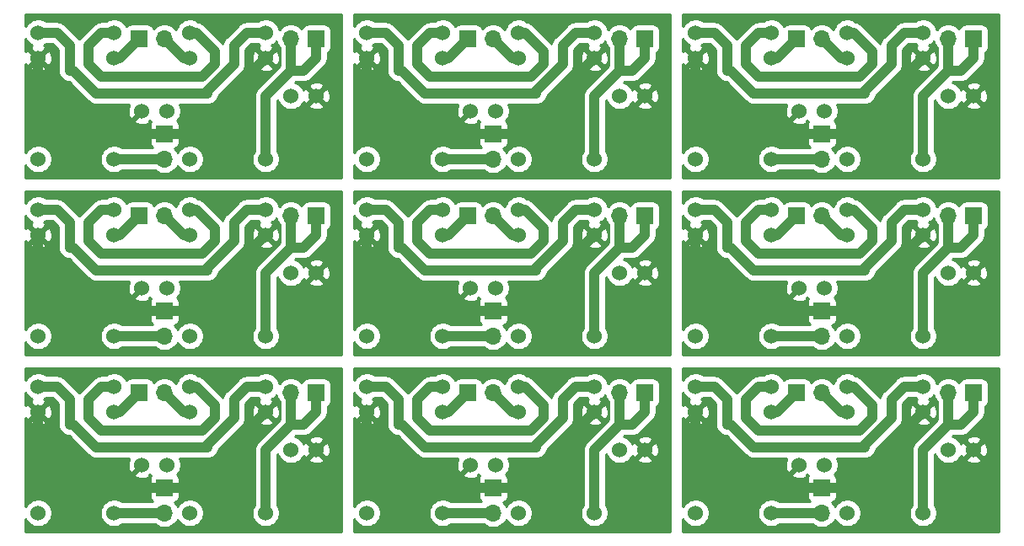
<source format=gtl>
G04 #@! TF.GenerationSoftware,KiCad,Pcbnew,(5.1.6)-1*
G04 #@! TF.CreationDate,2020-06-03T08:18:39+09:00*
G04 #@! TF.ProjectId,XOR___,584f5262-d851-42e6-9b69-6361645f7063,rev?*
G04 #@! TF.SameCoordinates,Original*
G04 #@! TF.FileFunction,Copper,L1,Top*
G04 #@! TF.FilePolarity,Positive*
%FSLAX46Y46*%
G04 Gerber Fmt 4.6, Leading zero omitted, Abs format (unit mm)*
G04 Created by KiCad (PCBNEW (5.1.6)-1) date 2020-06-03 08:18:39*
%MOMM*%
%LPD*%
G01*
G04 APERTURE LIST*
G04 #@! TA.AperFunction,ComponentPad*
%ADD10C,1.524000*%
G04 #@! TD*
G04 #@! TA.AperFunction,ComponentPad*
%ADD11R,1.700000X1.700000*%
G04 #@! TD*
G04 #@! TA.AperFunction,ComponentPad*
%ADD12O,1.700000X1.700000*%
G04 #@! TD*
G04 #@! TA.AperFunction,Conductor*
%ADD13C,1.000000*%
G04 #@! TD*
G04 #@! TA.AperFunction,Conductor*
%ADD14C,0.254000*%
G04 #@! TD*
G04 APERTURE END LIST*
D10*
X139700000Y-86360000D03*
X147320000Y-86360000D03*
X147320000Y-88900000D03*
X139700000Y-88900000D03*
X139700000Y-99060000D03*
X147320000Y-99060000D03*
X106680000Y-86360000D03*
X114300000Y-86360000D03*
X114300000Y-88900000D03*
X106680000Y-88900000D03*
X106680000Y-99060000D03*
X114300000Y-99060000D03*
X73660000Y-86360000D03*
X81280000Y-86360000D03*
X81280000Y-88900000D03*
X73660000Y-88900000D03*
X73660000Y-99060000D03*
X81280000Y-99060000D03*
X139700000Y-68580000D03*
X147320000Y-68580000D03*
X147320000Y-71120000D03*
X139700000Y-71120000D03*
X139700000Y-81280000D03*
X147320000Y-81280000D03*
X106680000Y-68580000D03*
X114300000Y-68580000D03*
X114300000Y-71120000D03*
X106680000Y-71120000D03*
X106680000Y-81280000D03*
X114300000Y-81280000D03*
X73660000Y-68580000D03*
X81280000Y-68580000D03*
X81280000Y-71120000D03*
X73660000Y-71120000D03*
X73660000Y-81280000D03*
X81280000Y-81280000D03*
X139700000Y-50800000D03*
X147320000Y-50800000D03*
X147320000Y-53340000D03*
X139700000Y-53340000D03*
X139700000Y-63500000D03*
X147320000Y-63500000D03*
X106680000Y-50800000D03*
X114300000Y-50800000D03*
X114300000Y-53340000D03*
X106680000Y-53340000D03*
X106680000Y-63500000D03*
X114300000Y-63500000D03*
X162560000Y-99060000D03*
X154940000Y-99060000D03*
X154940000Y-88900000D03*
X162560000Y-88900000D03*
X162560000Y-86360000D03*
X154940000Y-86360000D03*
X129540000Y-99060000D03*
X121920000Y-99060000D03*
X121920000Y-88900000D03*
X129540000Y-88900000D03*
X129540000Y-86360000D03*
X121920000Y-86360000D03*
X96520000Y-99060000D03*
X88900000Y-99060000D03*
X88900000Y-88900000D03*
X96520000Y-88900000D03*
X96520000Y-86360000D03*
X88900000Y-86360000D03*
X162560000Y-81280000D03*
X154940000Y-81280000D03*
X154940000Y-71120000D03*
X162560000Y-71120000D03*
X162560000Y-68580000D03*
X154940000Y-68580000D03*
X129540000Y-81280000D03*
X121920000Y-81280000D03*
X121920000Y-71120000D03*
X129540000Y-71120000D03*
X129540000Y-68580000D03*
X121920000Y-68580000D03*
X96520000Y-81280000D03*
X88900000Y-81280000D03*
X88900000Y-71120000D03*
X96520000Y-71120000D03*
X96520000Y-68580000D03*
X88900000Y-68580000D03*
X162560000Y-63500000D03*
X154940000Y-63500000D03*
X154940000Y-53340000D03*
X162560000Y-53340000D03*
X162560000Y-50800000D03*
X154940000Y-50800000D03*
X129540000Y-63500000D03*
X121920000Y-63500000D03*
X121920000Y-53340000D03*
X129540000Y-53340000D03*
X129540000Y-50800000D03*
X121920000Y-50800000D03*
X165100000Y-92710000D03*
X167640000Y-92710000D03*
X132080000Y-92710000D03*
X134620000Y-92710000D03*
X99060000Y-92710000D03*
X101600000Y-92710000D03*
X165100000Y-74930000D03*
X167640000Y-74930000D03*
X132080000Y-74930000D03*
X134620000Y-74930000D03*
X99060000Y-74930000D03*
X101600000Y-74930000D03*
X165100000Y-57150000D03*
X167640000Y-57150000D03*
X132080000Y-57150000D03*
X134620000Y-57150000D03*
D11*
X167640000Y-86960000D03*
D12*
X165100000Y-86960000D03*
D11*
X134620000Y-86960000D03*
D12*
X132080000Y-86960000D03*
D11*
X101600000Y-86960000D03*
D12*
X99060000Y-86960000D03*
D11*
X167640000Y-69180000D03*
D12*
X165100000Y-69180000D03*
D11*
X134620000Y-69180000D03*
D12*
X132080000Y-69180000D03*
D11*
X101600000Y-69180000D03*
D12*
X99060000Y-69180000D03*
D11*
X167640000Y-51400000D03*
D12*
X165100000Y-51400000D03*
D11*
X134620000Y-51400000D03*
D12*
X132080000Y-51400000D03*
X152400000Y-99060000D03*
D11*
X152400000Y-96520000D03*
D12*
X119380000Y-99060000D03*
D11*
X119380000Y-96520000D03*
D12*
X86360000Y-99060000D03*
D11*
X86360000Y-96520000D03*
D12*
X152400000Y-81280000D03*
D11*
X152400000Y-78740000D03*
D12*
X119380000Y-81280000D03*
D11*
X119380000Y-78740000D03*
D12*
X86360000Y-81280000D03*
D11*
X86360000Y-78740000D03*
D12*
X152400000Y-63500000D03*
D11*
X152400000Y-60960000D03*
D12*
X119380000Y-63500000D03*
D11*
X119380000Y-60960000D03*
D10*
X152654000Y-94234000D03*
X150114000Y-94234000D03*
X119634000Y-94234000D03*
X117094000Y-94234000D03*
X86614000Y-94234000D03*
X84074000Y-94234000D03*
X152654000Y-76454000D03*
X150114000Y-76454000D03*
X119634000Y-76454000D03*
X117094000Y-76454000D03*
X86614000Y-76454000D03*
X84074000Y-76454000D03*
X152654000Y-58674000D03*
X150114000Y-58674000D03*
X119634000Y-58674000D03*
X117094000Y-58674000D03*
D12*
X152400000Y-86960000D03*
D11*
X149860000Y-86960000D03*
D12*
X119380000Y-86960000D03*
D11*
X116840000Y-86960000D03*
D12*
X86360000Y-86960000D03*
D11*
X83820000Y-86960000D03*
D12*
X152400000Y-69180000D03*
D11*
X149860000Y-69180000D03*
D12*
X119380000Y-69180000D03*
D11*
X116840000Y-69180000D03*
D12*
X86360000Y-69180000D03*
D11*
X83820000Y-69180000D03*
D12*
X152400000Y-51400000D03*
D11*
X149860000Y-51400000D03*
D12*
X119380000Y-51400000D03*
D11*
X116840000Y-51400000D03*
D10*
X84074000Y-58674000D03*
X86614000Y-58674000D03*
X101600000Y-57150000D03*
X99060000Y-57150000D03*
D11*
X83820000Y-51400000D03*
D12*
X86360000Y-51400000D03*
D11*
X86360000Y-60960000D03*
D12*
X86360000Y-63500000D03*
X99060000Y-51400000D03*
D11*
X101600000Y-51400000D03*
D10*
X81280000Y-63500000D03*
X73660000Y-63500000D03*
X73660000Y-53340000D03*
X81280000Y-53340000D03*
X81280000Y-50800000D03*
X73660000Y-50800000D03*
X88900000Y-50800000D03*
X96520000Y-50800000D03*
X96520000Y-53340000D03*
X88900000Y-53340000D03*
X88900000Y-63500000D03*
X96520000Y-63500000D03*
D13*
X73660000Y-53340000D02*
X73660000Y-55880000D01*
X73660000Y-55880000D02*
X78740000Y-60960000D01*
X78740000Y-60960000D02*
X86360000Y-60960000D01*
X88900000Y-60960000D02*
X96520000Y-53340000D01*
X86360000Y-60960000D02*
X88900000Y-60960000D01*
X119380000Y-60960000D02*
X121920000Y-60960000D01*
X152400000Y-60960000D02*
X154940000Y-60960000D01*
X86360000Y-78740000D02*
X88900000Y-78740000D01*
X119380000Y-78740000D02*
X121920000Y-78740000D01*
X152400000Y-78740000D02*
X154940000Y-78740000D01*
X86360000Y-96520000D02*
X88900000Y-96520000D01*
X119380000Y-96520000D02*
X121920000Y-96520000D01*
X152400000Y-96520000D02*
X154940000Y-96520000D01*
X121920000Y-60960000D02*
X129540000Y-53340000D01*
X154940000Y-60960000D02*
X162560000Y-53340000D01*
X88900000Y-78740000D02*
X96520000Y-71120000D01*
X121920000Y-78740000D02*
X129540000Y-71120000D01*
X154940000Y-78740000D02*
X162560000Y-71120000D01*
X88900000Y-96520000D02*
X96520000Y-88900000D01*
X121920000Y-96520000D02*
X129540000Y-88900000D01*
X154940000Y-96520000D02*
X162560000Y-88900000D01*
X106680000Y-55880000D02*
X111760000Y-60960000D01*
X139700000Y-55880000D02*
X144780000Y-60960000D01*
X73660000Y-73660000D02*
X78740000Y-78740000D01*
X106680000Y-73660000D02*
X111760000Y-78740000D01*
X139700000Y-73660000D02*
X144780000Y-78740000D01*
X73660000Y-91440000D02*
X78740000Y-96520000D01*
X106680000Y-91440000D02*
X111760000Y-96520000D01*
X139700000Y-91440000D02*
X144780000Y-96520000D01*
X106680000Y-53340000D02*
X106680000Y-55880000D01*
X139700000Y-53340000D02*
X139700000Y-55880000D01*
X73660000Y-71120000D02*
X73660000Y-73660000D01*
X106680000Y-71120000D02*
X106680000Y-73660000D01*
X139700000Y-71120000D02*
X139700000Y-73660000D01*
X73660000Y-88900000D02*
X73660000Y-91440000D01*
X106680000Y-88900000D02*
X106680000Y-91440000D01*
X139700000Y-88900000D02*
X139700000Y-91440000D01*
X111760000Y-60960000D02*
X119380000Y-60960000D01*
X144780000Y-60960000D02*
X152400000Y-60960000D01*
X78740000Y-78740000D02*
X86360000Y-78740000D01*
X111760000Y-78740000D02*
X119380000Y-78740000D01*
X144780000Y-78740000D02*
X152400000Y-78740000D01*
X78740000Y-96520000D02*
X86360000Y-96520000D01*
X111760000Y-96520000D02*
X119380000Y-96520000D01*
X144780000Y-96520000D02*
X152400000Y-96520000D01*
X81280000Y-63500000D02*
X86360000Y-63500000D01*
X114300000Y-63500000D02*
X119380000Y-63500000D01*
X147320000Y-63500000D02*
X152400000Y-63500000D01*
X81280000Y-81280000D02*
X86360000Y-81280000D01*
X114300000Y-81280000D02*
X119380000Y-81280000D01*
X147320000Y-81280000D02*
X152400000Y-81280000D01*
X81280000Y-99060000D02*
X86360000Y-99060000D01*
X114300000Y-99060000D02*
X119380000Y-99060000D01*
X147320000Y-99060000D02*
X152400000Y-99060000D01*
X96520000Y-63500000D02*
X96520000Y-57150000D01*
X96520000Y-57150000D02*
X99060000Y-54610000D01*
X99060000Y-54610000D02*
X99060000Y-52070000D01*
X99060000Y-52070000D02*
X99060000Y-51400000D01*
X99060000Y-54610000D02*
X100330000Y-54610000D01*
X100330000Y-54610000D02*
X101600000Y-53340000D01*
X101600000Y-53340000D02*
X101600000Y-51400000D01*
X132080000Y-54610000D02*
X133350000Y-54610000D01*
X165100000Y-54610000D02*
X166370000Y-54610000D01*
X99060000Y-72390000D02*
X100330000Y-72390000D01*
X132080000Y-72390000D02*
X133350000Y-72390000D01*
X165100000Y-72390000D02*
X166370000Y-72390000D01*
X99060000Y-90170000D02*
X100330000Y-90170000D01*
X132080000Y-90170000D02*
X133350000Y-90170000D01*
X165100000Y-90170000D02*
X166370000Y-90170000D01*
X134620000Y-53340000D02*
X134620000Y-51400000D01*
X167640000Y-53340000D02*
X167640000Y-51400000D01*
X101600000Y-71120000D02*
X101600000Y-69180000D01*
X134620000Y-71120000D02*
X134620000Y-69180000D01*
X167640000Y-71120000D02*
X167640000Y-69180000D01*
X101600000Y-88900000D02*
X101600000Y-86960000D01*
X134620000Y-88900000D02*
X134620000Y-86960000D01*
X167640000Y-88900000D02*
X167640000Y-86960000D01*
X133350000Y-54610000D02*
X134620000Y-53340000D01*
X166370000Y-54610000D02*
X167640000Y-53340000D01*
X100330000Y-72390000D02*
X101600000Y-71120000D01*
X133350000Y-72390000D02*
X134620000Y-71120000D01*
X166370000Y-72390000D02*
X167640000Y-71120000D01*
X100330000Y-90170000D02*
X101600000Y-88900000D01*
X133350000Y-90170000D02*
X134620000Y-88900000D01*
X166370000Y-90170000D02*
X167640000Y-88900000D01*
X129540000Y-63500000D02*
X129540000Y-57150000D01*
X162560000Y-63500000D02*
X162560000Y-57150000D01*
X96520000Y-81280000D02*
X96520000Y-74930000D01*
X129540000Y-81280000D02*
X129540000Y-74930000D01*
X162560000Y-81280000D02*
X162560000Y-74930000D01*
X96520000Y-99060000D02*
X96520000Y-92710000D01*
X129540000Y-99060000D02*
X129540000Y-92710000D01*
X162560000Y-99060000D02*
X162560000Y-92710000D01*
X132080000Y-52070000D02*
X132080000Y-51400000D01*
X165100000Y-52070000D02*
X165100000Y-51400000D01*
X99060000Y-69850000D02*
X99060000Y-69180000D01*
X132080000Y-69850000D02*
X132080000Y-69180000D01*
X165100000Y-69850000D02*
X165100000Y-69180000D01*
X99060000Y-87630000D02*
X99060000Y-86960000D01*
X132080000Y-87630000D02*
X132080000Y-86960000D01*
X165100000Y-87630000D02*
X165100000Y-86960000D01*
X129540000Y-57150000D02*
X132080000Y-54610000D01*
X162560000Y-57150000D02*
X165100000Y-54610000D01*
X96520000Y-74930000D02*
X99060000Y-72390000D01*
X129540000Y-74930000D02*
X132080000Y-72390000D01*
X162560000Y-74930000D02*
X165100000Y-72390000D01*
X96520000Y-92710000D02*
X99060000Y-90170000D01*
X129540000Y-92710000D02*
X132080000Y-90170000D01*
X162560000Y-92710000D02*
X165100000Y-90170000D01*
X132080000Y-54610000D02*
X132080000Y-52070000D01*
X165100000Y-54610000D02*
X165100000Y-52070000D01*
X99060000Y-72390000D02*
X99060000Y-69850000D01*
X132080000Y-72390000D02*
X132080000Y-69850000D01*
X165100000Y-72390000D02*
X165100000Y-69850000D01*
X99060000Y-90170000D02*
X99060000Y-87630000D01*
X132080000Y-90170000D02*
X132080000Y-87630000D01*
X165100000Y-90170000D02*
X165100000Y-87630000D01*
X81280000Y-50800000D02*
X80010000Y-50800000D01*
X80010000Y-50800000D02*
X78740000Y-52070000D01*
X78740000Y-52070000D02*
X78740000Y-53975000D01*
X78740000Y-53975000D02*
X80010000Y-55245000D01*
X80010000Y-55245000D02*
X90170000Y-55245000D01*
X90170000Y-55245000D02*
X91440000Y-53975000D01*
X91440000Y-53975000D02*
X91440000Y-52705000D01*
X89535000Y-50800000D02*
X88900000Y-50800000D01*
X91440000Y-52705000D02*
X89535000Y-50800000D01*
X114300000Y-50800000D02*
X113030000Y-50800000D01*
X147320000Y-50800000D02*
X146050000Y-50800000D01*
X81280000Y-68580000D02*
X80010000Y-68580000D01*
X114300000Y-68580000D02*
X113030000Y-68580000D01*
X147320000Y-68580000D02*
X146050000Y-68580000D01*
X81280000Y-86360000D02*
X80010000Y-86360000D01*
X114300000Y-86360000D02*
X113030000Y-86360000D01*
X147320000Y-86360000D02*
X146050000Y-86360000D01*
X111760000Y-52070000D02*
X111760000Y-53975000D01*
X144780000Y-52070000D02*
X144780000Y-53975000D01*
X78740000Y-69850000D02*
X78740000Y-71755000D01*
X111760000Y-69850000D02*
X111760000Y-71755000D01*
X144780000Y-69850000D02*
X144780000Y-71755000D01*
X78740000Y-87630000D02*
X78740000Y-89535000D01*
X111760000Y-87630000D02*
X111760000Y-89535000D01*
X144780000Y-87630000D02*
X144780000Y-89535000D01*
X122555000Y-50800000D02*
X121920000Y-50800000D01*
X155575000Y-50800000D02*
X154940000Y-50800000D01*
X89535000Y-68580000D02*
X88900000Y-68580000D01*
X122555000Y-68580000D02*
X121920000Y-68580000D01*
X155575000Y-68580000D02*
X154940000Y-68580000D01*
X89535000Y-86360000D02*
X88900000Y-86360000D01*
X122555000Y-86360000D02*
X121920000Y-86360000D01*
X155575000Y-86360000D02*
X154940000Y-86360000D01*
X124460000Y-53975000D02*
X124460000Y-52705000D01*
X157480000Y-53975000D02*
X157480000Y-52705000D01*
X91440000Y-71755000D02*
X91440000Y-70485000D01*
X124460000Y-71755000D02*
X124460000Y-70485000D01*
X157480000Y-71755000D02*
X157480000Y-70485000D01*
X91440000Y-89535000D02*
X91440000Y-88265000D01*
X124460000Y-89535000D02*
X124460000Y-88265000D01*
X157480000Y-89535000D02*
X157480000Y-88265000D01*
X123190000Y-55245000D02*
X124460000Y-53975000D01*
X156210000Y-55245000D02*
X157480000Y-53975000D01*
X90170000Y-73025000D02*
X91440000Y-71755000D01*
X123190000Y-73025000D02*
X124460000Y-71755000D01*
X156210000Y-73025000D02*
X157480000Y-71755000D01*
X90170000Y-90805000D02*
X91440000Y-89535000D01*
X123190000Y-90805000D02*
X124460000Y-89535000D01*
X156210000Y-90805000D02*
X157480000Y-89535000D01*
X111760000Y-53975000D02*
X113030000Y-55245000D01*
X144780000Y-53975000D02*
X146050000Y-55245000D01*
X78740000Y-71755000D02*
X80010000Y-73025000D01*
X111760000Y-71755000D02*
X113030000Y-73025000D01*
X144780000Y-71755000D02*
X146050000Y-73025000D01*
X78740000Y-89535000D02*
X80010000Y-90805000D01*
X111760000Y-89535000D02*
X113030000Y-90805000D01*
X144780000Y-89535000D02*
X146050000Y-90805000D01*
X113030000Y-50800000D02*
X111760000Y-52070000D01*
X146050000Y-50800000D02*
X144780000Y-52070000D01*
X80010000Y-68580000D02*
X78740000Y-69850000D01*
X113030000Y-68580000D02*
X111760000Y-69850000D01*
X146050000Y-68580000D02*
X144780000Y-69850000D01*
X80010000Y-86360000D02*
X78740000Y-87630000D01*
X113030000Y-86360000D02*
X111760000Y-87630000D01*
X146050000Y-86360000D02*
X144780000Y-87630000D01*
X124460000Y-52705000D02*
X122555000Y-50800000D01*
X157480000Y-52705000D02*
X155575000Y-50800000D01*
X91440000Y-70485000D02*
X89535000Y-68580000D01*
X124460000Y-70485000D02*
X122555000Y-68580000D01*
X157480000Y-70485000D02*
X155575000Y-68580000D01*
X91440000Y-88265000D02*
X89535000Y-86360000D01*
X124460000Y-88265000D02*
X122555000Y-86360000D01*
X157480000Y-88265000D02*
X155575000Y-86360000D01*
X113030000Y-55245000D02*
X123190000Y-55245000D01*
X146050000Y-55245000D02*
X156210000Y-55245000D01*
X80010000Y-73025000D02*
X90170000Y-73025000D01*
X113030000Y-73025000D02*
X123190000Y-73025000D01*
X146050000Y-73025000D02*
X156210000Y-73025000D01*
X80010000Y-90805000D02*
X90170000Y-90805000D01*
X113030000Y-90805000D02*
X123190000Y-90805000D01*
X146050000Y-90805000D02*
X156210000Y-90805000D01*
X93345000Y-53975000D02*
X93345000Y-52070000D01*
X90678000Y-56896000D02*
X90678000Y-56642000D01*
X75565000Y-50800000D02*
X76835000Y-52070000D01*
X93345000Y-52070000D02*
X94615000Y-50800000D01*
X77216000Y-54610000D02*
X79502000Y-56896000D01*
X94615000Y-50800000D02*
X96520000Y-50800000D01*
X73660000Y-50800000D02*
X75565000Y-50800000D01*
X79502000Y-56896000D02*
X90678000Y-56896000D01*
X76835000Y-52070000D02*
X76835000Y-54610000D01*
X90678000Y-56642000D02*
X93345000Y-53975000D01*
X76835000Y-54610000D02*
X77216000Y-54610000D01*
X106680000Y-50800000D02*
X108585000Y-50800000D01*
X139700000Y-50800000D02*
X141605000Y-50800000D01*
X73660000Y-68580000D02*
X75565000Y-68580000D01*
X106680000Y-68580000D02*
X108585000Y-68580000D01*
X139700000Y-68580000D02*
X141605000Y-68580000D01*
X73660000Y-86360000D02*
X75565000Y-86360000D01*
X106680000Y-86360000D02*
X108585000Y-86360000D01*
X139700000Y-86360000D02*
X141605000Y-86360000D01*
X109855000Y-54610000D02*
X110236000Y-54610000D01*
X142875000Y-54610000D02*
X143256000Y-54610000D01*
X76835000Y-72390000D02*
X77216000Y-72390000D01*
X109855000Y-72390000D02*
X110236000Y-72390000D01*
X142875000Y-72390000D02*
X143256000Y-72390000D01*
X76835000Y-90170000D02*
X77216000Y-90170000D01*
X109855000Y-90170000D02*
X110236000Y-90170000D01*
X142875000Y-90170000D02*
X143256000Y-90170000D01*
X112522000Y-56896000D02*
X123698000Y-56896000D01*
X145542000Y-56896000D02*
X156718000Y-56896000D01*
X79502000Y-74676000D02*
X90678000Y-74676000D01*
X112522000Y-74676000D02*
X123698000Y-74676000D01*
X145542000Y-74676000D02*
X156718000Y-74676000D01*
X79502000Y-92456000D02*
X90678000Y-92456000D01*
X112522000Y-92456000D02*
X123698000Y-92456000D01*
X145542000Y-92456000D02*
X156718000Y-92456000D01*
X123698000Y-56642000D02*
X126365000Y-53975000D01*
X156718000Y-56642000D02*
X159385000Y-53975000D01*
X90678000Y-74422000D02*
X93345000Y-71755000D01*
X123698000Y-74422000D02*
X126365000Y-71755000D01*
X156718000Y-74422000D02*
X159385000Y-71755000D01*
X90678000Y-92202000D02*
X93345000Y-89535000D01*
X123698000Y-92202000D02*
X126365000Y-89535000D01*
X156718000Y-92202000D02*
X159385000Y-89535000D01*
X126365000Y-52070000D02*
X127635000Y-50800000D01*
X159385000Y-52070000D02*
X160655000Y-50800000D01*
X93345000Y-69850000D02*
X94615000Y-68580000D01*
X126365000Y-69850000D02*
X127635000Y-68580000D01*
X159385000Y-69850000D02*
X160655000Y-68580000D01*
X93345000Y-87630000D02*
X94615000Y-86360000D01*
X126365000Y-87630000D02*
X127635000Y-86360000D01*
X159385000Y-87630000D02*
X160655000Y-86360000D01*
X127635000Y-50800000D02*
X129540000Y-50800000D01*
X160655000Y-50800000D02*
X162560000Y-50800000D01*
X94615000Y-68580000D02*
X96520000Y-68580000D01*
X127635000Y-68580000D02*
X129540000Y-68580000D01*
X160655000Y-68580000D02*
X162560000Y-68580000D01*
X94615000Y-86360000D02*
X96520000Y-86360000D01*
X127635000Y-86360000D02*
X129540000Y-86360000D01*
X160655000Y-86360000D02*
X162560000Y-86360000D01*
X109855000Y-52070000D02*
X109855000Y-54610000D01*
X142875000Y-52070000D02*
X142875000Y-54610000D01*
X76835000Y-69850000D02*
X76835000Y-72390000D01*
X109855000Y-69850000D02*
X109855000Y-72390000D01*
X142875000Y-69850000D02*
X142875000Y-72390000D01*
X76835000Y-87630000D02*
X76835000Y-90170000D01*
X109855000Y-87630000D02*
X109855000Y-90170000D01*
X142875000Y-87630000D02*
X142875000Y-90170000D01*
X110236000Y-54610000D02*
X112522000Y-56896000D01*
X143256000Y-54610000D02*
X145542000Y-56896000D01*
X77216000Y-72390000D02*
X79502000Y-74676000D01*
X110236000Y-72390000D02*
X112522000Y-74676000D01*
X143256000Y-72390000D02*
X145542000Y-74676000D01*
X77216000Y-90170000D02*
X79502000Y-92456000D01*
X110236000Y-90170000D02*
X112522000Y-92456000D01*
X143256000Y-90170000D02*
X145542000Y-92456000D01*
X126365000Y-53975000D02*
X126365000Y-52070000D01*
X159385000Y-53975000D02*
X159385000Y-52070000D01*
X93345000Y-71755000D02*
X93345000Y-69850000D01*
X126365000Y-71755000D02*
X126365000Y-69850000D01*
X159385000Y-71755000D02*
X159385000Y-69850000D01*
X93345000Y-89535000D02*
X93345000Y-87630000D01*
X126365000Y-89535000D02*
X126365000Y-87630000D01*
X159385000Y-89535000D02*
X159385000Y-87630000D01*
X108585000Y-50800000D02*
X109855000Y-52070000D01*
X141605000Y-50800000D02*
X142875000Y-52070000D01*
X75565000Y-68580000D02*
X76835000Y-69850000D01*
X108585000Y-68580000D02*
X109855000Y-69850000D01*
X141605000Y-68580000D02*
X142875000Y-69850000D01*
X75565000Y-86360000D02*
X76835000Y-87630000D01*
X108585000Y-86360000D02*
X109855000Y-87630000D01*
X141605000Y-86360000D02*
X142875000Y-87630000D01*
X123698000Y-56896000D02*
X123698000Y-56642000D01*
X156718000Y-56896000D02*
X156718000Y-56642000D01*
X90678000Y-74676000D02*
X90678000Y-74422000D01*
X123698000Y-74676000D02*
X123698000Y-74422000D01*
X156718000Y-74676000D02*
X156718000Y-74422000D01*
X90678000Y-92456000D02*
X90678000Y-92202000D01*
X123698000Y-92456000D02*
X123698000Y-92202000D01*
X156718000Y-92456000D02*
X156718000Y-92202000D01*
X81880000Y-53340000D02*
X83820000Y-51400000D01*
X81280000Y-53340000D02*
X81880000Y-53340000D01*
X114900000Y-53340000D02*
X116840000Y-51400000D01*
X147920000Y-53340000D02*
X149860000Y-51400000D01*
X81880000Y-71120000D02*
X83820000Y-69180000D01*
X114900000Y-71120000D02*
X116840000Y-69180000D01*
X147920000Y-71120000D02*
X149860000Y-69180000D01*
X81880000Y-88900000D02*
X83820000Y-86960000D01*
X114900000Y-88900000D02*
X116840000Y-86960000D01*
X147920000Y-88900000D02*
X149860000Y-86960000D01*
X114300000Y-53340000D02*
X114900000Y-53340000D01*
X147320000Y-53340000D02*
X147920000Y-53340000D01*
X81280000Y-71120000D02*
X81880000Y-71120000D01*
X114300000Y-71120000D02*
X114900000Y-71120000D01*
X147320000Y-71120000D02*
X147920000Y-71120000D01*
X81280000Y-88900000D02*
X81880000Y-88900000D01*
X114300000Y-88900000D02*
X114900000Y-88900000D01*
X147320000Y-88900000D02*
X147920000Y-88900000D01*
X88300000Y-53340000D02*
X86360000Y-51400000D01*
X88900000Y-53340000D02*
X88300000Y-53340000D01*
X121920000Y-53340000D02*
X121320000Y-53340000D01*
X154940000Y-53340000D02*
X154340000Y-53340000D01*
X88900000Y-71120000D02*
X88300000Y-71120000D01*
X121920000Y-71120000D02*
X121320000Y-71120000D01*
X154940000Y-71120000D02*
X154340000Y-71120000D01*
X88900000Y-88900000D02*
X88300000Y-88900000D01*
X121920000Y-88900000D02*
X121320000Y-88900000D01*
X154940000Y-88900000D02*
X154340000Y-88900000D01*
X121320000Y-53340000D02*
X119380000Y-51400000D01*
X154340000Y-53340000D02*
X152400000Y-51400000D01*
X88300000Y-71120000D02*
X86360000Y-69180000D01*
X121320000Y-71120000D02*
X119380000Y-69180000D01*
X154340000Y-71120000D02*
X152400000Y-69180000D01*
X88300000Y-88900000D02*
X86360000Y-86960000D01*
X121320000Y-88900000D02*
X119380000Y-86960000D01*
X154340000Y-88900000D02*
X152400000Y-86960000D01*
D14*
G36*
X104115001Y-65380000D02*
G01*
X72415000Y-65380000D01*
X72415000Y-64144840D01*
X72421995Y-64161727D01*
X72574880Y-64390535D01*
X72769465Y-64585120D01*
X72998273Y-64738005D01*
X73252510Y-64843314D01*
X73522408Y-64897000D01*
X73797592Y-64897000D01*
X74067490Y-64843314D01*
X74321727Y-64738005D01*
X74550535Y-64585120D01*
X74745120Y-64390535D01*
X74898005Y-64161727D01*
X75003314Y-63907490D01*
X75057000Y-63637592D01*
X75057000Y-63362408D01*
X79883000Y-63362408D01*
X79883000Y-63637592D01*
X79936686Y-63907490D01*
X80041995Y-64161727D01*
X80194880Y-64390535D01*
X80389465Y-64585120D01*
X80618273Y-64738005D01*
X80872510Y-64843314D01*
X81142408Y-64897000D01*
X81417592Y-64897000D01*
X81687490Y-64843314D01*
X81941727Y-64738005D01*
X82095884Y-64635000D01*
X85394893Y-64635000D01*
X85413368Y-64653475D01*
X85656589Y-64815990D01*
X85926842Y-64927932D01*
X86213740Y-64985000D01*
X86506260Y-64985000D01*
X86793158Y-64927932D01*
X87063411Y-64815990D01*
X87306632Y-64653475D01*
X87513475Y-64446632D01*
X87675990Y-64203411D01*
X87681293Y-64190608D01*
X87814880Y-64390535D01*
X88009465Y-64585120D01*
X88238273Y-64738005D01*
X88492510Y-64843314D01*
X88762408Y-64897000D01*
X89037592Y-64897000D01*
X89307490Y-64843314D01*
X89561727Y-64738005D01*
X89790535Y-64585120D01*
X89985120Y-64390535D01*
X90138005Y-64161727D01*
X90243314Y-63907490D01*
X90297000Y-63637592D01*
X90297000Y-63362408D01*
X90243314Y-63092510D01*
X90138005Y-62838273D01*
X89985120Y-62609465D01*
X89790535Y-62414880D01*
X89561727Y-62261995D01*
X89307490Y-62156686D01*
X89037592Y-62103000D01*
X88762408Y-62103000D01*
X88492510Y-62156686D01*
X88238273Y-62261995D01*
X88009465Y-62414880D01*
X87814880Y-62609465D01*
X87681293Y-62809392D01*
X87675990Y-62796589D01*
X87513475Y-62553368D01*
X87381620Y-62421513D01*
X87454180Y-62399502D01*
X87564494Y-62340537D01*
X87661185Y-62261185D01*
X87740537Y-62164494D01*
X87799502Y-62054180D01*
X87835812Y-61934482D01*
X87848072Y-61810000D01*
X87845000Y-61245750D01*
X87686250Y-61087000D01*
X86487000Y-61087000D01*
X86487000Y-61107000D01*
X86233000Y-61107000D01*
X86233000Y-61087000D01*
X85033750Y-61087000D01*
X84875000Y-61245750D01*
X84871928Y-61810000D01*
X84884188Y-61934482D01*
X84920498Y-62054180D01*
X84979463Y-62164494D01*
X85058815Y-62261185D01*
X85155506Y-62340537D01*
X85201272Y-62365000D01*
X82095884Y-62365000D01*
X81941727Y-62261995D01*
X81687490Y-62156686D01*
X81417592Y-62103000D01*
X81142408Y-62103000D01*
X80872510Y-62156686D01*
X80618273Y-62261995D01*
X80389465Y-62414880D01*
X80194880Y-62609465D01*
X80041995Y-62838273D01*
X79936686Y-63092510D01*
X79883000Y-63362408D01*
X75057000Y-63362408D01*
X75003314Y-63092510D01*
X74898005Y-62838273D01*
X74745120Y-62609465D01*
X74550535Y-62414880D01*
X74321727Y-62261995D01*
X74067490Y-62156686D01*
X73797592Y-62103000D01*
X73522408Y-62103000D01*
X73252510Y-62156686D01*
X72998273Y-62261995D01*
X72769465Y-62414880D01*
X72574880Y-62609465D01*
X72421995Y-62838273D01*
X72415000Y-62855160D01*
X72415000Y-54305565D01*
X72874040Y-54305565D01*
X72941020Y-54545656D01*
X73190048Y-54662756D01*
X73457135Y-54729023D01*
X73732017Y-54741910D01*
X74004133Y-54700922D01*
X74263023Y-54607636D01*
X74378980Y-54545656D01*
X74445960Y-54305565D01*
X73660000Y-53519605D01*
X72874040Y-54305565D01*
X72415000Y-54305565D01*
X72415000Y-53985372D01*
X72454344Y-54058980D01*
X72694435Y-54125960D01*
X73480395Y-53340000D01*
X73839605Y-53340000D01*
X74625565Y-54125960D01*
X74865656Y-54058980D01*
X74982756Y-53809952D01*
X75049023Y-53542865D01*
X75061910Y-53267983D01*
X75020922Y-52995867D01*
X74927636Y-52736977D01*
X74865656Y-52621020D01*
X74625565Y-52554040D01*
X73839605Y-53340000D01*
X73480395Y-53340000D01*
X72694435Y-52554040D01*
X72454344Y-52621020D01*
X72415000Y-52704690D01*
X72415000Y-51444840D01*
X72421995Y-51461727D01*
X72574880Y-51690535D01*
X72769465Y-51885120D01*
X72998273Y-52038005D01*
X73069943Y-52067692D01*
X73056977Y-52072364D01*
X72941020Y-52134344D01*
X72874040Y-52374435D01*
X73660000Y-53160395D01*
X74445960Y-52374435D01*
X74378980Y-52134344D01*
X74243240Y-52070515D01*
X74321727Y-52038005D01*
X74475884Y-51935000D01*
X75094869Y-51935000D01*
X75700000Y-52540132D01*
X75700001Y-54554239D01*
X75694509Y-54610000D01*
X75716423Y-54832499D01*
X75781324Y-55046447D01*
X75886716Y-55243623D01*
X76028551Y-55416449D01*
X76201377Y-55558284D01*
X76398553Y-55663676D01*
X76612501Y-55728577D01*
X76742222Y-55741353D01*
X78660009Y-57659141D01*
X78695551Y-57702449D01*
X78868377Y-57844284D01*
X79065553Y-57949676D01*
X79205036Y-57991988D01*
X79279500Y-58014577D01*
X79300493Y-58016644D01*
X79446248Y-58031000D01*
X79446255Y-58031000D01*
X79501999Y-58036490D01*
X79557743Y-58031000D01*
X82832616Y-58031000D01*
X82751244Y-58204048D01*
X82684977Y-58471135D01*
X82672090Y-58746017D01*
X82713078Y-59018133D01*
X82806364Y-59277023D01*
X82868344Y-59392980D01*
X83108435Y-59459960D01*
X83894395Y-58674000D01*
X83880253Y-58659858D01*
X84059858Y-58480253D01*
X84074000Y-58494395D01*
X84088143Y-58480253D01*
X84267748Y-58659858D01*
X84253605Y-58674000D01*
X84267748Y-58688143D01*
X84088143Y-58867748D01*
X84074000Y-58853605D01*
X83288040Y-59639565D01*
X83355020Y-59879656D01*
X83604048Y-59996756D01*
X83871135Y-60063023D01*
X84146017Y-60075910D01*
X84418133Y-60034922D01*
X84677023Y-59941636D01*
X84792980Y-59879656D01*
X84859959Y-59639567D01*
X84976369Y-59755977D01*
X84991467Y-59740879D01*
X84979463Y-59755506D01*
X84920498Y-59865820D01*
X84884188Y-59985518D01*
X84871928Y-60110000D01*
X84875000Y-60674250D01*
X85033750Y-60833000D01*
X86233000Y-60833000D01*
X86233000Y-60813000D01*
X86487000Y-60813000D01*
X86487000Y-60833000D01*
X87686250Y-60833000D01*
X87845000Y-60674250D01*
X87848072Y-60110000D01*
X87835812Y-59985518D01*
X87799502Y-59865820D01*
X87740537Y-59755506D01*
X87661185Y-59658815D01*
X87630238Y-59633417D01*
X87699120Y-59564535D01*
X87852005Y-59335727D01*
X87957314Y-59081490D01*
X88011000Y-58811592D01*
X88011000Y-58536408D01*
X87957314Y-58266510D01*
X87859762Y-58031000D01*
X90622248Y-58031000D01*
X90678000Y-58036491D01*
X90733751Y-58031000D01*
X90733752Y-58031000D01*
X90900499Y-58014577D01*
X91114447Y-57949676D01*
X91311623Y-57844284D01*
X91484449Y-57702449D01*
X91626284Y-57529623D01*
X91731676Y-57332447D01*
X91792199Y-57132933D01*
X94108146Y-54816987D01*
X94151449Y-54781449D01*
X94186990Y-54738143D01*
X94293284Y-54608623D01*
X94398676Y-54411447D01*
X94430795Y-54305565D01*
X95734040Y-54305565D01*
X95801020Y-54545656D01*
X96050048Y-54662756D01*
X96317135Y-54729023D01*
X96592017Y-54741910D01*
X96864133Y-54700922D01*
X97123023Y-54607636D01*
X97238980Y-54545656D01*
X97305960Y-54305565D01*
X96520000Y-53519605D01*
X95734040Y-54305565D01*
X94430795Y-54305565D01*
X94463577Y-54197499D01*
X94485491Y-53975000D01*
X94480000Y-53919248D01*
X94480000Y-53412017D01*
X95118090Y-53412017D01*
X95159078Y-53684133D01*
X95252364Y-53943023D01*
X95314344Y-54058980D01*
X95554435Y-54125960D01*
X96340395Y-53340000D01*
X96699605Y-53340000D01*
X97485565Y-54125960D01*
X97725656Y-54058980D01*
X97842756Y-53809952D01*
X97909023Y-53542865D01*
X97921910Y-53267983D01*
X97880922Y-52995867D01*
X97787636Y-52736977D01*
X97725656Y-52621020D01*
X97485565Y-52554040D01*
X96699605Y-53340000D01*
X96340395Y-53340000D01*
X95554435Y-52554040D01*
X95314344Y-52621020D01*
X95197244Y-52870048D01*
X95130977Y-53137135D01*
X95118090Y-53412017D01*
X94480000Y-53412017D01*
X94480000Y-52540131D01*
X95085132Y-51935000D01*
X95704116Y-51935000D01*
X95858273Y-52038005D01*
X95929943Y-52067692D01*
X95916977Y-52072364D01*
X95801020Y-52134344D01*
X95734040Y-52374435D01*
X96520000Y-53160395D01*
X97305960Y-52374435D01*
X97238980Y-52134344D01*
X97103240Y-52070515D01*
X97181727Y-52038005D01*
X97410535Y-51885120D01*
X97603934Y-51691721D01*
X97632068Y-51833158D01*
X97744010Y-52103411D01*
X97906525Y-52346632D01*
X97925001Y-52365108D01*
X97925000Y-54139868D01*
X95756860Y-56308009D01*
X95713552Y-56343551D01*
X95571717Y-56516377D01*
X95534370Y-56586249D01*
X95466324Y-56713554D01*
X95401423Y-56927502D01*
X95379509Y-57150000D01*
X95385001Y-57205761D01*
X95385000Y-62684115D01*
X95281995Y-62838273D01*
X95176686Y-63092510D01*
X95123000Y-63362408D01*
X95123000Y-63637592D01*
X95176686Y-63907490D01*
X95281995Y-64161727D01*
X95434880Y-64390535D01*
X95629465Y-64585120D01*
X95858273Y-64738005D01*
X96112510Y-64843314D01*
X96382408Y-64897000D01*
X96657592Y-64897000D01*
X96927490Y-64843314D01*
X97181727Y-64738005D01*
X97410535Y-64585120D01*
X97605120Y-64390535D01*
X97758005Y-64161727D01*
X97863314Y-63907490D01*
X97917000Y-63637592D01*
X97917000Y-63362408D01*
X97863314Y-63092510D01*
X97758005Y-62838273D01*
X97655000Y-62684116D01*
X97655000Y-57620131D01*
X97716966Y-57558165D01*
X97821995Y-57811727D01*
X97974880Y-58040535D01*
X98169465Y-58235120D01*
X98398273Y-58388005D01*
X98652510Y-58493314D01*
X98922408Y-58547000D01*
X99197592Y-58547000D01*
X99467490Y-58493314D01*
X99721727Y-58388005D01*
X99950535Y-58235120D01*
X100070090Y-58115565D01*
X100814040Y-58115565D01*
X100881020Y-58355656D01*
X101130048Y-58472756D01*
X101397135Y-58539023D01*
X101672017Y-58551910D01*
X101944133Y-58510922D01*
X102203023Y-58417636D01*
X102318980Y-58355656D01*
X102385960Y-58115565D01*
X101600000Y-57329605D01*
X100814040Y-58115565D01*
X100070090Y-58115565D01*
X100145120Y-58040535D01*
X100298005Y-57811727D01*
X100327692Y-57740057D01*
X100332364Y-57753023D01*
X100394344Y-57868980D01*
X100634435Y-57935960D01*
X101420395Y-57150000D01*
X101779605Y-57150000D01*
X102565565Y-57935960D01*
X102805656Y-57868980D01*
X102922756Y-57619952D01*
X102989023Y-57352865D01*
X103001910Y-57077983D01*
X102960922Y-56805867D01*
X102867636Y-56546977D01*
X102805656Y-56431020D01*
X102565565Y-56364040D01*
X101779605Y-57150000D01*
X101420395Y-57150000D01*
X100634435Y-56364040D01*
X100394344Y-56431020D01*
X100330515Y-56566760D01*
X100298005Y-56488273D01*
X100145120Y-56259465D01*
X100070090Y-56184435D01*
X100814040Y-56184435D01*
X101600000Y-56970395D01*
X102385960Y-56184435D01*
X102318980Y-55944344D01*
X102069952Y-55827244D01*
X101802865Y-55760977D01*
X101527983Y-55748090D01*
X101255867Y-55789078D01*
X100996977Y-55882364D01*
X100881020Y-55944344D01*
X100814040Y-56184435D01*
X100070090Y-56184435D01*
X99950535Y-56064880D01*
X99721727Y-55911995D01*
X99468166Y-55806966D01*
X99530132Y-55745000D01*
X100274249Y-55745000D01*
X100330000Y-55750491D01*
X100385751Y-55745000D01*
X100385752Y-55745000D01*
X100552499Y-55728577D01*
X100766447Y-55663676D01*
X100963623Y-55558284D01*
X101136449Y-55416449D01*
X101171996Y-55373135D01*
X102363140Y-54181992D01*
X102406449Y-54146449D01*
X102548284Y-53973623D01*
X102653676Y-53776447D01*
X102718577Y-53562499D01*
X102735000Y-53395752D01*
X102735000Y-53395745D01*
X102740490Y-53340001D01*
X102735000Y-53284257D01*
X102735000Y-52817683D01*
X102804494Y-52780537D01*
X102901185Y-52701185D01*
X102980537Y-52604494D01*
X103039502Y-52494180D01*
X103075812Y-52374482D01*
X103088072Y-52250000D01*
X103088072Y-50550000D01*
X103075812Y-50425518D01*
X103039502Y-50305820D01*
X102980537Y-50195506D01*
X102901185Y-50098815D01*
X102804494Y-50019463D01*
X102694180Y-49960498D01*
X102574482Y-49924188D01*
X102450000Y-49911928D01*
X100750000Y-49911928D01*
X100625518Y-49924188D01*
X100505820Y-49960498D01*
X100395506Y-50019463D01*
X100298815Y-50098815D01*
X100219463Y-50195506D01*
X100160498Y-50305820D01*
X100138487Y-50378380D01*
X100006632Y-50246525D01*
X99763411Y-50084010D01*
X99493158Y-49972068D01*
X99206260Y-49915000D01*
X98913740Y-49915000D01*
X98626842Y-49972068D01*
X98356589Y-50084010D01*
X98113368Y-50246525D01*
X97906525Y-50453368D01*
X97882555Y-50489242D01*
X97863314Y-50392510D01*
X97758005Y-50138273D01*
X97605120Y-49909465D01*
X97410535Y-49714880D01*
X97181727Y-49561995D01*
X96927490Y-49456686D01*
X96657592Y-49403000D01*
X96382408Y-49403000D01*
X96112510Y-49456686D01*
X95858273Y-49561995D01*
X95704116Y-49665000D01*
X94670743Y-49665000D01*
X94614999Y-49659510D01*
X94559255Y-49665000D01*
X94559248Y-49665000D01*
X94413493Y-49679356D01*
X94392500Y-49681423D01*
X94342705Y-49696529D01*
X94178553Y-49746324D01*
X93981377Y-49851716D01*
X93808551Y-49993551D01*
X93773008Y-50036860D01*
X92581860Y-51228009D01*
X92538552Y-51263551D01*
X92396717Y-51436377D01*
X92340384Y-51541770D01*
X92291324Y-51633554D01*
X92226423Y-51847502D01*
X92223269Y-51879527D01*
X92203141Y-51863009D01*
X90376996Y-50036865D01*
X90341449Y-49993551D01*
X90168623Y-49851716D01*
X89971447Y-49746324D01*
X89757499Y-49681423D01*
X89737518Y-49679455D01*
X89561727Y-49561995D01*
X89307490Y-49456686D01*
X89037592Y-49403000D01*
X88762408Y-49403000D01*
X88492510Y-49456686D01*
X88238273Y-49561995D01*
X88009465Y-49714880D01*
X87814880Y-49909465D01*
X87661995Y-50138273D01*
X87556686Y-50392510D01*
X87537445Y-50489242D01*
X87513475Y-50453368D01*
X87306632Y-50246525D01*
X87063411Y-50084010D01*
X86793158Y-49972068D01*
X86506260Y-49915000D01*
X86213740Y-49915000D01*
X85926842Y-49972068D01*
X85656589Y-50084010D01*
X85413368Y-50246525D01*
X85281513Y-50378380D01*
X85259502Y-50305820D01*
X85200537Y-50195506D01*
X85121185Y-50098815D01*
X85024494Y-50019463D01*
X84914180Y-49960498D01*
X84794482Y-49924188D01*
X84670000Y-49911928D01*
X82970000Y-49911928D01*
X82845518Y-49924188D01*
X82725820Y-49960498D01*
X82615506Y-50019463D01*
X82518815Y-50098815D01*
X82503836Y-50117067D01*
X82365120Y-49909465D01*
X82170535Y-49714880D01*
X81941727Y-49561995D01*
X81687490Y-49456686D01*
X81417592Y-49403000D01*
X81142408Y-49403000D01*
X80872510Y-49456686D01*
X80618273Y-49561995D01*
X80464116Y-49665000D01*
X80065743Y-49665000D01*
X80009999Y-49659510D01*
X79954255Y-49665000D01*
X79954248Y-49665000D01*
X79808493Y-49679356D01*
X79787500Y-49681423D01*
X79737705Y-49696529D01*
X79573553Y-49746324D01*
X79376377Y-49851716D01*
X79203551Y-49993551D01*
X79168008Y-50036860D01*
X77976865Y-51228004D01*
X77933551Y-51263551D01*
X77791716Y-51436377D01*
X77787500Y-51444265D01*
X77783284Y-51436377D01*
X77641449Y-51263551D01*
X77598140Y-51228008D01*
X76406996Y-50036865D01*
X76371449Y-49993551D01*
X76198623Y-49851716D01*
X76001447Y-49746324D01*
X75787499Y-49681423D01*
X75620752Y-49665000D01*
X75620751Y-49665000D01*
X75565000Y-49659509D01*
X75509249Y-49665000D01*
X74475884Y-49665000D01*
X74321727Y-49561995D01*
X74067490Y-49456686D01*
X73797592Y-49403000D01*
X73522408Y-49403000D01*
X73252510Y-49456686D01*
X72998273Y-49561995D01*
X72769465Y-49714880D01*
X72574880Y-49909465D01*
X72421995Y-50138273D01*
X72415000Y-50155160D01*
X72415000Y-48920000D01*
X104115000Y-48920000D01*
X104115001Y-65380000D01*
G37*
X104115001Y-65380000D02*
X72415000Y-65380000D01*
X72415000Y-64144840D01*
X72421995Y-64161727D01*
X72574880Y-64390535D01*
X72769465Y-64585120D01*
X72998273Y-64738005D01*
X73252510Y-64843314D01*
X73522408Y-64897000D01*
X73797592Y-64897000D01*
X74067490Y-64843314D01*
X74321727Y-64738005D01*
X74550535Y-64585120D01*
X74745120Y-64390535D01*
X74898005Y-64161727D01*
X75003314Y-63907490D01*
X75057000Y-63637592D01*
X75057000Y-63362408D01*
X79883000Y-63362408D01*
X79883000Y-63637592D01*
X79936686Y-63907490D01*
X80041995Y-64161727D01*
X80194880Y-64390535D01*
X80389465Y-64585120D01*
X80618273Y-64738005D01*
X80872510Y-64843314D01*
X81142408Y-64897000D01*
X81417592Y-64897000D01*
X81687490Y-64843314D01*
X81941727Y-64738005D01*
X82095884Y-64635000D01*
X85394893Y-64635000D01*
X85413368Y-64653475D01*
X85656589Y-64815990D01*
X85926842Y-64927932D01*
X86213740Y-64985000D01*
X86506260Y-64985000D01*
X86793158Y-64927932D01*
X87063411Y-64815990D01*
X87306632Y-64653475D01*
X87513475Y-64446632D01*
X87675990Y-64203411D01*
X87681293Y-64190608D01*
X87814880Y-64390535D01*
X88009465Y-64585120D01*
X88238273Y-64738005D01*
X88492510Y-64843314D01*
X88762408Y-64897000D01*
X89037592Y-64897000D01*
X89307490Y-64843314D01*
X89561727Y-64738005D01*
X89790535Y-64585120D01*
X89985120Y-64390535D01*
X90138005Y-64161727D01*
X90243314Y-63907490D01*
X90297000Y-63637592D01*
X90297000Y-63362408D01*
X90243314Y-63092510D01*
X90138005Y-62838273D01*
X89985120Y-62609465D01*
X89790535Y-62414880D01*
X89561727Y-62261995D01*
X89307490Y-62156686D01*
X89037592Y-62103000D01*
X88762408Y-62103000D01*
X88492510Y-62156686D01*
X88238273Y-62261995D01*
X88009465Y-62414880D01*
X87814880Y-62609465D01*
X87681293Y-62809392D01*
X87675990Y-62796589D01*
X87513475Y-62553368D01*
X87381620Y-62421513D01*
X87454180Y-62399502D01*
X87564494Y-62340537D01*
X87661185Y-62261185D01*
X87740537Y-62164494D01*
X87799502Y-62054180D01*
X87835812Y-61934482D01*
X87848072Y-61810000D01*
X87845000Y-61245750D01*
X87686250Y-61087000D01*
X86487000Y-61087000D01*
X86487000Y-61107000D01*
X86233000Y-61107000D01*
X86233000Y-61087000D01*
X85033750Y-61087000D01*
X84875000Y-61245750D01*
X84871928Y-61810000D01*
X84884188Y-61934482D01*
X84920498Y-62054180D01*
X84979463Y-62164494D01*
X85058815Y-62261185D01*
X85155506Y-62340537D01*
X85201272Y-62365000D01*
X82095884Y-62365000D01*
X81941727Y-62261995D01*
X81687490Y-62156686D01*
X81417592Y-62103000D01*
X81142408Y-62103000D01*
X80872510Y-62156686D01*
X80618273Y-62261995D01*
X80389465Y-62414880D01*
X80194880Y-62609465D01*
X80041995Y-62838273D01*
X79936686Y-63092510D01*
X79883000Y-63362408D01*
X75057000Y-63362408D01*
X75003314Y-63092510D01*
X74898005Y-62838273D01*
X74745120Y-62609465D01*
X74550535Y-62414880D01*
X74321727Y-62261995D01*
X74067490Y-62156686D01*
X73797592Y-62103000D01*
X73522408Y-62103000D01*
X73252510Y-62156686D01*
X72998273Y-62261995D01*
X72769465Y-62414880D01*
X72574880Y-62609465D01*
X72421995Y-62838273D01*
X72415000Y-62855160D01*
X72415000Y-54305565D01*
X72874040Y-54305565D01*
X72941020Y-54545656D01*
X73190048Y-54662756D01*
X73457135Y-54729023D01*
X73732017Y-54741910D01*
X74004133Y-54700922D01*
X74263023Y-54607636D01*
X74378980Y-54545656D01*
X74445960Y-54305565D01*
X73660000Y-53519605D01*
X72874040Y-54305565D01*
X72415000Y-54305565D01*
X72415000Y-53985372D01*
X72454344Y-54058980D01*
X72694435Y-54125960D01*
X73480395Y-53340000D01*
X73839605Y-53340000D01*
X74625565Y-54125960D01*
X74865656Y-54058980D01*
X74982756Y-53809952D01*
X75049023Y-53542865D01*
X75061910Y-53267983D01*
X75020922Y-52995867D01*
X74927636Y-52736977D01*
X74865656Y-52621020D01*
X74625565Y-52554040D01*
X73839605Y-53340000D01*
X73480395Y-53340000D01*
X72694435Y-52554040D01*
X72454344Y-52621020D01*
X72415000Y-52704690D01*
X72415000Y-51444840D01*
X72421995Y-51461727D01*
X72574880Y-51690535D01*
X72769465Y-51885120D01*
X72998273Y-52038005D01*
X73069943Y-52067692D01*
X73056977Y-52072364D01*
X72941020Y-52134344D01*
X72874040Y-52374435D01*
X73660000Y-53160395D01*
X74445960Y-52374435D01*
X74378980Y-52134344D01*
X74243240Y-52070515D01*
X74321727Y-52038005D01*
X74475884Y-51935000D01*
X75094869Y-51935000D01*
X75700000Y-52540132D01*
X75700001Y-54554239D01*
X75694509Y-54610000D01*
X75716423Y-54832499D01*
X75781324Y-55046447D01*
X75886716Y-55243623D01*
X76028551Y-55416449D01*
X76201377Y-55558284D01*
X76398553Y-55663676D01*
X76612501Y-55728577D01*
X76742222Y-55741353D01*
X78660009Y-57659141D01*
X78695551Y-57702449D01*
X78868377Y-57844284D01*
X79065553Y-57949676D01*
X79205036Y-57991988D01*
X79279500Y-58014577D01*
X79300493Y-58016644D01*
X79446248Y-58031000D01*
X79446255Y-58031000D01*
X79501999Y-58036490D01*
X79557743Y-58031000D01*
X82832616Y-58031000D01*
X82751244Y-58204048D01*
X82684977Y-58471135D01*
X82672090Y-58746017D01*
X82713078Y-59018133D01*
X82806364Y-59277023D01*
X82868344Y-59392980D01*
X83108435Y-59459960D01*
X83894395Y-58674000D01*
X83880253Y-58659858D01*
X84059858Y-58480253D01*
X84074000Y-58494395D01*
X84088143Y-58480253D01*
X84267748Y-58659858D01*
X84253605Y-58674000D01*
X84267748Y-58688143D01*
X84088143Y-58867748D01*
X84074000Y-58853605D01*
X83288040Y-59639565D01*
X83355020Y-59879656D01*
X83604048Y-59996756D01*
X83871135Y-60063023D01*
X84146017Y-60075910D01*
X84418133Y-60034922D01*
X84677023Y-59941636D01*
X84792980Y-59879656D01*
X84859959Y-59639567D01*
X84976369Y-59755977D01*
X84991467Y-59740879D01*
X84979463Y-59755506D01*
X84920498Y-59865820D01*
X84884188Y-59985518D01*
X84871928Y-60110000D01*
X84875000Y-60674250D01*
X85033750Y-60833000D01*
X86233000Y-60833000D01*
X86233000Y-60813000D01*
X86487000Y-60813000D01*
X86487000Y-60833000D01*
X87686250Y-60833000D01*
X87845000Y-60674250D01*
X87848072Y-60110000D01*
X87835812Y-59985518D01*
X87799502Y-59865820D01*
X87740537Y-59755506D01*
X87661185Y-59658815D01*
X87630238Y-59633417D01*
X87699120Y-59564535D01*
X87852005Y-59335727D01*
X87957314Y-59081490D01*
X88011000Y-58811592D01*
X88011000Y-58536408D01*
X87957314Y-58266510D01*
X87859762Y-58031000D01*
X90622248Y-58031000D01*
X90678000Y-58036491D01*
X90733751Y-58031000D01*
X90733752Y-58031000D01*
X90900499Y-58014577D01*
X91114447Y-57949676D01*
X91311623Y-57844284D01*
X91484449Y-57702449D01*
X91626284Y-57529623D01*
X91731676Y-57332447D01*
X91792199Y-57132933D01*
X94108146Y-54816987D01*
X94151449Y-54781449D01*
X94186990Y-54738143D01*
X94293284Y-54608623D01*
X94398676Y-54411447D01*
X94430795Y-54305565D01*
X95734040Y-54305565D01*
X95801020Y-54545656D01*
X96050048Y-54662756D01*
X96317135Y-54729023D01*
X96592017Y-54741910D01*
X96864133Y-54700922D01*
X97123023Y-54607636D01*
X97238980Y-54545656D01*
X97305960Y-54305565D01*
X96520000Y-53519605D01*
X95734040Y-54305565D01*
X94430795Y-54305565D01*
X94463577Y-54197499D01*
X94485491Y-53975000D01*
X94480000Y-53919248D01*
X94480000Y-53412017D01*
X95118090Y-53412017D01*
X95159078Y-53684133D01*
X95252364Y-53943023D01*
X95314344Y-54058980D01*
X95554435Y-54125960D01*
X96340395Y-53340000D01*
X96699605Y-53340000D01*
X97485565Y-54125960D01*
X97725656Y-54058980D01*
X97842756Y-53809952D01*
X97909023Y-53542865D01*
X97921910Y-53267983D01*
X97880922Y-52995867D01*
X97787636Y-52736977D01*
X97725656Y-52621020D01*
X97485565Y-52554040D01*
X96699605Y-53340000D01*
X96340395Y-53340000D01*
X95554435Y-52554040D01*
X95314344Y-52621020D01*
X95197244Y-52870048D01*
X95130977Y-53137135D01*
X95118090Y-53412017D01*
X94480000Y-53412017D01*
X94480000Y-52540131D01*
X95085132Y-51935000D01*
X95704116Y-51935000D01*
X95858273Y-52038005D01*
X95929943Y-52067692D01*
X95916977Y-52072364D01*
X95801020Y-52134344D01*
X95734040Y-52374435D01*
X96520000Y-53160395D01*
X97305960Y-52374435D01*
X97238980Y-52134344D01*
X97103240Y-52070515D01*
X97181727Y-52038005D01*
X97410535Y-51885120D01*
X97603934Y-51691721D01*
X97632068Y-51833158D01*
X97744010Y-52103411D01*
X97906525Y-52346632D01*
X97925001Y-52365108D01*
X97925000Y-54139868D01*
X95756860Y-56308009D01*
X95713552Y-56343551D01*
X95571717Y-56516377D01*
X95534370Y-56586249D01*
X95466324Y-56713554D01*
X95401423Y-56927502D01*
X95379509Y-57150000D01*
X95385001Y-57205761D01*
X95385000Y-62684115D01*
X95281995Y-62838273D01*
X95176686Y-63092510D01*
X95123000Y-63362408D01*
X95123000Y-63637592D01*
X95176686Y-63907490D01*
X95281995Y-64161727D01*
X95434880Y-64390535D01*
X95629465Y-64585120D01*
X95858273Y-64738005D01*
X96112510Y-64843314D01*
X96382408Y-64897000D01*
X96657592Y-64897000D01*
X96927490Y-64843314D01*
X97181727Y-64738005D01*
X97410535Y-64585120D01*
X97605120Y-64390535D01*
X97758005Y-64161727D01*
X97863314Y-63907490D01*
X97917000Y-63637592D01*
X97917000Y-63362408D01*
X97863314Y-63092510D01*
X97758005Y-62838273D01*
X97655000Y-62684116D01*
X97655000Y-57620131D01*
X97716966Y-57558165D01*
X97821995Y-57811727D01*
X97974880Y-58040535D01*
X98169465Y-58235120D01*
X98398273Y-58388005D01*
X98652510Y-58493314D01*
X98922408Y-58547000D01*
X99197592Y-58547000D01*
X99467490Y-58493314D01*
X99721727Y-58388005D01*
X99950535Y-58235120D01*
X100070090Y-58115565D01*
X100814040Y-58115565D01*
X100881020Y-58355656D01*
X101130048Y-58472756D01*
X101397135Y-58539023D01*
X101672017Y-58551910D01*
X101944133Y-58510922D01*
X102203023Y-58417636D01*
X102318980Y-58355656D01*
X102385960Y-58115565D01*
X101600000Y-57329605D01*
X100814040Y-58115565D01*
X100070090Y-58115565D01*
X100145120Y-58040535D01*
X100298005Y-57811727D01*
X100327692Y-57740057D01*
X100332364Y-57753023D01*
X100394344Y-57868980D01*
X100634435Y-57935960D01*
X101420395Y-57150000D01*
X101779605Y-57150000D01*
X102565565Y-57935960D01*
X102805656Y-57868980D01*
X102922756Y-57619952D01*
X102989023Y-57352865D01*
X103001910Y-57077983D01*
X102960922Y-56805867D01*
X102867636Y-56546977D01*
X102805656Y-56431020D01*
X102565565Y-56364040D01*
X101779605Y-57150000D01*
X101420395Y-57150000D01*
X100634435Y-56364040D01*
X100394344Y-56431020D01*
X100330515Y-56566760D01*
X100298005Y-56488273D01*
X100145120Y-56259465D01*
X100070090Y-56184435D01*
X100814040Y-56184435D01*
X101600000Y-56970395D01*
X102385960Y-56184435D01*
X102318980Y-55944344D01*
X102069952Y-55827244D01*
X101802865Y-55760977D01*
X101527983Y-55748090D01*
X101255867Y-55789078D01*
X100996977Y-55882364D01*
X100881020Y-55944344D01*
X100814040Y-56184435D01*
X100070090Y-56184435D01*
X99950535Y-56064880D01*
X99721727Y-55911995D01*
X99468166Y-55806966D01*
X99530132Y-55745000D01*
X100274249Y-55745000D01*
X100330000Y-55750491D01*
X100385751Y-55745000D01*
X100385752Y-55745000D01*
X100552499Y-55728577D01*
X100766447Y-55663676D01*
X100963623Y-55558284D01*
X101136449Y-55416449D01*
X101171996Y-55373135D01*
X102363140Y-54181992D01*
X102406449Y-54146449D01*
X102548284Y-53973623D01*
X102653676Y-53776447D01*
X102718577Y-53562499D01*
X102735000Y-53395752D01*
X102735000Y-53395745D01*
X102740490Y-53340001D01*
X102735000Y-53284257D01*
X102735000Y-52817683D01*
X102804494Y-52780537D01*
X102901185Y-52701185D01*
X102980537Y-52604494D01*
X103039502Y-52494180D01*
X103075812Y-52374482D01*
X103088072Y-52250000D01*
X103088072Y-50550000D01*
X103075812Y-50425518D01*
X103039502Y-50305820D01*
X102980537Y-50195506D01*
X102901185Y-50098815D01*
X102804494Y-50019463D01*
X102694180Y-49960498D01*
X102574482Y-49924188D01*
X102450000Y-49911928D01*
X100750000Y-49911928D01*
X100625518Y-49924188D01*
X100505820Y-49960498D01*
X100395506Y-50019463D01*
X100298815Y-50098815D01*
X100219463Y-50195506D01*
X100160498Y-50305820D01*
X100138487Y-50378380D01*
X100006632Y-50246525D01*
X99763411Y-50084010D01*
X99493158Y-49972068D01*
X99206260Y-49915000D01*
X98913740Y-49915000D01*
X98626842Y-49972068D01*
X98356589Y-50084010D01*
X98113368Y-50246525D01*
X97906525Y-50453368D01*
X97882555Y-50489242D01*
X97863314Y-50392510D01*
X97758005Y-50138273D01*
X97605120Y-49909465D01*
X97410535Y-49714880D01*
X97181727Y-49561995D01*
X96927490Y-49456686D01*
X96657592Y-49403000D01*
X96382408Y-49403000D01*
X96112510Y-49456686D01*
X95858273Y-49561995D01*
X95704116Y-49665000D01*
X94670743Y-49665000D01*
X94614999Y-49659510D01*
X94559255Y-49665000D01*
X94559248Y-49665000D01*
X94413493Y-49679356D01*
X94392500Y-49681423D01*
X94342705Y-49696529D01*
X94178553Y-49746324D01*
X93981377Y-49851716D01*
X93808551Y-49993551D01*
X93773008Y-50036860D01*
X92581860Y-51228009D01*
X92538552Y-51263551D01*
X92396717Y-51436377D01*
X92340384Y-51541770D01*
X92291324Y-51633554D01*
X92226423Y-51847502D01*
X92223269Y-51879527D01*
X92203141Y-51863009D01*
X90376996Y-50036865D01*
X90341449Y-49993551D01*
X90168623Y-49851716D01*
X89971447Y-49746324D01*
X89757499Y-49681423D01*
X89737518Y-49679455D01*
X89561727Y-49561995D01*
X89307490Y-49456686D01*
X89037592Y-49403000D01*
X88762408Y-49403000D01*
X88492510Y-49456686D01*
X88238273Y-49561995D01*
X88009465Y-49714880D01*
X87814880Y-49909465D01*
X87661995Y-50138273D01*
X87556686Y-50392510D01*
X87537445Y-50489242D01*
X87513475Y-50453368D01*
X87306632Y-50246525D01*
X87063411Y-50084010D01*
X86793158Y-49972068D01*
X86506260Y-49915000D01*
X86213740Y-49915000D01*
X85926842Y-49972068D01*
X85656589Y-50084010D01*
X85413368Y-50246525D01*
X85281513Y-50378380D01*
X85259502Y-50305820D01*
X85200537Y-50195506D01*
X85121185Y-50098815D01*
X85024494Y-50019463D01*
X84914180Y-49960498D01*
X84794482Y-49924188D01*
X84670000Y-49911928D01*
X82970000Y-49911928D01*
X82845518Y-49924188D01*
X82725820Y-49960498D01*
X82615506Y-50019463D01*
X82518815Y-50098815D01*
X82503836Y-50117067D01*
X82365120Y-49909465D01*
X82170535Y-49714880D01*
X81941727Y-49561995D01*
X81687490Y-49456686D01*
X81417592Y-49403000D01*
X81142408Y-49403000D01*
X80872510Y-49456686D01*
X80618273Y-49561995D01*
X80464116Y-49665000D01*
X80065743Y-49665000D01*
X80009999Y-49659510D01*
X79954255Y-49665000D01*
X79954248Y-49665000D01*
X79808493Y-49679356D01*
X79787500Y-49681423D01*
X79737705Y-49696529D01*
X79573553Y-49746324D01*
X79376377Y-49851716D01*
X79203551Y-49993551D01*
X79168008Y-50036860D01*
X77976865Y-51228004D01*
X77933551Y-51263551D01*
X77791716Y-51436377D01*
X77787500Y-51444265D01*
X77783284Y-51436377D01*
X77641449Y-51263551D01*
X77598140Y-51228008D01*
X76406996Y-50036865D01*
X76371449Y-49993551D01*
X76198623Y-49851716D01*
X76001447Y-49746324D01*
X75787499Y-49681423D01*
X75620752Y-49665000D01*
X75620751Y-49665000D01*
X75565000Y-49659509D01*
X75509249Y-49665000D01*
X74475884Y-49665000D01*
X74321727Y-49561995D01*
X74067490Y-49456686D01*
X73797592Y-49403000D01*
X73522408Y-49403000D01*
X73252510Y-49456686D01*
X72998273Y-49561995D01*
X72769465Y-49714880D01*
X72574880Y-49909465D01*
X72421995Y-50138273D01*
X72415000Y-50155160D01*
X72415000Y-48920000D01*
X104115000Y-48920000D01*
X104115001Y-65380000D01*
G36*
X137135001Y-65380000D02*
G01*
X105435000Y-65380000D01*
X105435000Y-64144840D01*
X105441995Y-64161727D01*
X105594880Y-64390535D01*
X105789465Y-64585120D01*
X106018273Y-64738005D01*
X106272510Y-64843314D01*
X106542408Y-64897000D01*
X106817592Y-64897000D01*
X107087490Y-64843314D01*
X107341727Y-64738005D01*
X107570535Y-64585120D01*
X107765120Y-64390535D01*
X107918005Y-64161727D01*
X108023314Y-63907490D01*
X108077000Y-63637592D01*
X108077000Y-63362408D01*
X112903000Y-63362408D01*
X112903000Y-63637592D01*
X112956686Y-63907490D01*
X113061995Y-64161727D01*
X113214880Y-64390535D01*
X113409465Y-64585120D01*
X113638273Y-64738005D01*
X113892510Y-64843314D01*
X114162408Y-64897000D01*
X114437592Y-64897000D01*
X114707490Y-64843314D01*
X114961727Y-64738005D01*
X115115884Y-64635000D01*
X118414893Y-64635000D01*
X118433368Y-64653475D01*
X118676589Y-64815990D01*
X118946842Y-64927932D01*
X119233740Y-64985000D01*
X119526260Y-64985000D01*
X119813158Y-64927932D01*
X120083411Y-64815990D01*
X120326632Y-64653475D01*
X120533475Y-64446632D01*
X120695990Y-64203411D01*
X120701293Y-64190608D01*
X120834880Y-64390535D01*
X121029465Y-64585120D01*
X121258273Y-64738005D01*
X121512510Y-64843314D01*
X121782408Y-64897000D01*
X122057592Y-64897000D01*
X122327490Y-64843314D01*
X122581727Y-64738005D01*
X122810535Y-64585120D01*
X123005120Y-64390535D01*
X123158005Y-64161727D01*
X123263314Y-63907490D01*
X123317000Y-63637592D01*
X123317000Y-63362408D01*
X123263314Y-63092510D01*
X123158005Y-62838273D01*
X123005120Y-62609465D01*
X122810535Y-62414880D01*
X122581727Y-62261995D01*
X122327490Y-62156686D01*
X122057592Y-62103000D01*
X121782408Y-62103000D01*
X121512510Y-62156686D01*
X121258273Y-62261995D01*
X121029465Y-62414880D01*
X120834880Y-62609465D01*
X120701293Y-62809392D01*
X120695990Y-62796589D01*
X120533475Y-62553368D01*
X120401620Y-62421513D01*
X120474180Y-62399502D01*
X120584494Y-62340537D01*
X120681185Y-62261185D01*
X120760537Y-62164494D01*
X120819502Y-62054180D01*
X120855812Y-61934482D01*
X120868072Y-61810000D01*
X120865000Y-61245750D01*
X120706250Y-61087000D01*
X119507000Y-61087000D01*
X119507000Y-61107000D01*
X119253000Y-61107000D01*
X119253000Y-61087000D01*
X118053750Y-61087000D01*
X117895000Y-61245750D01*
X117891928Y-61810000D01*
X117904188Y-61934482D01*
X117940498Y-62054180D01*
X117999463Y-62164494D01*
X118078815Y-62261185D01*
X118175506Y-62340537D01*
X118221272Y-62365000D01*
X115115884Y-62365000D01*
X114961727Y-62261995D01*
X114707490Y-62156686D01*
X114437592Y-62103000D01*
X114162408Y-62103000D01*
X113892510Y-62156686D01*
X113638273Y-62261995D01*
X113409465Y-62414880D01*
X113214880Y-62609465D01*
X113061995Y-62838273D01*
X112956686Y-63092510D01*
X112903000Y-63362408D01*
X108077000Y-63362408D01*
X108023314Y-63092510D01*
X107918005Y-62838273D01*
X107765120Y-62609465D01*
X107570535Y-62414880D01*
X107341727Y-62261995D01*
X107087490Y-62156686D01*
X106817592Y-62103000D01*
X106542408Y-62103000D01*
X106272510Y-62156686D01*
X106018273Y-62261995D01*
X105789465Y-62414880D01*
X105594880Y-62609465D01*
X105441995Y-62838273D01*
X105435000Y-62855160D01*
X105435000Y-54305565D01*
X105894040Y-54305565D01*
X105961020Y-54545656D01*
X106210048Y-54662756D01*
X106477135Y-54729023D01*
X106752017Y-54741910D01*
X107024133Y-54700922D01*
X107283023Y-54607636D01*
X107398980Y-54545656D01*
X107465960Y-54305565D01*
X106680000Y-53519605D01*
X105894040Y-54305565D01*
X105435000Y-54305565D01*
X105435000Y-53985372D01*
X105474344Y-54058980D01*
X105714435Y-54125960D01*
X106500395Y-53340000D01*
X106859605Y-53340000D01*
X107645565Y-54125960D01*
X107885656Y-54058980D01*
X108002756Y-53809952D01*
X108069023Y-53542865D01*
X108081910Y-53267983D01*
X108040922Y-52995867D01*
X107947636Y-52736977D01*
X107885656Y-52621020D01*
X107645565Y-52554040D01*
X106859605Y-53340000D01*
X106500395Y-53340000D01*
X105714435Y-52554040D01*
X105474344Y-52621020D01*
X105435000Y-52704690D01*
X105435000Y-51444840D01*
X105441995Y-51461727D01*
X105594880Y-51690535D01*
X105789465Y-51885120D01*
X106018273Y-52038005D01*
X106089943Y-52067692D01*
X106076977Y-52072364D01*
X105961020Y-52134344D01*
X105894040Y-52374435D01*
X106680000Y-53160395D01*
X107465960Y-52374435D01*
X107398980Y-52134344D01*
X107263240Y-52070515D01*
X107341727Y-52038005D01*
X107495884Y-51935000D01*
X108114869Y-51935000D01*
X108720000Y-52540132D01*
X108720001Y-54554239D01*
X108714509Y-54610000D01*
X108736423Y-54832499D01*
X108801324Y-55046447D01*
X108906716Y-55243623D01*
X109048551Y-55416449D01*
X109221377Y-55558284D01*
X109418553Y-55663676D01*
X109632501Y-55728577D01*
X109762222Y-55741353D01*
X111680009Y-57659141D01*
X111715551Y-57702449D01*
X111888377Y-57844284D01*
X112085553Y-57949676D01*
X112225036Y-57991988D01*
X112299500Y-58014577D01*
X112320493Y-58016644D01*
X112466248Y-58031000D01*
X112466255Y-58031000D01*
X112521999Y-58036490D01*
X112577743Y-58031000D01*
X115852616Y-58031000D01*
X115771244Y-58204048D01*
X115704977Y-58471135D01*
X115692090Y-58746017D01*
X115733078Y-59018133D01*
X115826364Y-59277023D01*
X115888344Y-59392980D01*
X116128435Y-59459960D01*
X116914395Y-58674000D01*
X116900253Y-58659858D01*
X117079858Y-58480253D01*
X117094000Y-58494395D01*
X117108143Y-58480253D01*
X117287748Y-58659858D01*
X117273605Y-58674000D01*
X117287748Y-58688143D01*
X117108143Y-58867748D01*
X117094000Y-58853605D01*
X116308040Y-59639565D01*
X116375020Y-59879656D01*
X116624048Y-59996756D01*
X116891135Y-60063023D01*
X117166017Y-60075910D01*
X117438133Y-60034922D01*
X117697023Y-59941636D01*
X117812980Y-59879656D01*
X117879959Y-59639567D01*
X117996369Y-59755977D01*
X118011467Y-59740879D01*
X117999463Y-59755506D01*
X117940498Y-59865820D01*
X117904188Y-59985518D01*
X117891928Y-60110000D01*
X117895000Y-60674250D01*
X118053750Y-60833000D01*
X119253000Y-60833000D01*
X119253000Y-60813000D01*
X119507000Y-60813000D01*
X119507000Y-60833000D01*
X120706250Y-60833000D01*
X120865000Y-60674250D01*
X120868072Y-60110000D01*
X120855812Y-59985518D01*
X120819502Y-59865820D01*
X120760537Y-59755506D01*
X120681185Y-59658815D01*
X120650238Y-59633417D01*
X120719120Y-59564535D01*
X120872005Y-59335727D01*
X120977314Y-59081490D01*
X121031000Y-58811592D01*
X121031000Y-58536408D01*
X120977314Y-58266510D01*
X120879762Y-58031000D01*
X123642248Y-58031000D01*
X123698000Y-58036491D01*
X123753751Y-58031000D01*
X123753752Y-58031000D01*
X123920499Y-58014577D01*
X124134447Y-57949676D01*
X124331623Y-57844284D01*
X124504449Y-57702449D01*
X124646284Y-57529623D01*
X124751676Y-57332447D01*
X124812199Y-57132933D01*
X127128146Y-54816987D01*
X127171449Y-54781449D01*
X127206990Y-54738143D01*
X127313284Y-54608623D01*
X127418676Y-54411447D01*
X127450795Y-54305565D01*
X128754040Y-54305565D01*
X128821020Y-54545656D01*
X129070048Y-54662756D01*
X129337135Y-54729023D01*
X129612017Y-54741910D01*
X129884133Y-54700922D01*
X130143023Y-54607636D01*
X130258980Y-54545656D01*
X130325960Y-54305565D01*
X129540000Y-53519605D01*
X128754040Y-54305565D01*
X127450795Y-54305565D01*
X127483577Y-54197499D01*
X127505491Y-53975000D01*
X127500000Y-53919248D01*
X127500000Y-53412017D01*
X128138090Y-53412017D01*
X128179078Y-53684133D01*
X128272364Y-53943023D01*
X128334344Y-54058980D01*
X128574435Y-54125960D01*
X129360395Y-53340000D01*
X129719605Y-53340000D01*
X130505565Y-54125960D01*
X130745656Y-54058980D01*
X130862756Y-53809952D01*
X130929023Y-53542865D01*
X130941910Y-53267983D01*
X130900922Y-52995867D01*
X130807636Y-52736977D01*
X130745656Y-52621020D01*
X130505565Y-52554040D01*
X129719605Y-53340000D01*
X129360395Y-53340000D01*
X128574435Y-52554040D01*
X128334344Y-52621020D01*
X128217244Y-52870048D01*
X128150977Y-53137135D01*
X128138090Y-53412017D01*
X127500000Y-53412017D01*
X127500000Y-52540131D01*
X128105132Y-51935000D01*
X128724116Y-51935000D01*
X128878273Y-52038005D01*
X128949943Y-52067692D01*
X128936977Y-52072364D01*
X128821020Y-52134344D01*
X128754040Y-52374435D01*
X129540000Y-53160395D01*
X130325960Y-52374435D01*
X130258980Y-52134344D01*
X130123240Y-52070515D01*
X130201727Y-52038005D01*
X130430535Y-51885120D01*
X130623934Y-51691721D01*
X130652068Y-51833158D01*
X130764010Y-52103411D01*
X130926525Y-52346632D01*
X130945001Y-52365108D01*
X130945000Y-54139868D01*
X128776860Y-56308009D01*
X128733552Y-56343551D01*
X128591717Y-56516377D01*
X128554370Y-56586249D01*
X128486324Y-56713554D01*
X128421423Y-56927502D01*
X128399509Y-57150000D01*
X128405001Y-57205761D01*
X128405000Y-62684115D01*
X128301995Y-62838273D01*
X128196686Y-63092510D01*
X128143000Y-63362408D01*
X128143000Y-63637592D01*
X128196686Y-63907490D01*
X128301995Y-64161727D01*
X128454880Y-64390535D01*
X128649465Y-64585120D01*
X128878273Y-64738005D01*
X129132510Y-64843314D01*
X129402408Y-64897000D01*
X129677592Y-64897000D01*
X129947490Y-64843314D01*
X130201727Y-64738005D01*
X130430535Y-64585120D01*
X130625120Y-64390535D01*
X130778005Y-64161727D01*
X130883314Y-63907490D01*
X130937000Y-63637592D01*
X130937000Y-63362408D01*
X130883314Y-63092510D01*
X130778005Y-62838273D01*
X130675000Y-62684116D01*
X130675000Y-57620131D01*
X130736966Y-57558165D01*
X130841995Y-57811727D01*
X130994880Y-58040535D01*
X131189465Y-58235120D01*
X131418273Y-58388005D01*
X131672510Y-58493314D01*
X131942408Y-58547000D01*
X132217592Y-58547000D01*
X132487490Y-58493314D01*
X132741727Y-58388005D01*
X132970535Y-58235120D01*
X133090090Y-58115565D01*
X133834040Y-58115565D01*
X133901020Y-58355656D01*
X134150048Y-58472756D01*
X134417135Y-58539023D01*
X134692017Y-58551910D01*
X134964133Y-58510922D01*
X135223023Y-58417636D01*
X135338980Y-58355656D01*
X135405960Y-58115565D01*
X134620000Y-57329605D01*
X133834040Y-58115565D01*
X133090090Y-58115565D01*
X133165120Y-58040535D01*
X133318005Y-57811727D01*
X133347692Y-57740057D01*
X133352364Y-57753023D01*
X133414344Y-57868980D01*
X133654435Y-57935960D01*
X134440395Y-57150000D01*
X134799605Y-57150000D01*
X135585565Y-57935960D01*
X135825656Y-57868980D01*
X135942756Y-57619952D01*
X136009023Y-57352865D01*
X136021910Y-57077983D01*
X135980922Y-56805867D01*
X135887636Y-56546977D01*
X135825656Y-56431020D01*
X135585565Y-56364040D01*
X134799605Y-57150000D01*
X134440395Y-57150000D01*
X133654435Y-56364040D01*
X133414344Y-56431020D01*
X133350515Y-56566760D01*
X133318005Y-56488273D01*
X133165120Y-56259465D01*
X133090090Y-56184435D01*
X133834040Y-56184435D01*
X134620000Y-56970395D01*
X135405960Y-56184435D01*
X135338980Y-55944344D01*
X135089952Y-55827244D01*
X134822865Y-55760977D01*
X134547983Y-55748090D01*
X134275867Y-55789078D01*
X134016977Y-55882364D01*
X133901020Y-55944344D01*
X133834040Y-56184435D01*
X133090090Y-56184435D01*
X132970535Y-56064880D01*
X132741727Y-55911995D01*
X132488166Y-55806966D01*
X132550132Y-55745000D01*
X133294249Y-55745000D01*
X133350000Y-55750491D01*
X133405751Y-55745000D01*
X133405752Y-55745000D01*
X133572499Y-55728577D01*
X133786447Y-55663676D01*
X133983623Y-55558284D01*
X134156449Y-55416449D01*
X134191996Y-55373135D01*
X135383140Y-54181992D01*
X135426449Y-54146449D01*
X135568284Y-53973623D01*
X135673676Y-53776447D01*
X135738577Y-53562499D01*
X135755000Y-53395752D01*
X135755000Y-53395745D01*
X135760490Y-53340001D01*
X135755000Y-53284257D01*
X135755000Y-52817683D01*
X135824494Y-52780537D01*
X135921185Y-52701185D01*
X136000537Y-52604494D01*
X136059502Y-52494180D01*
X136095812Y-52374482D01*
X136108072Y-52250000D01*
X136108072Y-50550000D01*
X136095812Y-50425518D01*
X136059502Y-50305820D01*
X136000537Y-50195506D01*
X135921185Y-50098815D01*
X135824494Y-50019463D01*
X135714180Y-49960498D01*
X135594482Y-49924188D01*
X135470000Y-49911928D01*
X133770000Y-49911928D01*
X133645518Y-49924188D01*
X133525820Y-49960498D01*
X133415506Y-50019463D01*
X133318815Y-50098815D01*
X133239463Y-50195506D01*
X133180498Y-50305820D01*
X133158487Y-50378380D01*
X133026632Y-50246525D01*
X132783411Y-50084010D01*
X132513158Y-49972068D01*
X132226260Y-49915000D01*
X131933740Y-49915000D01*
X131646842Y-49972068D01*
X131376589Y-50084010D01*
X131133368Y-50246525D01*
X130926525Y-50453368D01*
X130902555Y-50489242D01*
X130883314Y-50392510D01*
X130778005Y-50138273D01*
X130625120Y-49909465D01*
X130430535Y-49714880D01*
X130201727Y-49561995D01*
X129947490Y-49456686D01*
X129677592Y-49403000D01*
X129402408Y-49403000D01*
X129132510Y-49456686D01*
X128878273Y-49561995D01*
X128724116Y-49665000D01*
X127690743Y-49665000D01*
X127634999Y-49659510D01*
X127579255Y-49665000D01*
X127579248Y-49665000D01*
X127433493Y-49679356D01*
X127412500Y-49681423D01*
X127362705Y-49696529D01*
X127198553Y-49746324D01*
X127001377Y-49851716D01*
X126828551Y-49993551D01*
X126793008Y-50036860D01*
X125601860Y-51228009D01*
X125558552Y-51263551D01*
X125416717Y-51436377D01*
X125360384Y-51541770D01*
X125311324Y-51633554D01*
X125246423Y-51847502D01*
X125243269Y-51879527D01*
X125223141Y-51863009D01*
X123396996Y-50036865D01*
X123361449Y-49993551D01*
X123188623Y-49851716D01*
X122991447Y-49746324D01*
X122777499Y-49681423D01*
X122757518Y-49679455D01*
X122581727Y-49561995D01*
X122327490Y-49456686D01*
X122057592Y-49403000D01*
X121782408Y-49403000D01*
X121512510Y-49456686D01*
X121258273Y-49561995D01*
X121029465Y-49714880D01*
X120834880Y-49909465D01*
X120681995Y-50138273D01*
X120576686Y-50392510D01*
X120557445Y-50489242D01*
X120533475Y-50453368D01*
X120326632Y-50246525D01*
X120083411Y-50084010D01*
X119813158Y-49972068D01*
X119526260Y-49915000D01*
X119233740Y-49915000D01*
X118946842Y-49972068D01*
X118676589Y-50084010D01*
X118433368Y-50246525D01*
X118301513Y-50378380D01*
X118279502Y-50305820D01*
X118220537Y-50195506D01*
X118141185Y-50098815D01*
X118044494Y-50019463D01*
X117934180Y-49960498D01*
X117814482Y-49924188D01*
X117690000Y-49911928D01*
X115990000Y-49911928D01*
X115865518Y-49924188D01*
X115745820Y-49960498D01*
X115635506Y-50019463D01*
X115538815Y-50098815D01*
X115523836Y-50117067D01*
X115385120Y-49909465D01*
X115190535Y-49714880D01*
X114961727Y-49561995D01*
X114707490Y-49456686D01*
X114437592Y-49403000D01*
X114162408Y-49403000D01*
X113892510Y-49456686D01*
X113638273Y-49561995D01*
X113484116Y-49665000D01*
X113085743Y-49665000D01*
X113029999Y-49659510D01*
X112974255Y-49665000D01*
X112974248Y-49665000D01*
X112828493Y-49679356D01*
X112807500Y-49681423D01*
X112757705Y-49696529D01*
X112593553Y-49746324D01*
X112396377Y-49851716D01*
X112223551Y-49993551D01*
X112188008Y-50036860D01*
X110996865Y-51228004D01*
X110953551Y-51263551D01*
X110811716Y-51436377D01*
X110807500Y-51444265D01*
X110803284Y-51436377D01*
X110661449Y-51263551D01*
X110618140Y-51228008D01*
X109426996Y-50036865D01*
X109391449Y-49993551D01*
X109218623Y-49851716D01*
X109021447Y-49746324D01*
X108807499Y-49681423D01*
X108640752Y-49665000D01*
X108640751Y-49665000D01*
X108585000Y-49659509D01*
X108529249Y-49665000D01*
X107495884Y-49665000D01*
X107341727Y-49561995D01*
X107087490Y-49456686D01*
X106817592Y-49403000D01*
X106542408Y-49403000D01*
X106272510Y-49456686D01*
X106018273Y-49561995D01*
X105789465Y-49714880D01*
X105594880Y-49909465D01*
X105441995Y-50138273D01*
X105435000Y-50155160D01*
X105435000Y-48920000D01*
X137135000Y-48920000D01*
X137135001Y-65380000D01*
G37*
X137135001Y-65380000D02*
X105435000Y-65380000D01*
X105435000Y-64144840D01*
X105441995Y-64161727D01*
X105594880Y-64390535D01*
X105789465Y-64585120D01*
X106018273Y-64738005D01*
X106272510Y-64843314D01*
X106542408Y-64897000D01*
X106817592Y-64897000D01*
X107087490Y-64843314D01*
X107341727Y-64738005D01*
X107570535Y-64585120D01*
X107765120Y-64390535D01*
X107918005Y-64161727D01*
X108023314Y-63907490D01*
X108077000Y-63637592D01*
X108077000Y-63362408D01*
X112903000Y-63362408D01*
X112903000Y-63637592D01*
X112956686Y-63907490D01*
X113061995Y-64161727D01*
X113214880Y-64390535D01*
X113409465Y-64585120D01*
X113638273Y-64738005D01*
X113892510Y-64843314D01*
X114162408Y-64897000D01*
X114437592Y-64897000D01*
X114707490Y-64843314D01*
X114961727Y-64738005D01*
X115115884Y-64635000D01*
X118414893Y-64635000D01*
X118433368Y-64653475D01*
X118676589Y-64815990D01*
X118946842Y-64927932D01*
X119233740Y-64985000D01*
X119526260Y-64985000D01*
X119813158Y-64927932D01*
X120083411Y-64815990D01*
X120326632Y-64653475D01*
X120533475Y-64446632D01*
X120695990Y-64203411D01*
X120701293Y-64190608D01*
X120834880Y-64390535D01*
X121029465Y-64585120D01*
X121258273Y-64738005D01*
X121512510Y-64843314D01*
X121782408Y-64897000D01*
X122057592Y-64897000D01*
X122327490Y-64843314D01*
X122581727Y-64738005D01*
X122810535Y-64585120D01*
X123005120Y-64390535D01*
X123158005Y-64161727D01*
X123263314Y-63907490D01*
X123317000Y-63637592D01*
X123317000Y-63362408D01*
X123263314Y-63092510D01*
X123158005Y-62838273D01*
X123005120Y-62609465D01*
X122810535Y-62414880D01*
X122581727Y-62261995D01*
X122327490Y-62156686D01*
X122057592Y-62103000D01*
X121782408Y-62103000D01*
X121512510Y-62156686D01*
X121258273Y-62261995D01*
X121029465Y-62414880D01*
X120834880Y-62609465D01*
X120701293Y-62809392D01*
X120695990Y-62796589D01*
X120533475Y-62553368D01*
X120401620Y-62421513D01*
X120474180Y-62399502D01*
X120584494Y-62340537D01*
X120681185Y-62261185D01*
X120760537Y-62164494D01*
X120819502Y-62054180D01*
X120855812Y-61934482D01*
X120868072Y-61810000D01*
X120865000Y-61245750D01*
X120706250Y-61087000D01*
X119507000Y-61087000D01*
X119507000Y-61107000D01*
X119253000Y-61107000D01*
X119253000Y-61087000D01*
X118053750Y-61087000D01*
X117895000Y-61245750D01*
X117891928Y-61810000D01*
X117904188Y-61934482D01*
X117940498Y-62054180D01*
X117999463Y-62164494D01*
X118078815Y-62261185D01*
X118175506Y-62340537D01*
X118221272Y-62365000D01*
X115115884Y-62365000D01*
X114961727Y-62261995D01*
X114707490Y-62156686D01*
X114437592Y-62103000D01*
X114162408Y-62103000D01*
X113892510Y-62156686D01*
X113638273Y-62261995D01*
X113409465Y-62414880D01*
X113214880Y-62609465D01*
X113061995Y-62838273D01*
X112956686Y-63092510D01*
X112903000Y-63362408D01*
X108077000Y-63362408D01*
X108023314Y-63092510D01*
X107918005Y-62838273D01*
X107765120Y-62609465D01*
X107570535Y-62414880D01*
X107341727Y-62261995D01*
X107087490Y-62156686D01*
X106817592Y-62103000D01*
X106542408Y-62103000D01*
X106272510Y-62156686D01*
X106018273Y-62261995D01*
X105789465Y-62414880D01*
X105594880Y-62609465D01*
X105441995Y-62838273D01*
X105435000Y-62855160D01*
X105435000Y-54305565D01*
X105894040Y-54305565D01*
X105961020Y-54545656D01*
X106210048Y-54662756D01*
X106477135Y-54729023D01*
X106752017Y-54741910D01*
X107024133Y-54700922D01*
X107283023Y-54607636D01*
X107398980Y-54545656D01*
X107465960Y-54305565D01*
X106680000Y-53519605D01*
X105894040Y-54305565D01*
X105435000Y-54305565D01*
X105435000Y-53985372D01*
X105474344Y-54058980D01*
X105714435Y-54125960D01*
X106500395Y-53340000D01*
X106859605Y-53340000D01*
X107645565Y-54125960D01*
X107885656Y-54058980D01*
X108002756Y-53809952D01*
X108069023Y-53542865D01*
X108081910Y-53267983D01*
X108040922Y-52995867D01*
X107947636Y-52736977D01*
X107885656Y-52621020D01*
X107645565Y-52554040D01*
X106859605Y-53340000D01*
X106500395Y-53340000D01*
X105714435Y-52554040D01*
X105474344Y-52621020D01*
X105435000Y-52704690D01*
X105435000Y-51444840D01*
X105441995Y-51461727D01*
X105594880Y-51690535D01*
X105789465Y-51885120D01*
X106018273Y-52038005D01*
X106089943Y-52067692D01*
X106076977Y-52072364D01*
X105961020Y-52134344D01*
X105894040Y-52374435D01*
X106680000Y-53160395D01*
X107465960Y-52374435D01*
X107398980Y-52134344D01*
X107263240Y-52070515D01*
X107341727Y-52038005D01*
X107495884Y-51935000D01*
X108114869Y-51935000D01*
X108720000Y-52540132D01*
X108720001Y-54554239D01*
X108714509Y-54610000D01*
X108736423Y-54832499D01*
X108801324Y-55046447D01*
X108906716Y-55243623D01*
X109048551Y-55416449D01*
X109221377Y-55558284D01*
X109418553Y-55663676D01*
X109632501Y-55728577D01*
X109762222Y-55741353D01*
X111680009Y-57659141D01*
X111715551Y-57702449D01*
X111888377Y-57844284D01*
X112085553Y-57949676D01*
X112225036Y-57991988D01*
X112299500Y-58014577D01*
X112320493Y-58016644D01*
X112466248Y-58031000D01*
X112466255Y-58031000D01*
X112521999Y-58036490D01*
X112577743Y-58031000D01*
X115852616Y-58031000D01*
X115771244Y-58204048D01*
X115704977Y-58471135D01*
X115692090Y-58746017D01*
X115733078Y-59018133D01*
X115826364Y-59277023D01*
X115888344Y-59392980D01*
X116128435Y-59459960D01*
X116914395Y-58674000D01*
X116900253Y-58659858D01*
X117079858Y-58480253D01*
X117094000Y-58494395D01*
X117108143Y-58480253D01*
X117287748Y-58659858D01*
X117273605Y-58674000D01*
X117287748Y-58688143D01*
X117108143Y-58867748D01*
X117094000Y-58853605D01*
X116308040Y-59639565D01*
X116375020Y-59879656D01*
X116624048Y-59996756D01*
X116891135Y-60063023D01*
X117166017Y-60075910D01*
X117438133Y-60034922D01*
X117697023Y-59941636D01*
X117812980Y-59879656D01*
X117879959Y-59639567D01*
X117996369Y-59755977D01*
X118011467Y-59740879D01*
X117999463Y-59755506D01*
X117940498Y-59865820D01*
X117904188Y-59985518D01*
X117891928Y-60110000D01*
X117895000Y-60674250D01*
X118053750Y-60833000D01*
X119253000Y-60833000D01*
X119253000Y-60813000D01*
X119507000Y-60813000D01*
X119507000Y-60833000D01*
X120706250Y-60833000D01*
X120865000Y-60674250D01*
X120868072Y-60110000D01*
X120855812Y-59985518D01*
X120819502Y-59865820D01*
X120760537Y-59755506D01*
X120681185Y-59658815D01*
X120650238Y-59633417D01*
X120719120Y-59564535D01*
X120872005Y-59335727D01*
X120977314Y-59081490D01*
X121031000Y-58811592D01*
X121031000Y-58536408D01*
X120977314Y-58266510D01*
X120879762Y-58031000D01*
X123642248Y-58031000D01*
X123698000Y-58036491D01*
X123753751Y-58031000D01*
X123753752Y-58031000D01*
X123920499Y-58014577D01*
X124134447Y-57949676D01*
X124331623Y-57844284D01*
X124504449Y-57702449D01*
X124646284Y-57529623D01*
X124751676Y-57332447D01*
X124812199Y-57132933D01*
X127128146Y-54816987D01*
X127171449Y-54781449D01*
X127206990Y-54738143D01*
X127313284Y-54608623D01*
X127418676Y-54411447D01*
X127450795Y-54305565D01*
X128754040Y-54305565D01*
X128821020Y-54545656D01*
X129070048Y-54662756D01*
X129337135Y-54729023D01*
X129612017Y-54741910D01*
X129884133Y-54700922D01*
X130143023Y-54607636D01*
X130258980Y-54545656D01*
X130325960Y-54305565D01*
X129540000Y-53519605D01*
X128754040Y-54305565D01*
X127450795Y-54305565D01*
X127483577Y-54197499D01*
X127505491Y-53975000D01*
X127500000Y-53919248D01*
X127500000Y-53412017D01*
X128138090Y-53412017D01*
X128179078Y-53684133D01*
X128272364Y-53943023D01*
X128334344Y-54058980D01*
X128574435Y-54125960D01*
X129360395Y-53340000D01*
X129719605Y-53340000D01*
X130505565Y-54125960D01*
X130745656Y-54058980D01*
X130862756Y-53809952D01*
X130929023Y-53542865D01*
X130941910Y-53267983D01*
X130900922Y-52995867D01*
X130807636Y-52736977D01*
X130745656Y-52621020D01*
X130505565Y-52554040D01*
X129719605Y-53340000D01*
X129360395Y-53340000D01*
X128574435Y-52554040D01*
X128334344Y-52621020D01*
X128217244Y-52870048D01*
X128150977Y-53137135D01*
X128138090Y-53412017D01*
X127500000Y-53412017D01*
X127500000Y-52540131D01*
X128105132Y-51935000D01*
X128724116Y-51935000D01*
X128878273Y-52038005D01*
X128949943Y-52067692D01*
X128936977Y-52072364D01*
X128821020Y-52134344D01*
X128754040Y-52374435D01*
X129540000Y-53160395D01*
X130325960Y-52374435D01*
X130258980Y-52134344D01*
X130123240Y-52070515D01*
X130201727Y-52038005D01*
X130430535Y-51885120D01*
X130623934Y-51691721D01*
X130652068Y-51833158D01*
X130764010Y-52103411D01*
X130926525Y-52346632D01*
X130945001Y-52365108D01*
X130945000Y-54139868D01*
X128776860Y-56308009D01*
X128733552Y-56343551D01*
X128591717Y-56516377D01*
X128554370Y-56586249D01*
X128486324Y-56713554D01*
X128421423Y-56927502D01*
X128399509Y-57150000D01*
X128405001Y-57205761D01*
X128405000Y-62684115D01*
X128301995Y-62838273D01*
X128196686Y-63092510D01*
X128143000Y-63362408D01*
X128143000Y-63637592D01*
X128196686Y-63907490D01*
X128301995Y-64161727D01*
X128454880Y-64390535D01*
X128649465Y-64585120D01*
X128878273Y-64738005D01*
X129132510Y-64843314D01*
X129402408Y-64897000D01*
X129677592Y-64897000D01*
X129947490Y-64843314D01*
X130201727Y-64738005D01*
X130430535Y-64585120D01*
X130625120Y-64390535D01*
X130778005Y-64161727D01*
X130883314Y-63907490D01*
X130937000Y-63637592D01*
X130937000Y-63362408D01*
X130883314Y-63092510D01*
X130778005Y-62838273D01*
X130675000Y-62684116D01*
X130675000Y-57620131D01*
X130736966Y-57558165D01*
X130841995Y-57811727D01*
X130994880Y-58040535D01*
X131189465Y-58235120D01*
X131418273Y-58388005D01*
X131672510Y-58493314D01*
X131942408Y-58547000D01*
X132217592Y-58547000D01*
X132487490Y-58493314D01*
X132741727Y-58388005D01*
X132970535Y-58235120D01*
X133090090Y-58115565D01*
X133834040Y-58115565D01*
X133901020Y-58355656D01*
X134150048Y-58472756D01*
X134417135Y-58539023D01*
X134692017Y-58551910D01*
X134964133Y-58510922D01*
X135223023Y-58417636D01*
X135338980Y-58355656D01*
X135405960Y-58115565D01*
X134620000Y-57329605D01*
X133834040Y-58115565D01*
X133090090Y-58115565D01*
X133165120Y-58040535D01*
X133318005Y-57811727D01*
X133347692Y-57740057D01*
X133352364Y-57753023D01*
X133414344Y-57868980D01*
X133654435Y-57935960D01*
X134440395Y-57150000D01*
X134799605Y-57150000D01*
X135585565Y-57935960D01*
X135825656Y-57868980D01*
X135942756Y-57619952D01*
X136009023Y-57352865D01*
X136021910Y-57077983D01*
X135980922Y-56805867D01*
X135887636Y-56546977D01*
X135825656Y-56431020D01*
X135585565Y-56364040D01*
X134799605Y-57150000D01*
X134440395Y-57150000D01*
X133654435Y-56364040D01*
X133414344Y-56431020D01*
X133350515Y-56566760D01*
X133318005Y-56488273D01*
X133165120Y-56259465D01*
X133090090Y-56184435D01*
X133834040Y-56184435D01*
X134620000Y-56970395D01*
X135405960Y-56184435D01*
X135338980Y-55944344D01*
X135089952Y-55827244D01*
X134822865Y-55760977D01*
X134547983Y-55748090D01*
X134275867Y-55789078D01*
X134016977Y-55882364D01*
X133901020Y-55944344D01*
X133834040Y-56184435D01*
X133090090Y-56184435D01*
X132970535Y-56064880D01*
X132741727Y-55911995D01*
X132488166Y-55806966D01*
X132550132Y-55745000D01*
X133294249Y-55745000D01*
X133350000Y-55750491D01*
X133405751Y-55745000D01*
X133405752Y-55745000D01*
X133572499Y-55728577D01*
X133786447Y-55663676D01*
X133983623Y-55558284D01*
X134156449Y-55416449D01*
X134191996Y-55373135D01*
X135383140Y-54181992D01*
X135426449Y-54146449D01*
X135568284Y-53973623D01*
X135673676Y-53776447D01*
X135738577Y-53562499D01*
X135755000Y-53395752D01*
X135755000Y-53395745D01*
X135760490Y-53340001D01*
X135755000Y-53284257D01*
X135755000Y-52817683D01*
X135824494Y-52780537D01*
X135921185Y-52701185D01*
X136000537Y-52604494D01*
X136059502Y-52494180D01*
X136095812Y-52374482D01*
X136108072Y-52250000D01*
X136108072Y-50550000D01*
X136095812Y-50425518D01*
X136059502Y-50305820D01*
X136000537Y-50195506D01*
X135921185Y-50098815D01*
X135824494Y-50019463D01*
X135714180Y-49960498D01*
X135594482Y-49924188D01*
X135470000Y-49911928D01*
X133770000Y-49911928D01*
X133645518Y-49924188D01*
X133525820Y-49960498D01*
X133415506Y-50019463D01*
X133318815Y-50098815D01*
X133239463Y-50195506D01*
X133180498Y-50305820D01*
X133158487Y-50378380D01*
X133026632Y-50246525D01*
X132783411Y-50084010D01*
X132513158Y-49972068D01*
X132226260Y-49915000D01*
X131933740Y-49915000D01*
X131646842Y-49972068D01*
X131376589Y-50084010D01*
X131133368Y-50246525D01*
X130926525Y-50453368D01*
X130902555Y-50489242D01*
X130883314Y-50392510D01*
X130778005Y-50138273D01*
X130625120Y-49909465D01*
X130430535Y-49714880D01*
X130201727Y-49561995D01*
X129947490Y-49456686D01*
X129677592Y-49403000D01*
X129402408Y-49403000D01*
X129132510Y-49456686D01*
X128878273Y-49561995D01*
X128724116Y-49665000D01*
X127690743Y-49665000D01*
X127634999Y-49659510D01*
X127579255Y-49665000D01*
X127579248Y-49665000D01*
X127433493Y-49679356D01*
X127412500Y-49681423D01*
X127362705Y-49696529D01*
X127198553Y-49746324D01*
X127001377Y-49851716D01*
X126828551Y-49993551D01*
X126793008Y-50036860D01*
X125601860Y-51228009D01*
X125558552Y-51263551D01*
X125416717Y-51436377D01*
X125360384Y-51541770D01*
X125311324Y-51633554D01*
X125246423Y-51847502D01*
X125243269Y-51879527D01*
X125223141Y-51863009D01*
X123396996Y-50036865D01*
X123361449Y-49993551D01*
X123188623Y-49851716D01*
X122991447Y-49746324D01*
X122777499Y-49681423D01*
X122757518Y-49679455D01*
X122581727Y-49561995D01*
X122327490Y-49456686D01*
X122057592Y-49403000D01*
X121782408Y-49403000D01*
X121512510Y-49456686D01*
X121258273Y-49561995D01*
X121029465Y-49714880D01*
X120834880Y-49909465D01*
X120681995Y-50138273D01*
X120576686Y-50392510D01*
X120557445Y-50489242D01*
X120533475Y-50453368D01*
X120326632Y-50246525D01*
X120083411Y-50084010D01*
X119813158Y-49972068D01*
X119526260Y-49915000D01*
X119233740Y-49915000D01*
X118946842Y-49972068D01*
X118676589Y-50084010D01*
X118433368Y-50246525D01*
X118301513Y-50378380D01*
X118279502Y-50305820D01*
X118220537Y-50195506D01*
X118141185Y-50098815D01*
X118044494Y-50019463D01*
X117934180Y-49960498D01*
X117814482Y-49924188D01*
X117690000Y-49911928D01*
X115990000Y-49911928D01*
X115865518Y-49924188D01*
X115745820Y-49960498D01*
X115635506Y-50019463D01*
X115538815Y-50098815D01*
X115523836Y-50117067D01*
X115385120Y-49909465D01*
X115190535Y-49714880D01*
X114961727Y-49561995D01*
X114707490Y-49456686D01*
X114437592Y-49403000D01*
X114162408Y-49403000D01*
X113892510Y-49456686D01*
X113638273Y-49561995D01*
X113484116Y-49665000D01*
X113085743Y-49665000D01*
X113029999Y-49659510D01*
X112974255Y-49665000D01*
X112974248Y-49665000D01*
X112828493Y-49679356D01*
X112807500Y-49681423D01*
X112757705Y-49696529D01*
X112593553Y-49746324D01*
X112396377Y-49851716D01*
X112223551Y-49993551D01*
X112188008Y-50036860D01*
X110996865Y-51228004D01*
X110953551Y-51263551D01*
X110811716Y-51436377D01*
X110807500Y-51444265D01*
X110803284Y-51436377D01*
X110661449Y-51263551D01*
X110618140Y-51228008D01*
X109426996Y-50036865D01*
X109391449Y-49993551D01*
X109218623Y-49851716D01*
X109021447Y-49746324D01*
X108807499Y-49681423D01*
X108640752Y-49665000D01*
X108640751Y-49665000D01*
X108585000Y-49659509D01*
X108529249Y-49665000D01*
X107495884Y-49665000D01*
X107341727Y-49561995D01*
X107087490Y-49456686D01*
X106817592Y-49403000D01*
X106542408Y-49403000D01*
X106272510Y-49456686D01*
X106018273Y-49561995D01*
X105789465Y-49714880D01*
X105594880Y-49909465D01*
X105441995Y-50138273D01*
X105435000Y-50155160D01*
X105435000Y-48920000D01*
X137135000Y-48920000D01*
X137135001Y-65380000D01*
G36*
X170155001Y-65380000D02*
G01*
X138455000Y-65380000D01*
X138455000Y-64144840D01*
X138461995Y-64161727D01*
X138614880Y-64390535D01*
X138809465Y-64585120D01*
X139038273Y-64738005D01*
X139292510Y-64843314D01*
X139562408Y-64897000D01*
X139837592Y-64897000D01*
X140107490Y-64843314D01*
X140361727Y-64738005D01*
X140590535Y-64585120D01*
X140785120Y-64390535D01*
X140938005Y-64161727D01*
X141043314Y-63907490D01*
X141097000Y-63637592D01*
X141097000Y-63362408D01*
X145923000Y-63362408D01*
X145923000Y-63637592D01*
X145976686Y-63907490D01*
X146081995Y-64161727D01*
X146234880Y-64390535D01*
X146429465Y-64585120D01*
X146658273Y-64738005D01*
X146912510Y-64843314D01*
X147182408Y-64897000D01*
X147457592Y-64897000D01*
X147727490Y-64843314D01*
X147981727Y-64738005D01*
X148135884Y-64635000D01*
X151434893Y-64635000D01*
X151453368Y-64653475D01*
X151696589Y-64815990D01*
X151966842Y-64927932D01*
X152253740Y-64985000D01*
X152546260Y-64985000D01*
X152833158Y-64927932D01*
X153103411Y-64815990D01*
X153346632Y-64653475D01*
X153553475Y-64446632D01*
X153715990Y-64203411D01*
X153721293Y-64190608D01*
X153854880Y-64390535D01*
X154049465Y-64585120D01*
X154278273Y-64738005D01*
X154532510Y-64843314D01*
X154802408Y-64897000D01*
X155077592Y-64897000D01*
X155347490Y-64843314D01*
X155601727Y-64738005D01*
X155830535Y-64585120D01*
X156025120Y-64390535D01*
X156178005Y-64161727D01*
X156283314Y-63907490D01*
X156337000Y-63637592D01*
X156337000Y-63362408D01*
X156283314Y-63092510D01*
X156178005Y-62838273D01*
X156025120Y-62609465D01*
X155830535Y-62414880D01*
X155601727Y-62261995D01*
X155347490Y-62156686D01*
X155077592Y-62103000D01*
X154802408Y-62103000D01*
X154532510Y-62156686D01*
X154278273Y-62261995D01*
X154049465Y-62414880D01*
X153854880Y-62609465D01*
X153721293Y-62809392D01*
X153715990Y-62796589D01*
X153553475Y-62553368D01*
X153421620Y-62421513D01*
X153494180Y-62399502D01*
X153604494Y-62340537D01*
X153701185Y-62261185D01*
X153780537Y-62164494D01*
X153839502Y-62054180D01*
X153875812Y-61934482D01*
X153888072Y-61810000D01*
X153885000Y-61245750D01*
X153726250Y-61087000D01*
X152527000Y-61087000D01*
X152527000Y-61107000D01*
X152273000Y-61107000D01*
X152273000Y-61087000D01*
X151073750Y-61087000D01*
X150915000Y-61245750D01*
X150911928Y-61810000D01*
X150924188Y-61934482D01*
X150960498Y-62054180D01*
X151019463Y-62164494D01*
X151098815Y-62261185D01*
X151195506Y-62340537D01*
X151241272Y-62365000D01*
X148135884Y-62365000D01*
X147981727Y-62261995D01*
X147727490Y-62156686D01*
X147457592Y-62103000D01*
X147182408Y-62103000D01*
X146912510Y-62156686D01*
X146658273Y-62261995D01*
X146429465Y-62414880D01*
X146234880Y-62609465D01*
X146081995Y-62838273D01*
X145976686Y-63092510D01*
X145923000Y-63362408D01*
X141097000Y-63362408D01*
X141043314Y-63092510D01*
X140938005Y-62838273D01*
X140785120Y-62609465D01*
X140590535Y-62414880D01*
X140361727Y-62261995D01*
X140107490Y-62156686D01*
X139837592Y-62103000D01*
X139562408Y-62103000D01*
X139292510Y-62156686D01*
X139038273Y-62261995D01*
X138809465Y-62414880D01*
X138614880Y-62609465D01*
X138461995Y-62838273D01*
X138455000Y-62855160D01*
X138455000Y-54305565D01*
X138914040Y-54305565D01*
X138981020Y-54545656D01*
X139230048Y-54662756D01*
X139497135Y-54729023D01*
X139772017Y-54741910D01*
X140044133Y-54700922D01*
X140303023Y-54607636D01*
X140418980Y-54545656D01*
X140485960Y-54305565D01*
X139700000Y-53519605D01*
X138914040Y-54305565D01*
X138455000Y-54305565D01*
X138455000Y-53985372D01*
X138494344Y-54058980D01*
X138734435Y-54125960D01*
X139520395Y-53340000D01*
X139879605Y-53340000D01*
X140665565Y-54125960D01*
X140905656Y-54058980D01*
X141022756Y-53809952D01*
X141089023Y-53542865D01*
X141101910Y-53267983D01*
X141060922Y-52995867D01*
X140967636Y-52736977D01*
X140905656Y-52621020D01*
X140665565Y-52554040D01*
X139879605Y-53340000D01*
X139520395Y-53340000D01*
X138734435Y-52554040D01*
X138494344Y-52621020D01*
X138455000Y-52704690D01*
X138455000Y-51444840D01*
X138461995Y-51461727D01*
X138614880Y-51690535D01*
X138809465Y-51885120D01*
X139038273Y-52038005D01*
X139109943Y-52067692D01*
X139096977Y-52072364D01*
X138981020Y-52134344D01*
X138914040Y-52374435D01*
X139700000Y-53160395D01*
X140485960Y-52374435D01*
X140418980Y-52134344D01*
X140283240Y-52070515D01*
X140361727Y-52038005D01*
X140515884Y-51935000D01*
X141134869Y-51935000D01*
X141740000Y-52540132D01*
X141740001Y-54554239D01*
X141734509Y-54610000D01*
X141756423Y-54832499D01*
X141821324Y-55046447D01*
X141926716Y-55243623D01*
X142068551Y-55416449D01*
X142241377Y-55558284D01*
X142438553Y-55663676D01*
X142652501Y-55728577D01*
X142782222Y-55741353D01*
X144700009Y-57659141D01*
X144735551Y-57702449D01*
X144908377Y-57844284D01*
X145105553Y-57949676D01*
X145245036Y-57991988D01*
X145319500Y-58014577D01*
X145340493Y-58016644D01*
X145486248Y-58031000D01*
X145486255Y-58031000D01*
X145541999Y-58036490D01*
X145597743Y-58031000D01*
X148872616Y-58031000D01*
X148791244Y-58204048D01*
X148724977Y-58471135D01*
X148712090Y-58746017D01*
X148753078Y-59018133D01*
X148846364Y-59277023D01*
X148908344Y-59392980D01*
X149148435Y-59459960D01*
X149934395Y-58674000D01*
X149920253Y-58659858D01*
X150099858Y-58480253D01*
X150114000Y-58494395D01*
X150128143Y-58480253D01*
X150307748Y-58659858D01*
X150293605Y-58674000D01*
X150307748Y-58688143D01*
X150128143Y-58867748D01*
X150114000Y-58853605D01*
X149328040Y-59639565D01*
X149395020Y-59879656D01*
X149644048Y-59996756D01*
X149911135Y-60063023D01*
X150186017Y-60075910D01*
X150458133Y-60034922D01*
X150717023Y-59941636D01*
X150832980Y-59879656D01*
X150899959Y-59639567D01*
X151016369Y-59755977D01*
X151031467Y-59740879D01*
X151019463Y-59755506D01*
X150960498Y-59865820D01*
X150924188Y-59985518D01*
X150911928Y-60110000D01*
X150915000Y-60674250D01*
X151073750Y-60833000D01*
X152273000Y-60833000D01*
X152273000Y-60813000D01*
X152527000Y-60813000D01*
X152527000Y-60833000D01*
X153726250Y-60833000D01*
X153885000Y-60674250D01*
X153888072Y-60110000D01*
X153875812Y-59985518D01*
X153839502Y-59865820D01*
X153780537Y-59755506D01*
X153701185Y-59658815D01*
X153670238Y-59633417D01*
X153739120Y-59564535D01*
X153892005Y-59335727D01*
X153997314Y-59081490D01*
X154051000Y-58811592D01*
X154051000Y-58536408D01*
X153997314Y-58266510D01*
X153899762Y-58031000D01*
X156662248Y-58031000D01*
X156718000Y-58036491D01*
X156773751Y-58031000D01*
X156773752Y-58031000D01*
X156940499Y-58014577D01*
X157154447Y-57949676D01*
X157351623Y-57844284D01*
X157524449Y-57702449D01*
X157666284Y-57529623D01*
X157771676Y-57332447D01*
X157832199Y-57132933D01*
X160148146Y-54816987D01*
X160191449Y-54781449D01*
X160226990Y-54738143D01*
X160333284Y-54608623D01*
X160438676Y-54411447D01*
X160470795Y-54305565D01*
X161774040Y-54305565D01*
X161841020Y-54545656D01*
X162090048Y-54662756D01*
X162357135Y-54729023D01*
X162632017Y-54741910D01*
X162904133Y-54700922D01*
X163163023Y-54607636D01*
X163278980Y-54545656D01*
X163345960Y-54305565D01*
X162560000Y-53519605D01*
X161774040Y-54305565D01*
X160470795Y-54305565D01*
X160503577Y-54197499D01*
X160525491Y-53975000D01*
X160520000Y-53919248D01*
X160520000Y-53412017D01*
X161158090Y-53412017D01*
X161199078Y-53684133D01*
X161292364Y-53943023D01*
X161354344Y-54058980D01*
X161594435Y-54125960D01*
X162380395Y-53340000D01*
X162739605Y-53340000D01*
X163525565Y-54125960D01*
X163765656Y-54058980D01*
X163882756Y-53809952D01*
X163949023Y-53542865D01*
X163961910Y-53267983D01*
X163920922Y-52995867D01*
X163827636Y-52736977D01*
X163765656Y-52621020D01*
X163525565Y-52554040D01*
X162739605Y-53340000D01*
X162380395Y-53340000D01*
X161594435Y-52554040D01*
X161354344Y-52621020D01*
X161237244Y-52870048D01*
X161170977Y-53137135D01*
X161158090Y-53412017D01*
X160520000Y-53412017D01*
X160520000Y-52540131D01*
X161125132Y-51935000D01*
X161744116Y-51935000D01*
X161898273Y-52038005D01*
X161969943Y-52067692D01*
X161956977Y-52072364D01*
X161841020Y-52134344D01*
X161774040Y-52374435D01*
X162560000Y-53160395D01*
X163345960Y-52374435D01*
X163278980Y-52134344D01*
X163143240Y-52070515D01*
X163221727Y-52038005D01*
X163450535Y-51885120D01*
X163643934Y-51691721D01*
X163672068Y-51833158D01*
X163784010Y-52103411D01*
X163946525Y-52346632D01*
X163965001Y-52365108D01*
X163965000Y-54139868D01*
X161796860Y-56308009D01*
X161753552Y-56343551D01*
X161611717Y-56516377D01*
X161574370Y-56586249D01*
X161506324Y-56713554D01*
X161441423Y-56927502D01*
X161419509Y-57150000D01*
X161425001Y-57205761D01*
X161425000Y-62684115D01*
X161321995Y-62838273D01*
X161216686Y-63092510D01*
X161163000Y-63362408D01*
X161163000Y-63637592D01*
X161216686Y-63907490D01*
X161321995Y-64161727D01*
X161474880Y-64390535D01*
X161669465Y-64585120D01*
X161898273Y-64738005D01*
X162152510Y-64843314D01*
X162422408Y-64897000D01*
X162697592Y-64897000D01*
X162967490Y-64843314D01*
X163221727Y-64738005D01*
X163450535Y-64585120D01*
X163645120Y-64390535D01*
X163798005Y-64161727D01*
X163903314Y-63907490D01*
X163957000Y-63637592D01*
X163957000Y-63362408D01*
X163903314Y-63092510D01*
X163798005Y-62838273D01*
X163695000Y-62684116D01*
X163695000Y-57620131D01*
X163756966Y-57558165D01*
X163861995Y-57811727D01*
X164014880Y-58040535D01*
X164209465Y-58235120D01*
X164438273Y-58388005D01*
X164692510Y-58493314D01*
X164962408Y-58547000D01*
X165237592Y-58547000D01*
X165507490Y-58493314D01*
X165761727Y-58388005D01*
X165990535Y-58235120D01*
X166110090Y-58115565D01*
X166854040Y-58115565D01*
X166921020Y-58355656D01*
X167170048Y-58472756D01*
X167437135Y-58539023D01*
X167712017Y-58551910D01*
X167984133Y-58510922D01*
X168243023Y-58417636D01*
X168358980Y-58355656D01*
X168425960Y-58115565D01*
X167640000Y-57329605D01*
X166854040Y-58115565D01*
X166110090Y-58115565D01*
X166185120Y-58040535D01*
X166338005Y-57811727D01*
X166367692Y-57740057D01*
X166372364Y-57753023D01*
X166434344Y-57868980D01*
X166674435Y-57935960D01*
X167460395Y-57150000D01*
X167819605Y-57150000D01*
X168605565Y-57935960D01*
X168845656Y-57868980D01*
X168962756Y-57619952D01*
X169029023Y-57352865D01*
X169041910Y-57077983D01*
X169000922Y-56805867D01*
X168907636Y-56546977D01*
X168845656Y-56431020D01*
X168605565Y-56364040D01*
X167819605Y-57150000D01*
X167460395Y-57150000D01*
X166674435Y-56364040D01*
X166434344Y-56431020D01*
X166370515Y-56566760D01*
X166338005Y-56488273D01*
X166185120Y-56259465D01*
X166110090Y-56184435D01*
X166854040Y-56184435D01*
X167640000Y-56970395D01*
X168425960Y-56184435D01*
X168358980Y-55944344D01*
X168109952Y-55827244D01*
X167842865Y-55760977D01*
X167567983Y-55748090D01*
X167295867Y-55789078D01*
X167036977Y-55882364D01*
X166921020Y-55944344D01*
X166854040Y-56184435D01*
X166110090Y-56184435D01*
X165990535Y-56064880D01*
X165761727Y-55911995D01*
X165508166Y-55806966D01*
X165570132Y-55745000D01*
X166314249Y-55745000D01*
X166370000Y-55750491D01*
X166425751Y-55745000D01*
X166425752Y-55745000D01*
X166592499Y-55728577D01*
X166806447Y-55663676D01*
X167003623Y-55558284D01*
X167176449Y-55416449D01*
X167211996Y-55373135D01*
X168403140Y-54181992D01*
X168446449Y-54146449D01*
X168588284Y-53973623D01*
X168693676Y-53776447D01*
X168758577Y-53562499D01*
X168775000Y-53395752D01*
X168775000Y-53395745D01*
X168780490Y-53340001D01*
X168775000Y-53284257D01*
X168775000Y-52817683D01*
X168844494Y-52780537D01*
X168941185Y-52701185D01*
X169020537Y-52604494D01*
X169079502Y-52494180D01*
X169115812Y-52374482D01*
X169128072Y-52250000D01*
X169128072Y-50550000D01*
X169115812Y-50425518D01*
X169079502Y-50305820D01*
X169020537Y-50195506D01*
X168941185Y-50098815D01*
X168844494Y-50019463D01*
X168734180Y-49960498D01*
X168614482Y-49924188D01*
X168490000Y-49911928D01*
X166790000Y-49911928D01*
X166665518Y-49924188D01*
X166545820Y-49960498D01*
X166435506Y-50019463D01*
X166338815Y-50098815D01*
X166259463Y-50195506D01*
X166200498Y-50305820D01*
X166178487Y-50378380D01*
X166046632Y-50246525D01*
X165803411Y-50084010D01*
X165533158Y-49972068D01*
X165246260Y-49915000D01*
X164953740Y-49915000D01*
X164666842Y-49972068D01*
X164396589Y-50084010D01*
X164153368Y-50246525D01*
X163946525Y-50453368D01*
X163922555Y-50489242D01*
X163903314Y-50392510D01*
X163798005Y-50138273D01*
X163645120Y-49909465D01*
X163450535Y-49714880D01*
X163221727Y-49561995D01*
X162967490Y-49456686D01*
X162697592Y-49403000D01*
X162422408Y-49403000D01*
X162152510Y-49456686D01*
X161898273Y-49561995D01*
X161744116Y-49665000D01*
X160710743Y-49665000D01*
X160654999Y-49659510D01*
X160599255Y-49665000D01*
X160599248Y-49665000D01*
X160453493Y-49679356D01*
X160432500Y-49681423D01*
X160382705Y-49696529D01*
X160218553Y-49746324D01*
X160021377Y-49851716D01*
X159848551Y-49993551D01*
X159813008Y-50036860D01*
X158621860Y-51228009D01*
X158578552Y-51263551D01*
X158436717Y-51436377D01*
X158380384Y-51541770D01*
X158331324Y-51633554D01*
X158266423Y-51847502D01*
X158263269Y-51879527D01*
X158243141Y-51863009D01*
X156416996Y-50036865D01*
X156381449Y-49993551D01*
X156208623Y-49851716D01*
X156011447Y-49746324D01*
X155797499Y-49681423D01*
X155777518Y-49679455D01*
X155601727Y-49561995D01*
X155347490Y-49456686D01*
X155077592Y-49403000D01*
X154802408Y-49403000D01*
X154532510Y-49456686D01*
X154278273Y-49561995D01*
X154049465Y-49714880D01*
X153854880Y-49909465D01*
X153701995Y-50138273D01*
X153596686Y-50392510D01*
X153577445Y-50489242D01*
X153553475Y-50453368D01*
X153346632Y-50246525D01*
X153103411Y-50084010D01*
X152833158Y-49972068D01*
X152546260Y-49915000D01*
X152253740Y-49915000D01*
X151966842Y-49972068D01*
X151696589Y-50084010D01*
X151453368Y-50246525D01*
X151321513Y-50378380D01*
X151299502Y-50305820D01*
X151240537Y-50195506D01*
X151161185Y-50098815D01*
X151064494Y-50019463D01*
X150954180Y-49960498D01*
X150834482Y-49924188D01*
X150710000Y-49911928D01*
X149010000Y-49911928D01*
X148885518Y-49924188D01*
X148765820Y-49960498D01*
X148655506Y-50019463D01*
X148558815Y-50098815D01*
X148543836Y-50117067D01*
X148405120Y-49909465D01*
X148210535Y-49714880D01*
X147981727Y-49561995D01*
X147727490Y-49456686D01*
X147457592Y-49403000D01*
X147182408Y-49403000D01*
X146912510Y-49456686D01*
X146658273Y-49561995D01*
X146504116Y-49665000D01*
X146105743Y-49665000D01*
X146049999Y-49659510D01*
X145994255Y-49665000D01*
X145994248Y-49665000D01*
X145848493Y-49679356D01*
X145827500Y-49681423D01*
X145777705Y-49696529D01*
X145613553Y-49746324D01*
X145416377Y-49851716D01*
X145243551Y-49993551D01*
X145208008Y-50036860D01*
X144016865Y-51228004D01*
X143973551Y-51263551D01*
X143831716Y-51436377D01*
X143827500Y-51444265D01*
X143823284Y-51436377D01*
X143681449Y-51263551D01*
X143638140Y-51228008D01*
X142446996Y-50036865D01*
X142411449Y-49993551D01*
X142238623Y-49851716D01*
X142041447Y-49746324D01*
X141827499Y-49681423D01*
X141660752Y-49665000D01*
X141660751Y-49665000D01*
X141605000Y-49659509D01*
X141549249Y-49665000D01*
X140515884Y-49665000D01*
X140361727Y-49561995D01*
X140107490Y-49456686D01*
X139837592Y-49403000D01*
X139562408Y-49403000D01*
X139292510Y-49456686D01*
X139038273Y-49561995D01*
X138809465Y-49714880D01*
X138614880Y-49909465D01*
X138461995Y-50138273D01*
X138455000Y-50155160D01*
X138455000Y-48920000D01*
X170155000Y-48920000D01*
X170155001Y-65380000D01*
G37*
X170155001Y-65380000D02*
X138455000Y-65380000D01*
X138455000Y-64144840D01*
X138461995Y-64161727D01*
X138614880Y-64390535D01*
X138809465Y-64585120D01*
X139038273Y-64738005D01*
X139292510Y-64843314D01*
X139562408Y-64897000D01*
X139837592Y-64897000D01*
X140107490Y-64843314D01*
X140361727Y-64738005D01*
X140590535Y-64585120D01*
X140785120Y-64390535D01*
X140938005Y-64161727D01*
X141043314Y-63907490D01*
X141097000Y-63637592D01*
X141097000Y-63362408D01*
X145923000Y-63362408D01*
X145923000Y-63637592D01*
X145976686Y-63907490D01*
X146081995Y-64161727D01*
X146234880Y-64390535D01*
X146429465Y-64585120D01*
X146658273Y-64738005D01*
X146912510Y-64843314D01*
X147182408Y-64897000D01*
X147457592Y-64897000D01*
X147727490Y-64843314D01*
X147981727Y-64738005D01*
X148135884Y-64635000D01*
X151434893Y-64635000D01*
X151453368Y-64653475D01*
X151696589Y-64815990D01*
X151966842Y-64927932D01*
X152253740Y-64985000D01*
X152546260Y-64985000D01*
X152833158Y-64927932D01*
X153103411Y-64815990D01*
X153346632Y-64653475D01*
X153553475Y-64446632D01*
X153715990Y-64203411D01*
X153721293Y-64190608D01*
X153854880Y-64390535D01*
X154049465Y-64585120D01*
X154278273Y-64738005D01*
X154532510Y-64843314D01*
X154802408Y-64897000D01*
X155077592Y-64897000D01*
X155347490Y-64843314D01*
X155601727Y-64738005D01*
X155830535Y-64585120D01*
X156025120Y-64390535D01*
X156178005Y-64161727D01*
X156283314Y-63907490D01*
X156337000Y-63637592D01*
X156337000Y-63362408D01*
X156283314Y-63092510D01*
X156178005Y-62838273D01*
X156025120Y-62609465D01*
X155830535Y-62414880D01*
X155601727Y-62261995D01*
X155347490Y-62156686D01*
X155077592Y-62103000D01*
X154802408Y-62103000D01*
X154532510Y-62156686D01*
X154278273Y-62261995D01*
X154049465Y-62414880D01*
X153854880Y-62609465D01*
X153721293Y-62809392D01*
X153715990Y-62796589D01*
X153553475Y-62553368D01*
X153421620Y-62421513D01*
X153494180Y-62399502D01*
X153604494Y-62340537D01*
X153701185Y-62261185D01*
X153780537Y-62164494D01*
X153839502Y-62054180D01*
X153875812Y-61934482D01*
X153888072Y-61810000D01*
X153885000Y-61245750D01*
X153726250Y-61087000D01*
X152527000Y-61087000D01*
X152527000Y-61107000D01*
X152273000Y-61107000D01*
X152273000Y-61087000D01*
X151073750Y-61087000D01*
X150915000Y-61245750D01*
X150911928Y-61810000D01*
X150924188Y-61934482D01*
X150960498Y-62054180D01*
X151019463Y-62164494D01*
X151098815Y-62261185D01*
X151195506Y-62340537D01*
X151241272Y-62365000D01*
X148135884Y-62365000D01*
X147981727Y-62261995D01*
X147727490Y-62156686D01*
X147457592Y-62103000D01*
X147182408Y-62103000D01*
X146912510Y-62156686D01*
X146658273Y-62261995D01*
X146429465Y-62414880D01*
X146234880Y-62609465D01*
X146081995Y-62838273D01*
X145976686Y-63092510D01*
X145923000Y-63362408D01*
X141097000Y-63362408D01*
X141043314Y-63092510D01*
X140938005Y-62838273D01*
X140785120Y-62609465D01*
X140590535Y-62414880D01*
X140361727Y-62261995D01*
X140107490Y-62156686D01*
X139837592Y-62103000D01*
X139562408Y-62103000D01*
X139292510Y-62156686D01*
X139038273Y-62261995D01*
X138809465Y-62414880D01*
X138614880Y-62609465D01*
X138461995Y-62838273D01*
X138455000Y-62855160D01*
X138455000Y-54305565D01*
X138914040Y-54305565D01*
X138981020Y-54545656D01*
X139230048Y-54662756D01*
X139497135Y-54729023D01*
X139772017Y-54741910D01*
X140044133Y-54700922D01*
X140303023Y-54607636D01*
X140418980Y-54545656D01*
X140485960Y-54305565D01*
X139700000Y-53519605D01*
X138914040Y-54305565D01*
X138455000Y-54305565D01*
X138455000Y-53985372D01*
X138494344Y-54058980D01*
X138734435Y-54125960D01*
X139520395Y-53340000D01*
X139879605Y-53340000D01*
X140665565Y-54125960D01*
X140905656Y-54058980D01*
X141022756Y-53809952D01*
X141089023Y-53542865D01*
X141101910Y-53267983D01*
X141060922Y-52995867D01*
X140967636Y-52736977D01*
X140905656Y-52621020D01*
X140665565Y-52554040D01*
X139879605Y-53340000D01*
X139520395Y-53340000D01*
X138734435Y-52554040D01*
X138494344Y-52621020D01*
X138455000Y-52704690D01*
X138455000Y-51444840D01*
X138461995Y-51461727D01*
X138614880Y-51690535D01*
X138809465Y-51885120D01*
X139038273Y-52038005D01*
X139109943Y-52067692D01*
X139096977Y-52072364D01*
X138981020Y-52134344D01*
X138914040Y-52374435D01*
X139700000Y-53160395D01*
X140485960Y-52374435D01*
X140418980Y-52134344D01*
X140283240Y-52070515D01*
X140361727Y-52038005D01*
X140515884Y-51935000D01*
X141134869Y-51935000D01*
X141740000Y-52540132D01*
X141740001Y-54554239D01*
X141734509Y-54610000D01*
X141756423Y-54832499D01*
X141821324Y-55046447D01*
X141926716Y-55243623D01*
X142068551Y-55416449D01*
X142241377Y-55558284D01*
X142438553Y-55663676D01*
X142652501Y-55728577D01*
X142782222Y-55741353D01*
X144700009Y-57659141D01*
X144735551Y-57702449D01*
X144908377Y-57844284D01*
X145105553Y-57949676D01*
X145245036Y-57991988D01*
X145319500Y-58014577D01*
X145340493Y-58016644D01*
X145486248Y-58031000D01*
X145486255Y-58031000D01*
X145541999Y-58036490D01*
X145597743Y-58031000D01*
X148872616Y-58031000D01*
X148791244Y-58204048D01*
X148724977Y-58471135D01*
X148712090Y-58746017D01*
X148753078Y-59018133D01*
X148846364Y-59277023D01*
X148908344Y-59392980D01*
X149148435Y-59459960D01*
X149934395Y-58674000D01*
X149920253Y-58659858D01*
X150099858Y-58480253D01*
X150114000Y-58494395D01*
X150128143Y-58480253D01*
X150307748Y-58659858D01*
X150293605Y-58674000D01*
X150307748Y-58688143D01*
X150128143Y-58867748D01*
X150114000Y-58853605D01*
X149328040Y-59639565D01*
X149395020Y-59879656D01*
X149644048Y-59996756D01*
X149911135Y-60063023D01*
X150186017Y-60075910D01*
X150458133Y-60034922D01*
X150717023Y-59941636D01*
X150832980Y-59879656D01*
X150899959Y-59639567D01*
X151016369Y-59755977D01*
X151031467Y-59740879D01*
X151019463Y-59755506D01*
X150960498Y-59865820D01*
X150924188Y-59985518D01*
X150911928Y-60110000D01*
X150915000Y-60674250D01*
X151073750Y-60833000D01*
X152273000Y-60833000D01*
X152273000Y-60813000D01*
X152527000Y-60813000D01*
X152527000Y-60833000D01*
X153726250Y-60833000D01*
X153885000Y-60674250D01*
X153888072Y-60110000D01*
X153875812Y-59985518D01*
X153839502Y-59865820D01*
X153780537Y-59755506D01*
X153701185Y-59658815D01*
X153670238Y-59633417D01*
X153739120Y-59564535D01*
X153892005Y-59335727D01*
X153997314Y-59081490D01*
X154051000Y-58811592D01*
X154051000Y-58536408D01*
X153997314Y-58266510D01*
X153899762Y-58031000D01*
X156662248Y-58031000D01*
X156718000Y-58036491D01*
X156773751Y-58031000D01*
X156773752Y-58031000D01*
X156940499Y-58014577D01*
X157154447Y-57949676D01*
X157351623Y-57844284D01*
X157524449Y-57702449D01*
X157666284Y-57529623D01*
X157771676Y-57332447D01*
X157832199Y-57132933D01*
X160148146Y-54816987D01*
X160191449Y-54781449D01*
X160226990Y-54738143D01*
X160333284Y-54608623D01*
X160438676Y-54411447D01*
X160470795Y-54305565D01*
X161774040Y-54305565D01*
X161841020Y-54545656D01*
X162090048Y-54662756D01*
X162357135Y-54729023D01*
X162632017Y-54741910D01*
X162904133Y-54700922D01*
X163163023Y-54607636D01*
X163278980Y-54545656D01*
X163345960Y-54305565D01*
X162560000Y-53519605D01*
X161774040Y-54305565D01*
X160470795Y-54305565D01*
X160503577Y-54197499D01*
X160525491Y-53975000D01*
X160520000Y-53919248D01*
X160520000Y-53412017D01*
X161158090Y-53412017D01*
X161199078Y-53684133D01*
X161292364Y-53943023D01*
X161354344Y-54058980D01*
X161594435Y-54125960D01*
X162380395Y-53340000D01*
X162739605Y-53340000D01*
X163525565Y-54125960D01*
X163765656Y-54058980D01*
X163882756Y-53809952D01*
X163949023Y-53542865D01*
X163961910Y-53267983D01*
X163920922Y-52995867D01*
X163827636Y-52736977D01*
X163765656Y-52621020D01*
X163525565Y-52554040D01*
X162739605Y-53340000D01*
X162380395Y-53340000D01*
X161594435Y-52554040D01*
X161354344Y-52621020D01*
X161237244Y-52870048D01*
X161170977Y-53137135D01*
X161158090Y-53412017D01*
X160520000Y-53412017D01*
X160520000Y-52540131D01*
X161125132Y-51935000D01*
X161744116Y-51935000D01*
X161898273Y-52038005D01*
X161969943Y-52067692D01*
X161956977Y-52072364D01*
X161841020Y-52134344D01*
X161774040Y-52374435D01*
X162560000Y-53160395D01*
X163345960Y-52374435D01*
X163278980Y-52134344D01*
X163143240Y-52070515D01*
X163221727Y-52038005D01*
X163450535Y-51885120D01*
X163643934Y-51691721D01*
X163672068Y-51833158D01*
X163784010Y-52103411D01*
X163946525Y-52346632D01*
X163965001Y-52365108D01*
X163965000Y-54139868D01*
X161796860Y-56308009D01*
X161753552Y-56343551D01*
X161611717Y-56516377D01*
X161574370Y-56586249D01*
X161506324Y-56713554D01*
X161441423Y-56927502D01*
X161419509Y-57150000D01*
X161425001Y-57205761D01*
X161425000Y-62684115D01*
X161321995Y-62838273D01*
X161216686Y-63092510D01*
X161163000Y-63362408D01*
X161163000Y-63637592D01*
X161216686Y-63907490D01*
X161321995Y-64161727D01*
X161474880Y-64390535D01*
X161669465Y-64585120D01*
X161898273Y-64738005D01*
X162152510Y-64843314D01*
X162422408Y-64897000D01*
X162697592Y-64897000D01*
X162967490Y-64843314D01*
X163221727Y-64738005D01*
X163450535Y-64585120D01*
X163645120Y-64390535D01*
X163798005Y-64161727D01*
X163903314Y-63907490D01*
X163957000Y-63637592D01*
X163957000Y-63362408D01*
X163903314Y-63092510D01*
X163798005Y-62838273D01*
X163695000Y-62684116D01*
X163695000Y-57620131D01*
X163756966Y-57558165D01*
X163861995Y-57811727D01*
X164014880Y-58040535D01*
X164209465Y-58235120D01*
X164438273Y-58388005D01*
X164692510Y-58493314D01*
X164962408Y-58547000D01*
X165237592Y-58547000D01*
X165507490Y-58493314D01*
X165761727Y-58388005D01*
X165990535Y-58235120D01*
X166110090Y-58115565D01*
X166854040Y-58115565D01*
X166921020Y-58355656D01*
X167170048Y-58472756D01*
X167437135Y-58539023D01*
X167712017Y-58551910D01*
X167984133Y-58510922D01*
X168243023Y-58417636D01*
X168358980Y-58355656D01*
X168425960Y-58115565D01*
X167640000Y-57329605D01*
X166854040Y-58115565D01*
X166110090Y-58115565D01*
X166185120Y-58040535D01*
X166338005Y-57811727D01*
X166367692Y-57740057D01*
X166372364Y-57753023D01*
X166434344Y-57868980D01*
X166674435Y-57935960D01*
X167460395Y-57150000D01*
X167819605Y-57150000D01*
X168605565Y-57935960D01*
X168845656Y-57868980D01*
X168962756Y-57619952D01*
X169029023Y-57352865D01*
X169041910Y-57077983D01*
X169000922Y-56805867D01*
X168907636Y-56546977D01*
X168845656Y-56431020D01*
X168605565Y-56364040D01*
X167819605Y-57150000D01*
X167460395Y-57150000D01*
X166674435Y-56364040D01*
X166434344Y-56431020D01*
X166370515Y-56566760D01*
X166338005Y-56488273D01*
X166185120Y-56259465D01*
X166110090Y-56184435D01*
X166854040Y-56184435D01*
X167640000Y-56970395D01*
X168425960Y-56184435D01*
X168358980Y-55944344D01*
X168109952Y-55827244D01*
X167842865Y-55760977D01*
X167567983Y-55748090D01*
X167295867Y-55789078D01*
X167036977Y-55882364D01*
X166921020Y-55944344D01*
X166854040Y-56184435D01*
X166110090Y-56184435D01*
X165990535Y-56064880D01*
X165761727Y-55911995D01*
X165508166Y-55806966D01*
X165570132Y-55745000D01*
X166314249Y-55745000D01*
X166370000Y-55750491D01*
X166425751Y-55745000D01*
X166425752Y-55745000D01*
X166592499Y-55728577D01*
X166806447Y-55663676D01*
X167003623Y-55558284D01*
X167176449Y-55416449D01*
X167211996Y-55373135D01*
X168403140Y-54181992D01*
X168446449Y-54146449D01*
X168588284Y-53973623D01*
X168693676Y-53776447D01*
X168758577Y-53562499D01*
X168775000Y-53395752D01*
X168775000Y-53395745D01*
X168780490Y-53340001D01*
X168775000Y-53284257D01*
X168775000Y-52817683D01*
X168844494Y-52780537D01*
X168941185Y-52701185D01*
X169020537Y-52604494D01*
X169079502Y-52494180D01*
X169115812Y-52374482D01*
X169128072Y-52250000D01*
X169128072Y-50550000D01*
X169115812Y-50425518D01*
X169079502Y-50305820D01*
X169020537Y-50195506D01*
X168941185Y-50098815D01*
X168844494Y-50019463D01*
X168734180Y-49960498D01*
X168614482Y-49924188D01*
X168490000Y-49911928D01*
X166790000Y-49911928D01*
X166665518Y-49924188D01*
X166545820Y-49960498D01*
X166435506Y-50019463D01*
X166338815Y-50098815D01*
X166259463Y-50195506D01*
X166200498Y-50305820D01*
X166178487Y-50378380D01*
X166046632Y-50246525D01*
X165803411Y-50084010D01*
X165533158Y-49972068D01*
X165246260Y-49915000D01*
X164953740Y-49915000D01*
X164666842Y-49972068D01*
X164396589Y-50084010D01*
X164153368Y-50246525D01*
X163946525Y-50453368D01*
X163922555Y-50489242D01*
X163903314Y-50392510D01*
X163798005Y-50138273D01*
X163645120Y-49909465D01*
X163450535Y-49714880D01*
X163221727Y-49561995D01*
X162967490Y-49456686D01*
X162697592Y-49403000D01*
X162422408Y-49403000D01*
X162152510Y-49456686D01*
X161898273Y-49561995D01*
X161744116Y-49665000D01*
X160710743Y-49665000D01*
X160654999Y-49659510D01*
X160599255Y-49665000D01*
X160599248Y-49665000D01*
X160453493Y-49679356D01*
X160432500Y-49681423D01*
X160382705Y-49696529D01*
X160218553Y-49746324D01*
X160021377Y-49851716D01*
X159848551Y-49993551D01*
X159813008Y-50036860D01*
X158621860Y-51228009D01*
X158578552Y-51263551D01*
X158436717Y-51436377D01*
X158380384Y-51541770D01*
X158331324Y-51633554D01*
X158266423Y-51847502D01*
X158263269Y-51879527D01*
X158243141Y-51863009D01*
X156416996Y-50036865D01*
X156381449Y-49993551D01*
X156208623Y-49851716D01*
X156011447Y-49746324D01*
X155797499Y-49681423D01*
X155777518Y-49679455D01*
X155601727Y-49561995D01*
X155347490Y-49456686D01*
X155077592Y-49403000D01*
X154802408Y-49403000D01*
X154532510Y-49456686D01*
X154278273Y-49561995D01*
X154049465Y-49714880D01*
X153854880Y-49909465D01*
X153701995Y-50138273D01*
X153596686Y-50392510D01*
X153577445Y-50489242D01*
X153553475Y-50453368D01*
X153346632Y-50246525D01*
X153103411Y-50084010D01*
X152833158Y-49972068D01*
X152546260Y-49915000D01*
X152253740Y-49915000D01*
X151966842Y-49972068D01*
X151696589Y-50084010D01*
X151453368Y-50246525D01*
X151321513Y-50378380D01*
X151299502Y-50305820D01*
X151240537Y-50195506D01*
X151161185Y-50098815D01*
X151064494Y-50019463D01*
X150954180Y-49960498D01*
X150834482Y-49924188D01*
X150710000Y-49911928D01*
X149010000Y-49911928D01*
X148885518Y-49924188D01*
X148765820Y-49960498D01*
X148655506Y-50019463D01*
X148558815Y-50098815D01*
X148543836Y-50117067D01*
X148405120Y-49909465D01*
X148210535Y-49714880D01*
X147981727Y-49561995D01*
X147727490Y-49456686D01*
X147457592Y-49403000D01*
X147182408Y-49403000D01*
X146912510Y-49456686D01*
X146658273Y-49561995D01*
X146504116Y-49665000D01*
X146105743Y-49665000D01*
X146049999Y-49659510D01*
X145994255Y-49665000D01*
X145994248Y-49665000D01*
X145848493Y-49679356D01*
X145827500Y-49681423D01*
X145777705Y-49696529D01*
X145613553Y-49746324D01*
X145416377Y-49851716D01*
X145243551Y-49993551D01*
X145208008Y-50036860D01*
X144016865Y-51228004D01*
X143973551Y-51263551D01*
X143831716Y-51436377D01*
X143827500Y-51444265D01*
X143823284Y-51436377D01*
X143681449Y-51263551D01*
X143638140Y-51228008D01*
X142446996Y-50036865D01*
X142411449Y-49993551D01*
X142238623Y-49851716D01*
X142041447Y-49746324D01*
X141827499Y-49681423D01*
X141660752Y-49665000D01*
X141660751Y-49665000D01*
X141605000Y-49659509D01*
X141549249Y-49665000D01*
X140515884Y-49665000D01*
X140361727Y-49561995D01*
X140107490Y-49456686D01*
X139837592Y-49403000D01*
X139562408Y-49403000D01*
X139292510Y-49456686D01*
X139038273Y-49561995D01*
X138809465Y-49714880D01*
X138614880Y-49909465D01*
X138461995Y-50138273D01*
X138455000Y-50155160D01*
X138455000Y-48920000D01*
X170155000Y-48920000D01*
X170155001Y-65380000D01*
G36*
X104115001Y-83160000D02*
G01*
X72415000Y-83160000D01*
X72415000Y-81924840D01*
X72421995Y-81941727D01*
X72574880Y-82170535D01*
X72769465Y-82365120D01*
X72998273Y-82518005D01*
X73252510Y-82623314D01*
X73522408Y-82677000D01*
X73797592Y-82677000D01*
X74067490Y-82623314D01*
X74321727Y-82518005D01*
X74550535Y-82365120D01*
X74745120Y-82170535D01*
X74898005Y-81941727D01*
X75003314Y-81687490D01*
X75057000Y-81417592D01*
X75057000Y-81142408D01*
X79883000Y-81142408D01*
X79883000Y-81417592D01*
X79936686Y-81687490D01*
X80041995Y-81941727D01*
X80194880Y-82170535D01*
X80389465Y-82365120D01*
X80618273Y-82518005D01*
X80872510Y-82623314D01*
X81142408Y-82677000D01*
X81417592Y-82677000D01*
X81687490Y-82623314D01*
X81941727Y-82518005D01*
X82095884Y-82415000D01*
X85394893Y-82415000D01*
X85413368Y-82433475D01*
X85656589Y-82595990D01*
X85926842Y-82707932D01*
X86213740Y-82765000D01*
X86506260Y-82765000D01*
X86793158Y-82707932D01*
X87063411Y-82595990D01*
X87306632Y-82433475D01*
X87513475Y-82226632D01*
X87675990Y-81983411D01*
X87681293Y-81970608D01*
X87814880Y-82170535D01*
X88009465Y-82365120D01*
X88238273Y-82518005D01*
X88492510Y-82623314D01*
X88762408Y-82677000D01*
X89037592Y-82677000D01*
X89307490Y-82623314D01*
X89561727Y-82518005D01*
X89790535Y-82365120D01*
X89985120Y-82170535D01*
X90138005Y-81941727D01*
X90243314Y-81687490D01*
X90297000Y-81417592D01*
X90297000Y-81142408D01*
X90243314Y-80872510D01*
X90138005Y-80618273D01*
X89985120Y-80389465D01*
X89790535Y-80194880D01*
X89561727Y-80041995D01*
X89307490Y-79936686D01*
X89037592Y-79883000D01*
X88762408Y-79883000D01*
X88492510Y-79936686D01*
X88238273Y-80041995D01*
X88009465Y-80194880D01*
X87814880Y-80389465D01*
X87681293Y-80589392D01*
X87675990Y-80576589D01*
X87513475Y-80333368D01*
X87381620Y-80201513D01*
X87454180Y-80179502D01*
X87564494Y-80120537D01*
X87661185Y-80041185D01*
X87740537Y-79944494D01*
X87799502Y-79834180D01*
X87835812Y-79714482D01*
X87848072Y-79590000D01*
X87845000Y-79025750D01*
X87686250Y-78867000D01*
X86487000Y-78867000D01*
X86487000Y-78887000D01*
X86233000Y-78887000D01*
X86233000Y-78867000D01*
X85033750Y-78867000D01*
X84875000Y-79025750D01*
X84871928Y-79590000D01*
X84884188Y-79714482D01*
X84920498Y-79834180D01*
X84979463Y-79944494D01*
X85058815Y-80041185D01*
X85155506Y-80120537D01*
X85201272Y-80145000D01*
X82095884Y-80145000D01*
X81941727Y-80041995D01*
X81687490Y-79936686D01*
X81417592Y-79883000D01*
X81142408Y-79883000D01*
X80872510Y-79936686D01*
X80618273Y-80041995D01*
X80389465Y-80194880D01*
X80194880Y-80389465D01*
X80041995Y-80618273D01*
X79936686Y-80872510D01*
X79883000Y-81142408D01*
X75057000Y-81142408D01*
X75003314Y-80872510D01*
X74898005Y-80618273D01*
X74745120Y-80389465D01*
X74550535Y-80194880D01*
X74321727Y-80041995D01*
X74067490Y-79936686D01*
X73797592Y-79883000D01*
X73522408Y-79883000D01*
X73252510Y-79936686D01*
X72998273Y-80041995D01*
X72769465Y-80194880D01*
X72574880Y-80389465D01*
X72421995Y-80618273D01*
X72415000Y-80635160D01*
X72415000Y-72085565D01*
X72874040Y-72085565D01*
X72941020Y-72325656D01*
X73190048Y-72442756D01*
X73457135Y-72509023D01*
X73732017Y-72521910D01*
X74004133Y-72480922D01*
X74263023Y-72387636D01*
X74378980Y-72325656D01*
X74445960Y-72085565D01*
X73660000Y-71299605D01*
X72874040Y-72085565D01*
X72415000Y-72085565D01*
X72415000Y-71765372D01*
X72454344Y-71838980D01*
X72694435Y-71905960D01*
X73480395Y-71120000D01*
X73839605Y-71120000D01*
X74625565Y-71905960D01*
X74865656Y-71838980D01*
X74982756Y-71589952D01*
X75049023Y-71322865D01*
X75061910Y-71047983D01*
X75020922Y-70775867D01*
X74927636Y-70516977D01*
X74865656Y-70401020D01*
X74625565Y-70334040D01*
X73839605Y-71120000D01*
X73480395Y-71120000D01*
X72694435Y-70334040D01*
X72454344Y-70401020D01*
X72415000Y-70484690D01*
X72415000Y-69224840D01*
X72421995Y-69241727D01*
X72574880Y-69470535D01*
X72769465Y-69665120D01*
X72998273Y-69818005D01*
X73069943Y-69847692D01*
X73056977Y-69852364D01*
X72941020Y-69914344D01*
X72874040Y-70154435D01*
X73660000Y-70940395D01*
X74445960Y-70154435D01*
X74378980Y-69914344D01*
X74243240Y-69850515D01*
X74321727Y-69818005D01*
X74475884Y-69715000D01*
X75094869Y-69715000D01*
X75700000Y-70320132D01*
X75700001Y-72334239D01*
X75694509Y-72390000D01*
X75716423Y-72612499D01*
X75781324Y-72826447D01*
X75886716Y-73023623D01*
X76028551Y-73196449D01*
X76201377Y-73338284D01*
X76398553Y-73443676D01*
X76612501Y-73508577D01*
X76742222Y-73521353D01*
X78660009Y-75439141D01*
X78695551Y-75482449D01*
X78868377Y-75624284D01*
X79065553Y-75729676D01*
X79205036Y-75771988D01*
X79279500Y-75794577D01*
X79300493Y-75796644D01*
X79446248Y-75811000D01*
X79446255Y-75811000D01*
X79501999Y-75816490D01*
X79557743Y-75811000D01*
X82832616Y-75811000D01*
X82751244Y-75984048D01*
X82684977Y-76251135D01*
X82672090Y-76526017D01*
X82713078Y-76798133D01*
X82806364Y-77057023D01*
X82868344Y-77172980D01*
X83108435Y-77239960D01*
X83894395Y-76454000D01*
X83880253Y-76439858D01*
X84059858Y-76260253D01*
X84074000Y-76274395D01*
X84088143Y-76260253D01*
X84267748Y-76439858D01*
X84253605Y-76454000D01*
X84267748Y-76468143D01*
X84088143Y-76647748D01*
X84074000Y-76633605D01*
X83288040Y-77419565D01*
X83355020Y-77659656D01*
X83604048Y-77776756D01*
X83871135Y-77843023D01*
X84146017Y-77855910D01*
X84418133Y-77814922D01*
X84677023Y-77721636D01*
X84792980Y-77659656D01*
X84859959Y-77419567D01*
X84976369Y-77535977D01*
X84991467Y-77520879D01*
X84979463Y-77535506D01*
X84920498Y-77645820D01*
X84884188Y-77765518D01*
X84871928Y-77890000D01*
X84875000Y-78454250D01*
X85033750Y-78613000D01*
X86233000Y-78613000D01*
X86233000Y-78593000D01*
X86487000Y-78593000D01*
X86487000Y-78613000D01*
X87686250Y-78613000D01*
X87845000Y-78454250D01*
X87848072Y-77890000D01*
X87835812Y-77765518D01*
X87799502Y-77645820D01*
X87740537Y-77535506D01*
X87661185Y-77438815D01*
X87630238Y-77413417D01*
X87699120Y-77344535D01*
X87852005Y-77115727D01*
X87957314Y-76861490D01*
X88011000Y-76591592D01*
X88011000Y-76316408D01*
X87957314Y-76046510D01*
X87859762Y-75811000D01*
X90622248Y-75811000D01*
X90678000Y-75816491D01*
X90733751Y-75811000D01*
X90733752Y-75811000D01*
X90900499Y-75794577D01*
X91114447Y-75729676D01*
X91311623Y-75624284D01*
X91484449Y-75482449D01*
X91626284Y-75309623D01*
X91731676Y-75112447D01*
X91792199Y-74912933D01*
X94108146Y-72596987D01*
X94151449Y-72561449D01*
X94186990Y-72518143D01*
X94293284Y-72388623D01*
X94398676Y-72191447D01*
X94430795Y-72085565D01*
X95734040Y-72085565D01*
X95801020Y-72325656D01*
X96050048Y-72442756D01*
X96317135Y-72509023D01*
X96592017Y-72521910D01*
X96864133Y-72480922D01*
X97123023Y-72387636D01*
X97238980Y-72325656D01*
X97305960Y-72085565D01*
X96520000Y-71299605D01*
X95734040Y-72085565D01*
X94430795Y-72085565D01*
X94463577Y-71977499D01*
X94485491Y-71755000D01*
X94480000Y-71699248D01*
X94480000Y-71192017D01*
X95118090Y-71192017D01*
X95159078Y-71464133D01*
X95252364Y-71723023D01*
X95314344Y-71838980D01*
X95554435Y-71905960D01*
X96340395Y-71120000D01*
X96699605Y-71120000D01*
X97485565Y-71905960D01*
X97725656Y-71838980D01*
X97842756Y-71589952D01*
X97909023Y-71322865D01*
X97921910Y-71047983D01*
X97880922Y-70775867D01*
X97787636Y-70516977D01*
X97725656Y-70401020D01*
X97485565Y-70334040D01*
X96699605Y-71120000D01*
X96340395Y-71120000D01*
X95554435Y-70334040D01*
X95314344Y-70401020D01*
X95197244Y-70650048D01*
X95130977Y-70917135D01*
X95118090Y-71192017D01*
X94480000Y-71192017D01*
X94480000Y-70320131D01*
X95085132Y-69715000D01*
X95704116Y-69715000D01*
X95858273Y-69818005D01*
X95929943Y-69847692D01*
X95916977Y-69852364D01*
X95801020Y-69914344D01*
X95734040Y-70154435D01*
X96520000Y-70940395D01*
X97305960Y-70154435D01*
X97238980Y-69914344D01*
X97103240Y-69850515D01*
X97181727Y-69818005D01*
X97410535Y-69665120D01*
X97603934Y-69471721D01*
X97632068Y-69613158D01*
X97744010Y-69883411D01*
X97906525Y-70126632D01*
X97925001Y-70145108D01*
X97925000Y-71919868D01*
X95756860Y-74088009D01*
X95713552Y-74123551D01*
X95571717Y-74296377D01*
X95534370Y-74366249D01*
X95466324Y-74493554D01*
X95401423Y-74707502D01*
X95379509Y-74930000D01*
X95385001Y-74985761D01*
X95385000Y-80464115D01*
X95281995Y-80618273D01*
X95176686Y-80872510D01*
X95123000Y-81142408D01*
X95123000Y-81417592D01*
X95176686Y-81687490D01*
X95281995Y-81941727D01*
X95434880Y-82170535D01*
X95629465Y-82365120D01*
X95858273Y-82518005D01*
X96112510Y-82623314D01*
X96382408Y-82677000D01*
X96657592Y-82677000D01*
X96927490Y-82623314D01*
X97181727Y-82518005D01*
X97410535Y-82365120D01*
X97605120Y-82170535D01*
X97758005Y-81941727D01*
X97863314Y-81687490D01*
X97917000Y-81417592D01*
X97917000Y-81142408D01*
X97863314Y-80872510D01*
X97758005Y-80618273D01*
X97655000Y-80464116D01*
X97655000Y-75400131D01*
X97716966Y-75338165D01*
X97821995Y-75591727D01*
X97974880Y-75820535D01*
X98169465Y-76015120D01*
X98398273Y-76168005D01*
X98652510Y-76273314D01*
X98922408Y-76327000D01*
X99197592Y-76327000D01*
X99467490Y-76273314D01*
X99721727Y-76168005D01*
X99950535Y-76015120D01*
X100070090Y-75895565D01*
X100814040Y-75895565D01*
X100881020Y-76135656D01*
X101130048Y-76252756D01*
X101397135Y-76319023D01*
X101672017Y-76331910D01*
X101944133Y-76290922D01*
X102203023Y-76197636D01*
X102318980Y-76135656D01*
X102385960Y-75895565D01*
X101600000Y-75109605D01*
X100814040Y-75895565D01*
X100070090Y-75895565D01*
X100145120Y-75820535D01*
X100298005Y-75591727D01*
X100327692Y-75520057D01*
X100332364Y-75533023D01*
X100394344Y-75648980D01*
X100634435Y-75715960D01*
X101420395Y-74930000D01*
X101779605Y-74930000D01*
X102565565Y-75715960D01*
X102805656Y-75648980D01*
X102922756Y-75399952D01*
X102989023Y-75132865D01*
X103001910Y-74857983D01*
X102960922Y-74585867D01*
X102867636Y-74326977D01*
X102805656Y-74211020D01*
X102565565Y-74144040D01*
X101779605Y-74930000D01*
X101420395Y-74930000D01*
X100634435Y-74144040D01*
X100394344Y-74211020D01*
X100330515Y-74346760D01*
X100298005Y-74268273D01*
X100145120Y-74039465D01*
X100070090Y-73964435D01*
X100814040Y-73964435D01*
X101600000Y-74750395D01*
X102385960Y-73964435D01*
X102318980Y-73724344D01*
X102069952Y-73607244D01*
X101802865Y-73540977D01*
X101527983Y-73528090D01*
X101255867Y-73569078D01*
X100996977Y-73662364D01*
X100881020Y-73724344D01*
X100814040Y-73964435D01*
X100070090Y-73964435D01*
X99950535Y-73844880D01*
X99721727Y-73691995D01*
X99468166Y-73586966D01*
X99530132Y-73525000D01*
X100274249Y-73525000D01*
X100330000Y-73530491D01*
X100385751Y-73525000D01*
X100385752Y-73525000D01*
X100552499Y-73508577D01*
X100766447Y-73443676D01*
X100963623Y-73338284D01*
X101136449Y-73196449D01*
X101171996Y-73153135D01*
X102363140Y-71961992D01*
X102406449Y-71926449D01*
X102548284Y-71753623D01*
X102653676Y-71556447D01*
X102718577Y-71342499D01*
X102735000Y-71175752D01*
X102735000Y-71175745D01*
X102740490Y-71120001D01*
X102735000Y-71064257D01*
X102735000Y-70597683D01*
X102804494Y-70560537D01*
X102901185Y-70481185D01*
X102980537Y-70384494D01*
X103039502Y-70274180D01*
X103075812Y-70154482D01*
X103088072Y-70030000D01*
X103088072Y-68330000D01*
X103075812Y-68205518D01*
X103039502Y-68085820D01*
X102980537Y-67975506D01*
X102901185Y-67878815D01*
X102804494Y-67799463D01*
X102694180Y-67740498D01*
X102574482Y-67704188D01*
X102450000Y-67691928D01*
X100750000Y-67691928D01*
X100625518Y-67704188D01*
X100505820Y-67740498D01*
X100395506Y-67799463D01*
X100298815Y-67878815D01*
X100219463Y-67975506D01*
X100160498Y-68085820D01*
X100138487Y-68158380D01*
X100006632Y-68026525D01*
X99763411Y-67864010D01*
X99493158Y-67752068D01*
X99206260Y-67695000D01*
X98913740Y-67695000D01*
X98626842Y-67752068D01*
X98356589Y-67864010D01*
X98113368Y-68026525D01*
X97906525Y-68233368D01*
X97882555Y-68269242D01*
X97863314Y-68172510D01*
X97758005Y-67918273D01*
X97605120Y-67689465D01*
X97410535Y-67494880D01*
X97181727Y-67341995D01*
X96927490Y-67236686D01*
X96657592Y-67183000D01*
X96382408Y-67183000D01*
X96112510Y-67236686D01*
X95858273Y-67341995D01*
X95704116Y-67445000D01*
X94670743Y-67445000D01*
X94614999Y-67439510D01*
X94559255Y-67445000D01*
X94559248Y-67445000D01*
X94413493Y-67459356D01*
X94392500Y-67461423D01*
X94342705Y-67476529D01*
X94178553Y-67526324D01*
X93981377Y-67631716D01*
X93808551Y-67773551D01*
X93773008Y-67816860D01*
X92581860Y-69008009D01*
X92538552Y-69043551D01*
X92396717Y-69216377D01*
X92340384Y-69321770D01*
X92291324Y-69413554D01*
X92226423Y-69627502D01*
X92223269Y-69659527D01*
X92203141Y-69643009D01*
X90376996Y-67816865D01*
X90341449Y-67773551D01*
X90168623Y-67631716D01*
X89971447Y-67526324D01*
X89757499Y-67461423D01*
X89737518Y-67459455D01*
X89561727Y-67341995D01*
X89307490Y-67236686D01*
X89037592Y-67183000D01*
X88762408Y-67183000D01*
X88492510Y-67236686D01*
X88238273Y-67341995D01*
X88009465Y-67494880D01*
X87814880Y-67689465D01*
X87661995Y-67918273D01*
X87556686Y-68172510D01*
X87537445Y-68269242D01*
X87513475Y-68233368D01*
X87306632Y-68026525D01*
X87063411Y-67864010D01*
X86793158Y-67752068D01*
X86506260Y-67695000D01*
X86213740Y-67695000D01*
X85926842Y-67752068D01*
X85656589Y-67864010D01*
X85413368Y-68026525D01*
X85281513Y-68158380D01*
X85259502Y-68085820D01*
X85200537Y-67975506D01*
X85121185Y-67878815D01*
X85024494Y-67799463D01*
X84914180Y-67740498D01*
X84794482Y-67704188D01*
X84670000Y-67691928D01*
X82970000Y-67691928D01*
X82845518Y-67704188D01*
X82725820Y-67740498D01*
X82615506Y-67799463D01*
X82518815Y-67878815D01*
X82503836Y-67897067D01*
X82365120Y-67689465D01*
X82170535Y-67494880D01*
X81941727Y-67341995D01*
X81687490Y-67236686D01*
X81417592Y-67183000D01*
X81142408Y-67183000D01*
X80872510Y-67236686D01*
X80618273Y-67341995D01*
X80464116Y-67445000D01*
X80065743Y-67445000D01*
X80009999Y-67439510D01*
X79954255Y-67445000D01*
X79954248Y-67445000D01*
X79808493Y-67459356D01*
X79787500Y-67461423D01*
X79737705Y-67476529D01*
X79573553Y-67526324D01*
X79376377Y-67631716D01*
X79203551Y-67773551D01*
X79168008Y-67816860D01*
X77976865Y-69008004D01*
X77933551Y-69043551D01*
X77791716Y-69216377D01*
X77787500Y-69224265D01*
X77783284Y-69216377D01*
X77641449Y-69043551D01*
X77598140Y-69008008D01*
X76406996Y-67816865D01*
X76371449Y-67773551D01*
X76198623Y-67631716D01*
X76001447Y-67526324D01*
X75787499Y-67461423D01*
X75620752Y-67445000D01*
X75620751Y-67445000D01*
X75565000Y-67439509D01*
X75509249Y-67445000D01*
X74475884Y-67445000D01*
X74321727Y-67341995D01*
X74067490Y-67236686D01*
X73797592Y-67183000D01*
X73522408Y-67183000D01*
X73252510Y-67236686D01*
X72998273Y-67341995D01*
X72769465Y-67494880D01*
X72574880Y-67689465D01*
X72421995Y-67918273D01*
X72415000Y-67935160D01*
X72415000Y-66700000D01*
X104115000Y-66700000D01*
X104115001Y-83160000D01*
G37*
X104115001Y-83160000D02*
X72415000Y-83160000D01*
X72415000Y-81924840D01*
X72421995Y-81941727D01*
X72574880Y-82170535D01*
X72769465Y-82365120D01*
X72998273Y-82518005D01*
X73252510Y-82623314D01*
X73522408Y-82677000D01*
X73797592Y-82677000D01*
X74067490Y-82623314D01*
X74321727Y-82518005D01*
X74550535Y-82365120D01*
X74745120Y-82170535D01*
X74898005Y-81941727D01*
X75003314Y-81687490D01*
X75057000Y-81417592D01*
X75057000Y-81142408D01*
X79883000Y-81142408D01*
X79883000Y-81417592D01*
X79936686Y-81687490D01*
X80041995Y-81941727D01*
X80194880Y-82170535D01*
X80389465Y-82365120D01*
X80618273Y-82518005D01*
X80872510Y-82623314D01*
X81142408Y-82677000D01*
X81417592Y-82677000D01*
X81687490Y-82623314D01*
X81941727Y-82518005D01*
X82095884Y-82415000D01*
X85394893Y-82415000D01*
X85413368Y-82433475D01*
X85656589Y-82595990D01*
X85926842Y-82707932D01*
X86213740Y-82765000D01*
X86506260Y-82765000D01*
X86793158Y-82707932D01*
X87063411Y-82595990D01*
X87306632Y-82433475D01*
X87513475Y-82226632D01*
X87675990Y-81983411D01*
X87681293Y-81970608D01*
X87814880Y-82170535D01*
X88009465Y-82365120D01*
X88238273Y-82518005D01*
X88492510Y-82623314D01*
X88762408Y-82677000D01*
X89037592Y-82677000D01*
X89307490Y-82623314D01*
X89561727Y-82518005D01*
X89790535Y-82365120D01*
X89985120Y-82170535D01*
X90138005Y-81941727D01*
X90243314Y-81687490D01*
X90297000Y-81417592D01*
X90297000Y-81142408D01*
X90243314Y-80872510D01*
X90138005Y-80618273D01*
X89985120Y-80389465D01*
X89790535Y-80194880D01*
X89561727Y-80041995D01*
X89307490Y-79936686D01*
X89037592Y-79883000D01*
X88762408Y-79883000D01*
X88492510Y-79936686D01*
X88238273Y-80041995D01*
X88009465Y-80194880D01*
X87814880Y-80389465D01*
X87681293Y-80589392D01*
X87675990Y-80576589D01*
X87513475Y-80333368D01*
X87381620Y-80201513D01*
X87454180Y-80179502D01*
X87564494Y-80120537D01*
X87661185Y-80041185D01*
X87740537Y-79944494D01*
X87799502Y-79834180D01*
X87835812Y-79714482D01*
X87848072Y-79590000D01*
X87845000Y-79025750D01*
X87686250Y-78867000D01*
X86487000Y-78867000D01*
X86487000Y-78887000D01*
X86233000Y-78887000D01*
X86233000Y-78867000D01*
X85033750Y-78867000D01*
X84875000Y-79025750D01*
X84871928Y-79590000D01*
X84884188Y-79714482D01*
X84920498Y-79834180D01*
X84979463Y-79944494D01*
X85058815Y-80041185D01*
X85155506Y-80120537D01*
X85201272Y-80145000D01*
X82095884Y-80145000D01*
X81941727Y-80041995D01*
X81687490Y-79936686D01*
X81417592Y-79883000D01*
X81142408Y-79883000D01*
X80872510Y-79936686D01*
X80618273Y-80041995D01*
X80389465Y-80194880D01*
X80194880Y-80389465D01*
X80041995Y-80618273D01*
X79936686Y-80872510D01*
X79883000Y-81142408D01*
X75057000Y-81142408D01*
X75003314Y-80872510D01*
X74898005Y-80618273D01*
X74745120Y-80389465D01*
X74550535Y-80194880D01*
X74321727Y-80041995D01*
X74067490Y-79936686D01*
X73797592Y-79883000D01*
X73522408Y-79883000D01*
X73252510Y-79936686D01*
X72998273Y-80041995D01*
X72769465Y-80194880D01*
X72574880Y-80389465D01*
X72421995Y-80618273D01*
X72415000Y-80635160D01*
X72415000Y-72085565D01*
X72874040Y-72085565D01*
X72941020Y-72325656D01*
X73190048Y-72442756D01*
X73457135Y-72509023D01*
X73732017Y-72521910D01*
X74004133Y-72480922D01*
X74263023Y-72387636D01*
X74378980Y-72325656D01*
X74445960Y-72085565D01*
X73660000Y-71299605D01*
X72874040Y-72085565D01*
X72415000Y-72085565D01*
X72415000Y-71765372D01*
X72454344Y-71838980D01*
X72694435Y-71905960D01*
X73480395Y-71120000D01*
X73839605Y-71120000D01*
X74625565Y-71905960D01*
X74865656Y-71838980D01*
X74982756Y-71589952D01*
X75049023Y-71322865D01*
X75061910Y-71047983D01*
X75020922Y-70775867D01*
X74927636Y-70516977D01*
X74865656Y-70401020D01*
X74625565Y-70334040D01*
X73839605Y-71120000D01*
X73480395Y-71120000D01*
X72694435Y-70334040D01*
X72454344Y-70401020D01*
X72415000Y-70484690D01*
X72415000Y-69224840D01*
X72421995Y-69241727D01*
X72574880Y-69470535D01*
X72769465Y-69665120D01*
X72998273Y-69818005D01*
X73069943Y-69847692D01*
X73056977Y-69852364D01*
X72941020Y-69914344D01*
X72874040Y-70154435D01*
X73660000Y-70940395D01*
X74445960Y-70154435D01*
X74378980Y-69914344D01*
X74243240Y-69850515D01*
X74321727Y-69818005D01*
X74475884Y-69715000D01*
X75094869Y-69715000D01*
X75700000Y-70320132D01*
X75700001Y-72334239D01*
X75694509Y-72390000D01*
X75716423Y-72612499D01*
X75781324Y-72826447D01*
X75886716Y-73023623D01*
X76028551Y-73196449D01*
X76201377Y-73338284D01*
X76398553Y-73443676D01*
X76612501Y-73508577D01*
X76742222Y-73521353D01*
X78660009Y-75439141D01*
X78695551Y-75482449D01*
X78868377Y-75624284D01*
X79065553Y-75729676D01*
X79205036Y-75771988D01*
X79279500Y-75794577D01*
X79300493Y-75796644D01*
X79446248Y-75811000D01*
X79446255Y-75811000D01*
X79501999Y-75816490D01*
X79557743Y-75811000D01*
X82832616Y-75811000D01*
X82751244Y-75984048D01*
X82684977Y-76251135D01*
X82672090Y-76526017D01*
X82713078Y-76798133D01*
X82806364Y-77057023D01*
X82868344Y-77172980D01*
X83108435Y-77239960D01*
X83894395Y-76454000D01*
X83880253Y-76439858D01*
X84059858Y-76260253D01*
X84074000Y-76274395D01*
X84088143Y-76260253D01*
X84267748Y-76439858D01*
X84253605Y-76454000D01*
X84267748Y-76468143D01*
X84088143Y-76647748D01*
X84074000Y-76633605D01*
X83288040Y-77419565D01*
X83355020Y-77659656D01*
X83604048Y-77776756D01*
X83871135Y-77843023D01*
X84146017Y-77855910D01*
X84418133Y-77814922D01*
X84677023Y-77721636D01*
X84792980Y-77659656D01*
X84859959Y-77419567D01*
X84976369Y-77535977D01*
X84991467Y-77520879D01*
X84979463Y-77535506D01*
X84920498Y-77645820D01*
X84884188Y-77765518D01*
X84871928Y-77890000D01*
X84875000Y-78454250D01*
X85033750Y-78613000D01*
X86233000Y-78613000D01*
X86233000Y-78593000D01*
X86487000Y-78593000D01*
X86487000Y-78613000D01*
X87686250Y-78613000D01*
X87845000Y-78454250D01*
X87848072Y-77890000D01*
X87835812Y-77765518D01*
X87799502Y-77645820D01*
X87740537Y-77535506D01*
X87661185Y-77438815D01*
X87630238Y-77413417D01*
X87699120Y-77344535D01*
X87852005Y-77115727D01*
X87957314Y-76861490D01*
X88011000Y-76591592D01*
X88011000Y-76316408D01*
X87957314Y-76046510D01*
X87859762Y-75811000D01*
X90622248Y-75811000D01*
X90678000Y-75816491D01*
X90733751Y-75811000D01*
X90733752Y-75811000D01*
X90900499Y-75794577D01*
X91114447Y-75729676D01*
X91311623Y-75624284D01*
X91484449Y-75482449D01*
X91626284Y-75309623D01*
X91731676Y-75112447D01*
X91792199Y-74912933D01*
X94108146Y-72596987D01*
X94151449Y-72561449D01*
X94186990Y-72518143D01*
X94293284Y-72388623D01*
X94398676Y-72191447D01*
X94430795Y-72085565D01*
X95734040Y-72085565D01*
X95801020Y-72325656D01*
X96050048Y-72442756D01*
X96317135Y-72509023D01*
X96592017Y-72521910D01*
X96864133Y-72480922D01*
X97123023Y-72387636D01*
X97238980Y-72325656D01*
X97305960Y-72085565D01*
X96520000Y-71299605D01*
X95734040Y-72085565D01*
X94430795Y-72085565D01*
X94463577Y-71977499D01*
X94485491Y-71755000D01*
X94480000Y-71699248D01*
X94480000Y-71192017D01*
X95118090Y-71192017D01*
X95159078Y-71464133D01*
X95252364Y-71723023D01*
X95314344Y-71838980D01*
X95554435Y-71905960D01*
X96340395Y-71120000D01*
X96699605Y-71120000D01*
X97485565Y-71905960D01*
X97725656Y-71838980D01*
X97842756Y-71589952D01*
X97909023Y-71322865D01*
X97921910Y-71047983D01*
X97880922Y-70775867D01*
X97787636Y-70516977D01*
X97725656Y-70401020D01*
X97485565Y-70334040D01*
X96699605Y-71120000D01*
X96340395Y-71120000D01*
X95554435Y-70334040D01*
X95314344Y-70401020D01*
X95197244Y-70650048D01*
X95130977Y-70917135D01*
X95118090Y-71192017D01*
X94480000Y-71192017D01*
X94480000Y-70320131D01*
X95085132Y-69715000D01*
X95704116Y-69715000D01*
X95858273Y-69818005D01*
X95929943Y-69847692D01*
X95916977Y-69852364D01*
X95801020Y-69914344D01*
X95734040Y-70154435D01*
X96520000Y-70940395D01*
X97305960Y-70154435D01*
X97238980Y-69914344D01*
X97103240Y-69850515D01*
X97181727Y-69818005D01*
X97410535Y-69665120D01*
X97603934Y-69471721D01*
X97632068Y-69613158D01*
X97744010Y-69883411D01*
X97906525Y-70126632D01*
X97925001Y-70145108D01*
X97925000Y-71919868D01*
X95756860Y-74088009D01*
X95713552Y-74123551D01*
X95571717Y-74296377D01*
X95534370Y-74366249D01*
X95466324Y-74493554D01*
X95401423Y-74707502D01*
X95379509Y-74930000D01*
X95385001Y-74985761D01*
X95385000Y-80464115D01*
X95281995Y-80618273D01*
X95176686Y-80872510D01*
X95123000Y-81142408D01*
X95123000Y-81417592D01*
X95176686Y-81687490D01*
X95281995Y-81941727D01*
X95434880Y-82170535D01*
X95629465Y-82365120D01*
X95858273Y-82518005D01*
X96112510Y-82623314D01*
X96382408Y-82677000D01*
X96657592Y-82677000D01*
X96927490Y-82623314D01*
X97181727Y-82518005D01*
X97410535Y-82365120D01*
X97605120Y-82170535D01*
X97758005Y-81941727D01*
X97863314Y-81687490D01*
X97917000Y-81417592D01*
X97917000Y-81142408D01*
X97863314Y-80872510D01*
X97758005Y-80618273D01*
X97655000Y-80464116D01*
X97655000Y-75400131D01*
X97716966Y-75338165D01*
X97821995Y-75591727D01*
X97974880Y-75820535D01*
X98169465Y-76015120D01*
X98398273Y-76168005D01*
X98652510Y-76273314D01*
X98922408Y-76327000D01*
X99197592Y-76327000D01*
X99467490Y-76273314D01*
X99721727Y-76168005D01*
X99950535Y-76015120D01*
X100070090Y-75895565D01*
X100814040Y-75895565D01*
X100881020Y-76135656D01*
X101130048Y-76252756D01*
X101397135Y-76319023D01*
X101672017Y-76331910D01*
X101944133Y-76290922D01*
X102203023Y-76197636D01*
X102318980Y-76135656D01*
X102385960Y-75895565D01*
X101600000Y-75109605D01*
X100814040Y-75895565D01*
X100070090Y-75895565D01*
X100145120Y-75820535D01*
X100298005Y-75591727D01*
X100327692Y-75520057D01*
X100332364Y-75533023D01*
X100394344Y-75648980D01*
X100634435Y-75715960D01*
X101420395Y-74930000D01*
X101779605Y-74930000D01*
X102565565Y-75715960D01*
X102805656Y-75648980D01*
X102922756Y-75399952D01*
X102989023Y-75132865D01*
X103001910Y-74857983D01*
X102960922Y-74585867D01*
X102867636Y-74326977D01*
X102805656Y-74211020D01*
X102565565Y-74144040D01*
X101779605Y-74930000D01*
X101420395Y-74930000D01*
X100634435Y-74144040D01*
X100394344Y-74211020D01*
X100330515Y-74346760D01*
X100298005Y-74268273D01*
X100145120Y-74039465D01*
X100070090Y-73964435D01*
X100814040Y-73964435D01*
X101600000Y-74750395D01*
X102385960Y-73964435D01*
X102318980Y-73724344D01*
X102069952Y-73607244D01*
X101802865Y-73540977D01*
X101527983Y-73528090D01*
X101255867Y-73569078D01*
X100996977Y-73662364D01*
X100881020Y-73724344D01*
X100814040Y-73964435D01*
X100070090Y-73964435D01*
X99950535Y-73844880D01*
X99721727Y-73691995D01*
X99468166Y-73586966D01*
X99530132Y-73525000D01*
X100274249Y-73525000D01*
X100330000Y-73530491D01*
X100385751Y-73525000D01*
X100385752Y-73525000D01*
X100552499Y-73508577D01*
X100766447Y-73443676D01*
X100963623Y-73338284D01*
X101136449Y-73196449D01*
X101171996Y-73153135D01*
X102363140Y-71961992D01*
X102406449Y-71926449D01*
X102548284Y-71753623D01*
X102653676Y-71556447D01*
X102718577Y-71342499D01*
X102735000Y-71175752D01*
X102735000Y-71175745D01*
X102740490Y-71120001D01*
X102735000Y-71064257D01*
X102735000Y-70597683D01*
X102804494Y-70560537D01*
X102901185Y-70481185D01*
X102980537Y-70384494D01*
X103039502Y-70274180D01*
X103075812Y-70154482D01*
X103088072Y-70030000D01*
X103088072Y-68330000D01*
X103075812Y-68205518D01*
X103039502Y-68085820D01*
X102980537Y-67975506D01*
X102901185Y-67878815D01*
X102804494Y-67799463D01*
X102694180Y-67740498D01*
X102574482Y-67704188D01*
X102450000Y-67691928D01*
X100750000Y-67691928D01*
X100625518Y-67704188D01*
X100505820Y-67740498D01*
X100395506Y-67799463D01*
X100298815Y-67878815D01*
X100219463Y-67975506D01*
X100160498Y-68085820D01*
X100138487Y-68158380D01*
X100006632Y-68026525D01*
X99763411Y-67864010D01*
X99493158Y-67752068D01*
X99206260Y-67695000D01*
X98913740Y-67695000D01*
X98626842Y-67752068D01*
X98356589Y-67864010D01*
X98113368Y-68026525D01*
X97906525Y-68233368D01*
X97882555Y-68269242D01*
X97863314Y-68172510D01*
X97758005Y-67918273D01*
X97605120Y-67689465D01*
X97410535Y-67494880D01*
X97181727Y-67341995D01*
X96927490Y-67236686D01*
X96657592Y-67183000D01*
X96382408Y-67183000D01*
X96112510Y-67236686D01*
X95858273Y-67341995D01*
X95704116Y-67445000D01*
X94670743Y-67445000D01*
X94614999Y-67439510D01*
X94559255Y-67445000D01*
X94559248Y-67445000D01*
X94413493Y-67459356D01*
X94392500Y-67461423D01*
X94342705Y-67476529D01*
X94178553Y-67526324D01*
X93981377Y-67631716D01*
X93808551Y-67773551D01*
X93773008Y-67816860D01*
X92581860Y-69008009D01*
X92538552Y-69043551D01*
X92396717Y-69216377D01*
X92340384Y-69321770D01*
X92291324Y-69413554D01*
X92226423Y-69627502D01*
X92223269Y-69659527D01*
X92203141Y-69643009D01*
X90376996Y-67816865D01*
X90341449Y-67773551D01*
X90168623Y-67631716D01*
X89971447Y-67526324D01*
X89757499Y-67461423D01*
X89737518Y-67459455D01*
X89561727Y-67341995D01*
X89307490Y-67236686D01*
X89037592Y-67183000D01*
X88762408Y-67183000D01*
X88492510Y-67236686D01*
X88238273Y-67341995D01*
X88009465Y-67494880D01*
X87814880Y-67689465D01*
X87661995Y-67918273D01*
X87556686Y-68172510D01*
X87537445Y-68269242D01*
X87513475Y-68233368D01*
X87306632Y-68026525D01*
X87063411Y-67864010D01*
X86793158Y-67752068D01*
X86506260Y-67695000D01*
X86213740Y-67695000D01*
X85926842Y-67752068D01*
X85656589Y-67864010D01*
X85413368Y-68026525D01*
X85281513Y-68158380D01*
X85259502Y-68085820D01*
X85200537Y-67975506D01*
X85121185Y-67878815D01*
X85024494Y-67799463D01*
X84914180Y-67740498D01*
X84794482Y-67704188D01*
X84670000Y-67691928D01*
X82970000Y-67691928D01*
X82845518Y-67704188D01*
X82725820Y-67740498D01*
X82615506Y-67799463D01*
X82518815Y-67878815D01*
X82503836Y-67897067D01*
X82365120Y-67689465D01*
X82170535Y-67494880D01*
X81941727Y-67341995D01*
X81687490Y-67236686D01*
X81417592Y-67183000D01*
X81142408Y-67183000D01*
X80872510Y-67236686D01*
X80618273Y-67341995D01*
X80464116Y-67445000D01*
X80065743Y-67445000D01*
X80009999Y-67439510D01*
X79954255Y-67445000D01*
X79954248Y-67445000D01*
X79808493Y-67459356D01*
X79787500Y-67461423D01*
X79737705Y-67476529D01*
X79573553Y-67526324D01*
X79376377Y-67631716D01*
X79203551Y-67773551D01*
X79168008Y-67816860D01*
X77976865Y-69008004D01*
X77933551Y-69043551D01*
X77791716Y-69216377D01*
X77787500Y-69224265D01*
X77783284Y-69216377D01*
X77641449Y-69043551D01*
X77598140Y-69008008D01*
X76406996Y-67816865D01*
X76371449Y-67773551D01*
X76198623Y-67631716D01*
X76001447Y-67526324D01*
X75787499Y-67461423D01*
X75620752Y-67445000D01*
X75620751Y-67445000D01*
X75565000Y-67439509D01*
X75509249Y-67445000D01*
X74475884Y-67445000D01*
X74321727Y-67341995D01*
X74067490Y-67236686D01*
X73797592Y-67183000D01*
X73522408Y-67183000D01*
X73252510Y-67236686D01*
X72998273Y-67341995D01*
X72769465Y-67494880D01*
X72574880Y-67689465D01*
X72421995Y-67918273D01*
X72415000Y-67935160D01*
X72415000Y-66700000D01*
X104115000Y-66700000D01*
X104115001Y-83160000D01*
G36*
X137135001Y-83160000D02*
G01*
X105435000Y-83160000D01*
X105435000Y-81924840D01*
X105441995Y-81941727D01*
X105594880Y-82170535D01*
X105789465Y-82365120D01*
X106018273Y-82518005D01*
X106272510Y-82623314D01*
X106542408Y-82677000D01*
X106817592Y-82677000D01*
X107087490Y-82623314D01*
X107341727Y-82518005D01*
X107570535Y-82365120D01*
X107765120Y-82170535D01*
X107918005Y-81941727D01*
X108023314Y-81687490D01*
X108077000Y-81417592D01*
X108077000Y-81142408D01*
X112903000Y-81142408D01*
X112903000Y-81417592D01*
X112956686Y-81687490D01*
X113061995Y-81941727D01*
X113214880Y-82170535D01*
X113409465Y-82365120D01*
X113638273Y-82518005D01*
X113892510Y-82623314D01*
X114162408Y-82677000D01*
X114437592Y-82677000D01*
X114707490Y-82623314D01*
X114961727Y-82518005D01*
X115115884Y-82415000D01*
X118414893Y-82415000D01*
X118433368Y-82433475D01*
X118676589Y-82595990D01*
X118946842Y-82707932D01*
X119233740Y-82765000D01*
X119526260Y-82765000D01*
X119813158Y-82707932D01*
X120083411Y-82595990D01*
X120326632Y-82433475D01*
X120533475Y-82226632D01*
X120695990Y-81983411D01*
X120701293Y-81970608D01*
X120834880Y-82170535D01*
X121029465Y-82365120D01*
X121258273Y-82518005D01*
X121512510Y-82623314D01*
X121782408Y-82677000D01*
X122057592Y-82677000D01*
X122327490Y-82623314D01*
X122581727Y-82518005D01*
X122810535Y-82365120D01*
X123005120Y-82170535D01*
X123158005Y-81941727D01*
X123263314Y-81687490D01*
X123317000Y-81417592D01*
X123317000Y-81142408D01*
X123263314Y-80872510D01*
X123158005Y-80618273D01*
X123005120Y-80389465D01*
X122810535Y-80194880D01*
X122581727Y-80041995D01*
X122327490Y-79936686D01*
X122057592Y-79883000D01*
X121782408Y-79883000D01*
X121512510Y-79936686D01*
X121258273Y-80041995D01*
X121029465Y-80194880D01*
X120834880Y-80389465D01*
X120701293Y-80589392D01*
X120695990Y-80576589D01*
X120533475Y-80333368D01*
X120401620Y-80201513D01*
X120474180Y-80179502D01*
X120584494Y-80120537D01*
X120681185Y-80041185D01*
X120760537Y-79944494D01*
X120819502Y-79834180D01*
X120855812Y-79714482D01*
X120868072Y-79590000D01*
X120865000Y-79025750D01*
X120706250Y-78867000D01*
X119507000Y-78867000D01*
X119507000Y-78887000D01*
X119253000Y-78887000D01*
X119253000Y-78867000D01*
X118053750Y-78867000D01*
X117895000Y-79025750D01*
X117891928Y-79590000D01*
X117904188Y-79714482D01*
X117940498Y-79834180D01*
X117999463Y-79944494D01*
X118078815Y-80041185D01*
X118175506Y-80120537D01*
X118221272Y-80145000D01*
X115115884Y-80145000D01*
X114961727Y-80041995D01*
X114707490Y-79936686D01*
X114437592Y-79883000D01*
X114162408Y-79883000D01*
X113892510Y-79936686D01*
X113638273Y-80041995D01*
X113409465Y-80194880D01*
X113214880Y-80389465D01*
X113061995Y-80618273D01*
X112956686Y-80872510D01*
X112903000Y-81142408D01*
X108077000Y-81142408D01*
X108023314Y-80872510D01*
X107918005Y-80618273D01*
X107765120Y-80389465D01*
X107570535Y-80194880D01*
X107341727Y-80041995D01*
X107087490Y-79936686D01*
X106817592Y-79883000D01*
X106542408Y-79883000D01*
X106272510Y-79936686D01*
X106018273Y-80041995D01*
X105789465Y-80194880D01*
X105594880Y-80389465D01*
X105441995Y-80618273D01*
X105435000Y-80635160D01*
X105435000Y-72085565D01*
X105894040Y-72085565D01*
X105961020Y-72325656D01*
X106210048Y-72442756D01*
X106477135Y-72509023D01*
X106752017Y-72521910D01*
X107024133Y-72480922D01*
X107283023Y-72387636D01*
X107398980Y-72325656D01*
X107465960Y-72085565D01*
X106680000Y-71299605D01*
X105894040Y-72085565D01*
X105435000Y-72085565D01*
X105435000Y-71765372D01*
X105474344Y-71838980D01*
X105714435Y-71905960D01*
X106500395Y-71120000D01*
X106859605Y-71120000D01*
X107645565Y-71905960D01*
X107885656Y-71838980D01*
X108002756Y-71589952D01*
X108069023Y-71322865D01*
X108081910Y-71047983D01*
X108040922Y-70775867D01*
X107947636Y-70516977D01*
X107885656Y-70401020D01*
X107645565Y-70334040D01*
X106859605Y-71120000D01*
X106500395Y-71120000D01*
X105714435Y-70334040D01*
X105474344Y-70401020D01*
X105435000Y-70484690D01*
X105435000Y-69224840D01*
X105441995Y-69241727D01*
X105594880Y-69470535D01*
X105789465Y-69665120D01*
X106018273Y-69818005D01*
X106089943Y-69847692D01*
X106076977Y-69852364D01*
X105961020Y-69914344D01*
X105894040Y-70154435D01*
X106680000Y-70940395D01*
X107465960Y-70154435D01*
X107398980Y-69914344D01*
X107263240Y-69850515D01*
X107341727Y-69818005D01*
X107495884Y-69715000D01*
X108114869Y-69715000D01*
X108720000Y-70320132D01*
X108720001Y-72334239D01*
X108714509Y-72390000D01*
X108736423Y-72612499D01*
X108801324Y-72826447D01*
X108906716Y-73023623D01*
X109048551Y-73196449D01*
X109221377Y-73338284D01*
X109418553Y-73443676D01*
X109632501Y-73508577D01*
X109762222Y-73521353D01*
X111680009Y-75439141D01*
X111715551Y-75482449D01*
X111888377Y-75624284D01*
X112085553Y-75729676D01*
X112225036Y-75771988D01*
X112299500Y-75794577D01*
X112320493Y-75796644D01*
X112466248Y-75811000D01*
X112466255Y-75811000D01*
X112521999Y-75816490D01*
X112577743Y-75811000D01*
X115852616Y-75811000D01*
X115771244Y-75984048D01*
X115704977Y-76251135D01*
X115692090Y-76526017D01*
X115733078Y-76798133D01*
X115826364Y-77057023D01*
X115888344Y-77172980D01*
X116128435Y-77239960D01*
X116914395Y-76454000D01*
X116900253Y-76439858D01*
X117079858Y-76260253D01*
X117094000Y-76274395D01*
X117108143Y-76260253D01*
X117287748Y-76439858D01*
X117273605Y-76454000D01*
X117287748Y-76468143D01*
X117108143Y-76647748D01*
X117094000Y-76633605D01*
X116308040Y-77419565D01*
X116375020Y-77659656D01*
X116624048Y-77776756D01*
X116891135Y-77843023D01*
X117166017Y-77855910D01*
X117438133Y-77814922D01*
X117697023Y-77721636D01*
X117812980Y-77659656D01*
X117879959Y-77419567D01*
X117996369Y-77535977D01*
X118011467Y-77520879D01*
X117999463Y-77535506D01*
X117940498Y-77645820D01*
X117904188Y-77765518D01*
X117891928Y-77890000D01*
X117895000Y-78454250D01*
X118053750Y-78613000D01*
X119253000Y-78613000D01*
X119253000Y-78593000D01*
X119507000Y-78593000D01*
X119507000Y-78613000D01*
X120706250Y-78613000D01*
X120865000Y-78454250D01*
X120868072Y-77890000D01*
X120855812Y-77765518D01*
X120819502Y-77645820D01*
X120760537Y-77535506D01*
X120681185Y-77438815D01*
X120650238Y-77413417D01*
X120719120Y-77344535D01*
X120872005Y-77115727D01*
X120977314Y-76861490D01*
X121031000Y-76591592D01*
X121031000Y-76316408D01*
X120977314Y-76046510D01*
X120879762Y-75811000D01*
X123642248Y-75811000D01*
X123698000Y-75816491D01*
X123753751Y-75811000D01*
X123753752Y-75811000D01*
X123920499Y-75794577D01*
X124134447Y-75729676D01*
X124331623Y-75624284D01*
X124504449Y-75482449D01*
X124646284Y-75309623D01*
X124751676Y-75112447D01*
X124812199Y-74912933D01*
X127128146Y-72596987D01*
X127171449Y-72561449D01*
X127206990Y-72518143D01*
X127313284Y-72388623D01*
X127418676Y-72191447D01*
X127450795Y-72085565D01*
X128754040Y-72085565D01*
X128821020Y-72325656D01*
X129070048Y-72442756D01*
X129337135Y-72509023D01*
X129612017Y-72521910D01*
X129884133Y-72480922D01*
X130143023Y-72387636D01*
X130258980Y-72325656D01*
X130325960Y-72085565D01*
X129540000Y-71299605D01*
X128754040Y-72085565D01*
X127450795Y-72085565D01*
X127483577Y-71977499D01*
X127505491Y-71755000D01*
X127500000Y-71699248D01*
X127500000Y-71192017D01*
X128138090Y-71192017D01*
X128179078Y-71464133D01*
X128272364Y-71723023D01*
X128334344Y-71838980D01*
X128574435Y-71905960D01*
X129360395Y-71120000D01*
X129719605Y-71120000D01*
X130505565Y-71905960D01*
X130745656Y-71838980D01*
X130862756Y-71589952D01*
X130929023Y-71322865D01*
X130941910Y-71047983D01*
X130900922Y-70775867D01*
X130807636Y-70516977D01*
X130745656Y-70401020D01*
X130505565Y-70334040D01*
X129719605Y-71120000D01*
X129360395Y-71120000D01*
X128574435Y-70334040D01*
X128334344Y-70401020D01*
X128217244Y-70650048D01*
X128150977Y-70917135D01*
X128138090Y-71192017D01*
X127500000Y-71192017D01*
X127500000Y-70320131D01*
X128105132Y-69715000D01*
X128724116Y-69715000D01*
X128878273Y-69818005D01*
X128949943Y-69847692D01*
X128936977Y-69852364D01*
X128821020Y-69914344D01*
X128754040Y-70154435D01*
X129540000Y-70940395D01*
X130325960Y-70154435D01*
X130258980Y-69914344D01*
X130123240Y-69850515D01*
X130201727Y-69818005D01*
X130430535Y-69665120D01*
X130623934Y-69471721D01*
X130652068Y-69613158D01*
X130764010Y-69883411D01*
X130926525Y-70126632D01*
X130945001Y-70145108D01*
X130945000Y-71919868D01*
X128776860Y-74088009D01*
X128733552Y-74123551D01*
X128591717Y-74296377D01*
X128554370Y-74366249D01*
X128486324Y-74493554D01*
X128421423Y-74707502D01*
X128399509Y-74930000D01*
X128405001Y-74985761D01*
X128405000Y-80464115D01*
X128301995Y-80618273D01*
X128196686Y-80872510D01*
X128143000Y-81142408D01*
X128143000Y-81417592D01*
X128196686Y-81687490D01*
X128301995Y-81941727D01*
X128454880Y-82170535D01*
X128649465Y-82365120D01*
X128878273Y-82518005D01*
X129132510Y-82623314D01*
X129402408Y-82677000D01*
X129677592Y-82677000D01*
X129947490Y-82623314D01*
X130201727Y-82518005D01*
X130430535Y-82365120D01*
X130625120Y-82170535D01*
X130778005Y-81941727D01*
X130883314Y-81687490D01*
X130937000Y-81417592D01*
X130937000Y-81142408D01*
X130883314Y-80872510D01*
X130778005Y-80618273D01*
X130675000Y-80464116D01*
X130675000Y-75400131D01*
X130736966Y-75338165D01*
X130841995Y-75591727D01*
X130994880Y-75820535D01*
X131189465Y-76015120D01*
X131418273Y-76168005D01*
X131672510Y-76273314D01*
X131942408Y-76327000D01*
X132217592Y-76327000D01*
X132487490Y-76273314D01*
X132741727Y-76168005D01*
X132970535Y-76015120D01*
X133090090Y-75895565D01*
X133834040Y-75895565D01*
X133901020Y-76135656D01*
X134150048Y-76252756D01*
X134417135Y-76319023D01*
X134692017Y-76331910D01*
X134964133Y-76290922D01*
X135223023Y-76197636D01*
X135338980Y-76135656D01*
X135405960Y-75895565D01*
X134620000Y-75109605D01*
X133834040Y-75895565D01*
X133090090Y-75895565D01*
X133165120Y-75820535D01*
X133318005Y-75591727D01*
X133347692Y-75520057D01*
X133352364Y-75533023D01*
X133414344Y-75648980D01*
X133654435Y-75715960D01*
X134440395Y-74930000D01*
X134799605Y-74930000D01*
X135585565Y-75715960D01*
X135825656Y-75648980D01*
X135942756Y-75399952D01*
X136009023Y-75132865D01*
X136021910Y-74857983D01*
X135980922Y-74585867D01*
X135887636Y-74326977D01*
X135825656Y-74211020D01*
X135585565Y-74144040D01*
X134799605Y-74930000D01*
X134440395Y-74930000D01*
X133654435Y-74144040D01*
X133414344Y-74211020D01*
X133350515Y-74346760D01*
X133318005Y-74268273D01*
X133165120Y-74039465D01*
X133090090Y-73964435D01*
X133834040Y-73964435D01*
X134620000Y-74750395D01*
X135405960Y-73964435D01*
X135338980Y-73724344D01*
X135089952Y-73607244D01*
X134822865Y-73540977D01*
X134547983Y-73528090D01*
X134275867Y-73569078D01*
X134016977Y-73662364D01*
X133901020Y-73724344D01*
X133834040Y-73964435D01*
X133090090Y-73964435D01*
X132970535Y-73844880D01*
X132741727Y-73691995D01*
X132488166Y-73586966D01*
X132550132Y-73525000D01*
X133294249Y-73525000D01*
X133350000Y-73530491D01*
X133405751Y-73525000D01*
X133405752Y-73525000D01*
X133572499Y-73508577D01*
X133786447Y-73443676D01*
X133983623Y-73338284D01*
X134156449Y-73196449D01*
X134191996Y-73153135D01*
X135383140Y-71961992D01*
X135426449Y-71926449D01*
X135568284Y-71753623D01*
X135673676Y-71556447D01*
X135738577Y-71342499D01*
X135755000Y-71175752D01*
X135755000Y-71175745D01*
X135760490Y-71120001D01*
X135755000Y-71064257D01*
X135755000Y-70597683D01*
X135824494Y-70560537D01*
X135921185Y-70481185D01*
X136000537Y-70384494D01*
X136059502Y-70274180D01*
X136095812Y-70154482D01*
X136108072Y-70030000D01*
X136108072Y-68330000D01*
X136095812Y-68205518D01*
X136059502Y-68085820D01*
X136000537Y-67975506D01*
X135921185Y-67878815D01*
X135824494Y-67799463D01*
X135714180Y-67740498D01*
X135594482Y-67704188D01*
X135470000Y-67691928D01*
X133770000Y-67691928D01*
X133645518Y-67704188D01*
X133525820Y-67740498D01*
X133415506Y-67799463D01*
X133318815Y-67878815D01*
X133239463Y-67975506D01*
X133180498Y-68085820D01*
X133158487Y-68158380D01*
X133026632Y-68026525D01*
X132783411Y-67864010D01*
X132513158Y-67752068D01*
X132226260Y-67695000D01*
X131933740Y-67695000D01*
X131646842Y-67752068D01*
X131376589Y-67864010D01*
X131133368Y-68026525D01*
X130926525Y-68233368D01*
X130902555Y-68269242D01*
X130883314Y-68172510D01*
X130778005Y-67918273D01*
X130625120Y-67689465D01*
X130430535Y-67494880D01*
X130201727Y-67341995D01*
X129947490Y-67236686D01*
X129677592Y-67183000D01*
X129402408Y-67183000D01*
X129132510Y-67236686D01*
X128878273Y-67341995D01*
X128724116Y-67445000D01*
X127690743Y-67445000D01*
X127634999Y-67439510D01*
X127579255Y-67445000D01*
X127579248Y-67445000D01*
X127433493Y-67459356D01*
X127412500Y-67461423D01*
X127362705Y-67476529D01*
X127198553Y-67526324D01*
X127001377Y-67631716D01*
X126828551Y-67773551D01*
X126793008Y-67816860D01*
X125601860Y-69008009D01*
X125558552Y-69043551D01*
X125416717Y-69216377D01*
X125360384Y-69321770D01*
X125311324Y-69413554D01*
X125246423Y-69627502D01*
X125243269Y-69659527D01*
X125223141Y-69643009D01*
X123396996Y-67816865D01*
X123361449Y-67773551D01*
X123188623Y-67631716D01*
X122991447Y-67526324D01*
X122777499Y-67461423D01*
X122757518Y-67459455D01*
X122581727Y-67341995D01*
X122327490Y-67236686D01*
X122057592Y-67183000D01*
X121782408Y-67183000D01*
X121512510Y-67236686D01*
X121258273Y-67341995D01*
X121029465Y-67494880D01*
X120834880Y-67689465D01*
X120681995Y-67918273D01*
X120576686Y-68172510D01*
X120557445Y-68269242D01*
X120533475Y-68233368D01*
X120326632Y-68026525D01*
X120083411Y-67864010D01*
X119813158Y-67752068D01*
X119526260Y-67695000D01*
X119233740Y-67695000D01*
X118946842Y-67752068D01*
X118676589Y-67864010D01*
X118433368Y-68026525D01*
X118301513Y-68158380D01*
X118279502Y-68085820D01*
X118220537Y-67975506D01*
X118141185Y-67878815D01*
X118044494Y-67799463D01*
X117934180Y-67740498D01*
X117814482Y-67704188D01*
X117690000Y-67691928D01*
X115990000Y-67691928D01*
X115865518Y-67704188D01*
X115745820Y-67740498D01*
X115635506Y-67799463D01*
X115538815Y-67878815D01*
X115523836Y-67897067D01*
X115385120Y-67689465D01*
X115190535Y-67494880D01*
X114961727Y-67341995D01*
X114707490Y-67236686D01*
X114437592Y-67183000D01*
X114162408Y-67183000D01*
X113892510Y-67236686D01*
X113638273Y-67341995D01*
X113484116Y-67445000D01*
X113085743Y-67445000D01*
X113029999Y-67439510D01*
X112974255Y-67445000D01*
X112974248Y-67445000D01*
X112828493Y-67459356D01*
X112807500Y-67461423D01*
X112757705Y-67476529D01*
X112593553Y-67526324D01*
X112396377Y-67631716D01*
X112223551Y-67773551D01*
X112188008Y-67816860D01*
X110996865Y-69008004D01*
X110953551Y-69043551D01*
X110811716Y-69216377D01*
X110807500Y-69224265D01*
X110803284Y-69216377D01*
X110661449Y-69043551D01*
X110618140Y-69008008D01*
X109426996Y-67816865D01*
X109391449Y-67773551D01*
X109218623Y-67631716D01*
X109021447Y-67526324D01*
X108807499Y-67461423D01*
X108640752Y-67445000D01*
X108640751Y-67445000D01*
X108585000Y-67439509D01*
X108529249Y-67445000D01*
X107495884Y-67445000D01*
X107341727Y-67341995D01*
X107087490Y-67236686D01*
X106817592Y-67183000D01*
X106542408Y-67183000D01*
X106272510Y-67236686D01*
X106018273Y-67341995D01*
X105789465Y-67494880D01*
X105594880Y-67689465D01*
X105441995Y-67918273D01*
X105435000Y-67935160D01*
X105435000Y-66700000D01*
X137135000Y-66700000D01*
X137135001Y-83160000D01*
G37*
X137135001Y-83160000D02*
X105435000Y-83160000D01*
X105435000Y-81924840D01*
X105441995Y-81941727D01*
X105594880Y-82170535D01*
X105789465Y-82365120D01*
X106018273Y-82518005D01*
X106272510Y-82623314D01*
X106542408Y-82677000D01*
X106817592Y-82677000D01*
X107087490Y-82623314D01*
X107341727Y-82518005D01*
X107570535Y-82365120D01*
X107765120Y-82170535D01*
X107918005Y-81941727D01*
X108023314Y-81687490D01*
X108077000Y-81417592D01*
X108077000Y-81142408D01*
X112903000Y-81142408D01*
X112903000Y-81417592D01*
X112956686Y-81687490D01*
X113061995Y-81941727D01*
X113214880Y-82170535D01*
X113409465Y-82365120D01*
X113638273Y-82518005D01*
X113892510Y-82623314D01*
X114162408Y-82677000D01*
X114437592Y-82677000D01*
X114707490Y-82623314D01*
X114961727Y-82518005D01*
X115115884Y-82415000D01*
X118414893Y-82415000D01*
X118433368Y-82433475D01*
X118676589Y-82595990D01*
X118946842Y-82707932D01*
X119233740Y-82765000D01*
X119526260Y-82765000D01*
X119813158Y-82707932D01*
X120083411Y-82595990D01*
X120326632Y-82433475D01*
X120533475Y-82226632D01*
X120695990Y-81983411D01*
X120701293Y-81970608D01*
X120834880Y-82170535D01*
X121029465Y-82365120D01*
X121258273Y-82518005D01*
X121512510Y-82623314D01*
X121782408Y-82677000D01*
X122057592Y-82677000D01*
X122327490Y-82623314D01*
X122581727Y-82518005D01*
X122810535Y-82365120D01*
X123005120Y-82170535D01*
X123158005Y-81941727D01*
X123263314Y-81687490D01*
X123317000Y-81417592D01*
X123317000Y-81142408D01*
X123263314Y-80872510D01*
X123158005Y-80618273D01*
X123005120Y-80389465D01*
X122810535Y-80194880D01*
X122581727Y-80041995D01*
X122327490Y-79936686D01*
X122057592Y-79883000D01*
X121782408Y-79883000D01*
X121512510Y-79936686D01*
X121258273Y-80041995D01*
X121029465Y-80194880D01*
X120834880Y-80389465D01*
X120701293Y-80589392D01*
X120695990Y-80576589D01*
X120533475Y-80333368D01*
X120401620Y-80201513D01*
X120474180Y-80179502D01*
X120584494Y-80120537D01*
X120681185Y-80041185D01*
X120760537Y-79944494D01*
X120819502Y-79834180D01*
X120855812Y-79714482D01*
X120868072Y-79590000D01*
X120865000Y-79025750D01*
X120706250Y-78867000D01*
X119507000Y-78867000D01*
X119507000Y-78887000D01*
X119253000Y-78887000D01*
X119253000Y-78867000D01*
X118053750Y-78867000D01*
X117895000Y-79025750D01*
X117891928Y-79590000D01*
X117904188Y-79714482D01*
X117940498Y-79834180D01*
X117999463Y-79944494D01*
X118078815Y-80041185D01*
X118175506Y-80120537D01*
X118221272Y-80145000D01*
X115115884Y-80145000D01*
X114961727Y-80041995D01*
X114707490Y-79936686D01*
X114437592Y-79883000D01*
X114162408Y-79883000D01*
X113892510Y-79936686D01*
X113638273Y-80041995D01*
X113409465Y-80194880D01*
X113214880Y-80389465D01*
X113061995Y-80618273D01*
X112956686Y-80872510D01*
X112903000Y-81142408D01*
X108077000Y-81142408D01*
X108023314Y-80872510D01*
X107918005Y-80618273D01*
X107765120Y-80389465D01*
X107570535Y-80194880D01*
X107341727Y-80041995D01*
X107087490Y-79936686D01*
X106817592Y-79883000D01*
X106542408Y-79883000D01*
X106272510Y-79936686D01*
X106018273Y-80041995D01*
X105789465Y-80194880D01*
X105594880Y-80389465D01*
X105441995Y-80618273D01*
X105435000Y-80635160D01*
X105435000Y-72085565D01*
X105894040Y-72085565D01*
X105961020Y-72325656D01*
X106210048Y-72442756D01*
X106477135Y-72509023D01*
X106752017Y-72521910D01*
X107024133Y-72480922D01*
X107283023Y-72387636D01*
X107398980Y-72325656D01*
X107465960Y-72085565D01*
X106680000Y-71299605D01*
X105894040Y-72085565D01*
X105435000Y-72085565D01*
X105435000Y-71765372D01*
X105474344Y-71838980D01*
X105714435Y-71905960D01*
X106500395Y-71120000D01*
X106859605Y-71120000D01*
X107645565Y-71905960D01*
X107885656Y-71838980D01*
X108002756Y-71589952D01*
X108069023Y-71322865D01*
X108081910Y-71047983D01*
X108040922Y-70775867D01*
X107947636Y-70516977D01*
X107885656Y-70401020D01*
X107645565Y-70334040D01*
X106859605Y-71120000D01*
X106500395Y-71120000D01*
X105714435Y-70334040D01*
X105474344Y-70401020D01*
X105435000Y-70484690D01*
X105435000Y-69224840D01*
X105441995Y-69241727D01*
X105594880Y-69470535D01*
X105789465Y-69665120D01*
X106018273Y-69818005D01*
X106089943Y-69847692D01*
X106076977Y-69852364D01*
X105961020Y-69914344D01*
X105894040Y-70154435D01*
X106680000Y-70940395D01*
X107465960Y-70154435D01*
X107398980Y-69914344D01*
X107263240Y-69850515D01*
X107341727Y-69818005D01*
X107495884Y-69715000D01*
X108114869Y-69715000D01*
X108720000Y-70320132D01*
X108720001Y-72334239D01*
X108714509Y-72390000D01*
X108736423Y-72612499D01*
X108801324Y-72826447D01*
X108906716Y-73023623D01*
X109048551Y-73196449D01*
X109221377Y-73338284D01*
X109418553Y-73443676D01*
X109632501Y-73508577D01*
X109762222Y-73521353D01*
X111680009Y-75439141D01*
X111715551Y-75482449D01*
X111888377Y-75624284D01*
X112085553Y-75729676D01*
X112225036Y-75771988D01*
X112299500Y-75794577D01*
X112320493Y-75796644D01*
X112466248Y-75811000D01*
X112466255Y-75811000D01*
X112521999Y-75816490D01*
X112577743Y-75811000D01*
X115852616Y-75811000D01*
X115771244Y-75984048D01*
X115704977Y-76251135D01*
X115692090Y-76526017D01*
X115733078Y-76798133D01*
X115826364Y-77057023D01*
X115888344Y-77172980D01*
X116128435Y-77239960D01*
X116914395Y-76454000D01*
X116900253Y-76439858D01*
X117079858Y-76260253D01*
X117094000Y-76274395D01*
X117108143Y-76260253D01*
X117287748Y-76439858D01*
X117273605Y-76454000D01*
X117287748Y-76468143D01*
X117108143Y-76647748D01*
X117094000Y-76633605D01*
X116308040Y-77419565D01*
X116375020Y-77659656D01*
X116624048Y-77776756D01*
X116891135Y-77843023D01*
X117166017Y-77855910D01*
X117438133Y-77814922D01*
X117697023Y-77721636D01*
X117812980Y-77659656D01*
X117879959Y-77419567D01*
X117996369Y-77535977D01*
X118011467Y-77520879D01*
X117999463Y-77535506D01*
X117940498Y-77645820D01*
X117904188Y-77765518D01*
X117891928Y-77890000D01*
X117895000Y-78454250D01*
X118053750Y-78613000D01*
X119253000Y-78613000D01*
X119253000Y-78593000D01*
X119507000Y-78593000D01*
X119507000Y-78613000D01*
X120706250Y-78613000D01*
X120865000Y-78454250D01*
X120868072Y-77890000D01*
X120855812Y-77765518D01*
X120819502Y-77645820D01*
X120760537Y-77535506D01*
X120681185Y-77438815D01*
X120650238Y-77413417D01*
X120719120Y-77344535D01*
X120872005Y-77115727D01*
X120977314Y-76861490D01*
X121031000Y-76591592D01*
X121031000Y-76316408D01*
X120977314Y-76046510D01*
X120879762Y-75811000D01*
X123642248Y-75811000D01*
X123698000Y-75816491D01*
X123753751Y-75811000D01*
X123753752Y-75811000D01*
X123920499Y-75794577D01*
X124134447Y-75729676D01*
X124331623Y-75624284D01*
X124504449Y-75482449D01*
X124646284Y-75309623D01*
X124751676Y-75112447D01*
X124812199Y-74912933D01*
X127128146Y-72596987D01*
X127171449Y-72561449D01*
X127206990Y-72518143D01*
X127313284Y-72388623D01*
X127418676Y-72191447D01*
X127450795Y-72085565D01*
X128754040Y-72085565D01*
X128821020Y-72325656D01*
X129070048Y-72442756D01*
X129337135Y-72509023D01*
X129612017Y-72521910D01*
X129884133Y-72480922D01*
X130143023Y-72387636D01*
X130258980Y-72325656D01*
X130325960Y-72085565D01*
X129540000Y-71299605D01*
X128754040Y-72085565D01*
X127450795Y-72085565D01*
X127483577Y-71977499D01*
X127505491Y-71755000D01*
X127500000Y-71699248D01*
X127500000Y-71192017D01*
X128138090Y-71192017D01*
X128179078Y-71464133D01*
X128272364Y-71723023D01*
X128334344Y-71838980D01*
X128574435Y-71905960D01*
X129360395Y-71120000D01*
X129719605Y-71120000D01*
X130505565Y-71905960D01*
X130745656Y-71838980D01*
X130862756Y-71589952D01*
X130929023Y-71322865D01*
X130941910Y-71047983D01*
X130900922Y-70775867D01*
X130807636Y-70516977D01*
X130745656Y-70401020D01*
X130505565Y-70334040D01*
X129719605Y-71120000D01*
X129360395Y-71120000D01*
X128574435Y-70334040D01*
X128334344Y-70401020D01*
X128217244Y-70650048D01*
X128150977Y-70917135D01*
X128138090Y-71192017D01*
X127500000Y-71192017D01*
X127500000Y-70320131D01*
X128105132Y-69715000D01*
X128724116Y-69715000D01*
X128878273Y-69818005D01*
X128949943Y-69847692D01*
X128936977Y-69852364D01*
X128821020Y-69914344D01*
X128754040Y-70154435D01*
X129540000Y-70940395D01*
X130325960Y-70154435D01*
X130258980Y-69914344D01*
X130123240Y-69850515D01*
X130201727Y-69818005D01*
X130430535Y-69665120D01*
X130623934Y-69471721D01*
X130652068Y-69613158D01*
X130764010Y-69883411D01*
X130926525Y-70126632D01*
X130945001Y-70145108D01*
X130945000Y-71919868D01*
X128776860Y-74088009D01*
X128733552Y-74123551D01*
X128591717Y-74296377D01*
X128554370Y-74366249D01*
X128486324Y-74493554D01*
X128421423Y-74707502D01*
X128399509Y-74930000D01*
X128405001Y-74985761D01*
X128405000Y-80464115D01*
X128301995Y-80618273D01*
X128196686Y-80872510D01*
X128143000Y-81142408D01*
X128143000Y-81417592D01*
X128196686Y-81687490D01*
X128301995Y-81941727D01*
X128454880Y-82170535D01*
X128649465Y-82365120D01*
X128878273Y-82518005D01*
X129132510Y-82623314D01*
X129402408Y-82677000D01*
X129677592Y-82677000D01*
X129947490Y-82623314D01*
X130201727Y-82518005D01*
X130430535Y-82365120D01*
X130625120Y-82170535D01*
X130778005Y-81941727D01*
X130883314Y-81687490D01*
X130937000Y-81417592D01*
X130937000Y-81142408D01*
X130883314Y-80872510D01*
X130778005Y-80618273D01*
X130675000Y-80464116D01*
X130675000Y-75400131D01*
X130736966Y-75338165D01*
X130841995Y-75591727D01*
X130994880Y-75820535D01*
X131189465Y-76015120D01*
X131418273Y-76168005D01*
X131672510Y-76273314D01*
X131942408Y-76327000D01*
X132217592Y-76327000D01*
X132487490Y-76273314D01*
X132741727Y-76168005D01*
X132970535Y-76015120D01*
X133090090Y-75895565D01*
X133834040Y-75895565D01*
X133901020Y-76135656D01*
X134150048Y-76252756D01*
X134417135Y-76319023D01*
X134692017Y-76331910D01*
X134964133Y-76290922D01*
X135223023Y-76197636D01*
X135338980Y-76135656D01*
X135405960Y-75895565D01*
X134620000Y-75109605D01*
X133834040Y-75895565D01*
X133090090Y-75895565D01*
X133165120Y-75820535D01*
X133318005Y-75591727D01*
X133347692Y-75520057D01*
X133352364Y-75533023D01*
X133414344Y-75648980D01*
X133654435Y-75715960D01*
X134440395Y-74930000D01*
X134799605Y-74930000D01*
X135585565Y-75715960D01*
X135825656Y-75648980D01*
X135942756Y-75399952D01*
X136009023Y-75132865D01*
X136021910Y-74857983D01*
X135980922Y-74585867D01*
X135887636Y-74326977D01*
X135825656Y-74211020D01*
X135585565Y-74144040D01*
X134799605Y-74930000D01*
X134440395Y-74930000D01*
X133654435Y-74144040D01*
X133414344Y-74211020D01*
X133350515Y-74346760D01*
X133318005Y-74268273D01*
X133165120Y-74039465D01*
X133090090Y-73964435D01*
X133834040Y-73964435D01*
X134620000Y-74750395D01*
X135405960Y-73964435D01*
X135338980Y-73724344D01*
X135089952Y-73607244D01*
X134822865Y-73540977D01*
X134547983Y-73528090D01*
X134275867Y-73569078D01*
X134016977Y-73662364D01*
X133901020Y-73724344D01*
X133834040Y-73964435D01*
X133090090Y-73964435D01*
X132970535Y-73844880D01*
X132741727Y-73691995D01*
X132488166Y-73586966D01*
X132550132Y-73525000D01*
X133294249Y-73525000D01*
X133350000Y-73530491D01*
X133405751Y-73525000D01*
X133405752Y-73525000D01*
X133572499Y-73508577D01*
X133786447Y-73443676D01*
X133983623Y-73338284D01*
X134156449Y-73196449D01*
X134191996Y-73153135D01*
X135383140Y-71961992D01*
X135426449Y-71926449D01*
X135568284Y-71753623D01*
X135673676Y-71556447D01*
X135738577Y-71342499D01*
X135755000Y-71175752D01*
X135755000Y-71175745D01*
X135760490Y-71120001D01*
X135755000Y-71064257D01*
X135755000Y-70597683D01*
X135824494Y-70560537D01*
X135921185Y-70481185D01*
X136000537Y-70384494D01*
X136059502Y-70274180D01*
X136095812Y-70154482D01*
X136108072Y-70030000D01*
X136108072Y-68330000D01*
X136095812Y-68205518D01*
X136059502Y-68085820D01*
X136000537Y-67975506D01*
X135921185Y-67878815D01*
X135824494Y-67799463D01*
X135714180Y-67740498D01*
X135594482Y-67704188D01*
X135470000Y-67691928D01*
X133770000Y-67691928D01*
X133645518Y-67704188D01*
X133525820Y-67740498D01*
X133415506Y-67799463D01*
X133318815Y-67878815D01*
X133239463Y-67975506D01*
X133180498Y-68085820D01*
X133158487Y-68158380D01*
X133026632Y-68026525D01*
X132783411Y-67864010D01*
X132513158Y-67752068D01*
X132226260Y-67695000D01*
X131933740Y-67695000D01*
X131646842Y-67752068D01*
X131376589Y-67864010D01*
X131133368Y-68026525D01*
X130926525Y-68233368D01*
X130902555Y-68269242D01*
X130883314Y-68172510D01*
X130778005Y-67918273D01*
X130625120Y-67689465D01*
X130430535Y-67494880D01*
X130201727Y-67341995D01*
X129947490Y-67236686D01*
X129677592Y-67183000D01*
X129402408Y-67183000D01*
X129132510Y-67236686D01*
X128878273Y-67341995D01*
X128724116Y-67445000D01*
X127690743Y-67445000D01*
X127634999Y-67439510D01*
X127579255Y-67445000D01*
X127579248Y-67445000D01*
X127433493Y-67459356D01*
X127412500Y-67461423D01*
X127362705Y-67476529D01*
X127198553Y-67526324D01*
X127001377Y-67631716D01*
X126828551Y-67773551D01*
X126793008Y-67816860D01*
X125601860Y-69008009D01*
X125558552Y-69043551D01*
X125416717Y-69216377D01*
X125360384Y-69321770D01*
X125311324Y-69413554D01*
X125246423Y-69627502D01*
X125243269Y-69659527D01*
X125223141Y-69643009D01*
X123396996Y-67816865D01*
X123361449Y-67773551D01*
X123188623Y-67631716D01*
X122991447Y-67526324D01*
X122777499Y-67461423D01*
X122757518Y-67459455D01*
X122581727Y-67341995D01*
X122327490Y-67236686D01*
X122057592Y-67183000D01*
X121782408Y-67183000D01*
X121512510Y-67236686D01*
X121258273Y-67341995D01*
X121029465Y-67494880D01*
X120834880Y-67689465D01*
X120681995Y-67918273D01*
X120576686Y-68172510D01*
X120557445Y-68269242D01*
X120533475Y-68233368D01*
X120326632Y-68026525D01*
X120083411Y-67864010D01*
X119813158Y-67752068D01*
X119526260Y-67695000D01*
X119233740Y-67695000D01*
X118946842Y-67752068D01*
X118676589Y-67864010D01*
X118433368Y-68026525D01*
X118301513Y-68158380D01*
X118279502Y-68085820D01*
X118220537Y-67975506D01*
X118141185Y-67878815D01*
X118044494Y-67799463D01*
X117934180Y-67740498D01*
X117814482Y-67704188D01*
X117690000Y-67691928D01*
X115990000Y-67691928D01*
X115865518Y-67704188D01*
X115745820Y-67740498D01*
X115635506Y-67799463D01*
X115538815Y-67878815D01*
X115523836Y-67897067D01*
X115385120Y-67689465D01*
X115190535Y-67494880D01*
X114961727Y-67341995D01*
X114707490Y-67236686D01*
X114437592Y-67183000D01*
X114162408Y-67183000D01*
X113892510Y-67236686D01*
X113638273Y-67341995D01*
X113484116Y-67445000D01*
X113085743Y-67445000D01*
X113029999Y-67439510D01*
X112974255Y-67445000D01*
X112974248Y-67445000D01*
X112828493Y-67459356D01*
X112807500Y-67461423D01*
X112757705Y-67476529D01*
X112593553Y-67526324D01*
X112396377Y-67631716D01*
X112223551Y-67773551D01*
X112188008Y-67816860D01*
X110996865Y-69008004D01*
X110953551Y-69043551D01*
X110811716Y-69216377D01*
X110807500Y-69224265D01*
X110803284Y-69216377D01*
X110661449Y-69043551D01*
X110618140Y-69008008D01*
X109426996Y-67816865D01*
X109391449Y-67773551D01*
X109218623Y-67631716D01*
X109021447Y-67526324D01*
X108807499Y-67461423D01*
X108640752Y-67445000D01*
X108640751Y-67445000D01*
X108585000Y-67439509D01*
X108529249Y-67445000D01*
X107495884Y-67445000D01*
X107341727Y-67341995D01*
X107087490Y-67236686D01*
X106817592Y-67183000D01*
X106542408Y-67183000D01*
X106272510Y-67236686D01*
X106018273Y-67341995D01*
X105789465Y-67494880D01*
X105594880Y-67689465D01*
X105441995Y-67918273D01*
X105435000Y-67935160D01*
X105435000Y-66700000D01*
X137135000Y-66700000D01*
X137135001Y-83160000D01*
G36*
X170155001Y-83160000D02*
G01*
X138455000Y-83160000D01*
X138455000Y-81924840D01*
X138461995Y-81941727D01*
X138614880Y-82170535D01*
X138809465Y-82365120D01*
X139038273Y-82518005D01*
X139292510Y-82623314D01*
X139562408Y-82677000D01*
X139837592Y-82677000D01*
X140107490Y-82623314D01*
X140361727Y-82518005D01*
X140590535Y-82365120D01*
X140785120Y-82170535D01*
X140938005Y-81941727D01*
X141043314Y-81687490D01*
X141097000Y-81417592D01*
X141097000Y-81142408D01*
X145923000Y-81142408D01*
X145923000Y-81417592D01*
X145976686Y-81687490D01*
X146081995Y-81941727D01*
X146234880Y-82170535D01*
X146429465Y-82365120D01*
X146658273Y-82518005D01*
X146912510Y-82623314D01*
X147182408Y-82677000D01*
X147457592Y-82677000D01*
X147727490Y-82623314D01*
X147981727Y-82518005D01*
X148135884Y-82415000D01*
X151434893Y-82415000D01*
X151453368Y-82433475D01*
X151696589Y-82595990D01*
X151966842Y-82707932D01*
X152253740Y-82765000D01*
X152546260Y-82765000D01*
X152833158Y-82707932D01*
X153103411Y-82595990D01*
X153346632Y-82433475D01*
X153553475Y-82226632D01*
X153715990Y-81983411D01*
X153721293Y-81970608D01*
X153854880Y-82170535D01*
X154049465Y-82365120D01*
X154278273Y-82518005D01*
X154532510Y-82623314D01*
X154802408Y-82677000D01*
X155077592Y-82677000D01*
X155347490Y-82623314D01*
X155601727Y-82518005D01*
X155830535Y-82365120D01*
X156025120Y-82170535D01*
X156178005Y-81941727D01*
X156283314Y-81687490D01*
X156337000Y-81417592D01*
X156337000Y-81142408D01*
X156283314Y-80872510D01*
X156178005Y-80618273D01*
X156025120Y-80389465D01*
X155830535Y-80194880D01*
X155601727Y-80041995D01*
X155347490Y-79936686D01*
X155077592Y-79883000D01*
X154802408Y-79883000D01*
X154532510Y-79936686D01*
X154278273Y-80041995D01*
X154049465Y-80194880D01*
X153854880Y-80389465D01*
X153721293Y-80589392D01*
X153715990Y-80576589D01*
X153553475Y-80333368D01*
X153421620Y-80201513D01*
X153494180Y-80179502D01*
X153604494Y-80120537D01*
X153701185Y-80041185D01*
X153780537Y-79944494D01*
X153839502Y-79834180D01*
X153875812Y-79714482D01*
X153888072Y-79590000D01*
X153885000Y-79025750D01*
X153726250Y-78867000D01*
X152527000Y-78867000D01*
X152527000Y-78887000D01*
X152273000Y-78887000D01*
X152273000Y-78867000D01*
X151073750Y-78867000D01*
X150915000Y-79025750D01*
X150911928Y-79590000D01*
X150924188Y-79714482D01*
X150960498Y-79834180D01*
X151019463Y-79944494D01*
X151098815Y-80041185D01*
X151195506Y-80120537D01*
X151241272Y-80145000D01*
X148135884Y-80145000D01*
X147981727Y-80041995D01*
X147727490Y-79936686D01*
X147457592Y-79883000D01*
X147182408Y-79883000D01*
X146912510Y-79936686D01*
X146658273Y-80041995D01*
X146429465Y-80194880D01*
X146234880Y-80389465D01*
X146081995Y-80618273D01*
X145976686Y-80872510D01*
X145923000Y-81142408D01*
X141097000Y-81142408D01*
X141043314Y-80872510D01*
X140938005Y-80618273D01*
X140785120Y-80389465D01*
X140590535Y-80194880D01*
X140361727Y-80041995D01*
X140107490Y-79936686D01*
X139837592Y-79883000D01*
X139562408Y-79883000D01*
X139292510Y-79936686D01*
X139038273Y-80041995D01*
X138809465Y-80194880D01*
X138614880Y-80389465D01*
X138461995Y-80618273D01*
X138455000Y-80635160D01*
X138455000Y-72085565D01*
X138914040Y-72085565D01*
X138981020Y-72325656D01*
X139230048Y-72442756D01*
X139497135Y-72509023D01*
X139772017Y-72521910D01*
X140044133Y-72480922D01*
X140303023Y-72387636D01*
X140418980Y-72325656D01*
X140485960Y-72085565D01*
X139700000Y-71299605D01*
X138914040Y-72085565D01*
X138455000Y-72085565D01*
X138455000Y-71765372D01*
X138494344Y-71838980D01*
X138734435Y-71905960D01*
X139520395Y-71120000D01*
X139879605Y-71120000D01*
X140665565Y-71905960D01*
X140905656Y-71838980D01*
X141022756Y-71589952D01*
X141089023Y-71322865D01*
X141101910Y-71047983D01*
X141060922Y-70775867D01*
X140967636Y-70516977D01*
X140905656Y-70401020D01*
X140665565Y-70334040D01*
X139879605Y-71120000D01*
X139520395Y-71120000D01*
X138734435Y-70334040D01*
X138494344Y-70401020D01*
X138455000Y-70484690D01*
X138455000Y-69224840D01*
X138461995Y-69241727D01*
X138614880Y-69470535D01*
X138809465Y-69665120D01*
X139038273Y-69818005D01*
X139109943Y-69847692D01*
X139096977Y-69852364D01*
X138981020Y-69914344D01*
X138914040Y-70154435D01*
X139700000Y-70940395D01*
X140485960Y-70154435D01*
X140418980Y-69914344D01*
X140283240Y-69850515D01*
X140361727Y-69818005D01*
X140515884Y-69715000D01*
X141134869Y-69715000D01*
X141740000Y-70320132D01*
X141740001Y-72334239D01*
X141734509Y-72390000D01*
X141756423Y-72612499D01*
X141821324Y-72826447D01*
X141926716Y-73023623D01*
X142068551Y-73196449D01*
X142241377Y-73338284D01*
X142438553Y-73443676D01*
X142652501Y-73508577D01*
X142782222Y-73521353D01*
X144700009Y-75439141D01*
X144735551Y-75482449D01*
X144908377Y-75624284D01*
X145105553Y-75729676D01*
X145245036Y-75771988D01*
X145319500Y-75794577D01*
X145340493Y-75796644D01*
X145486248Y-75811000D01*
X145486255Y-75811000D01*
X145541999Y-75816490D01*
X145597743Y-75811000D01*
X148872616Y-75811000D01*
X148791244Y-75984048D01*
X148724977Y-76251135D01*
X148712090Y-76526017D01*
X148753078Y-76798133D01*
X148846364Y-77057023D01*
X148908344Y-77172980D01*
X149148435Y-77239960D01*
X149934395Y-76454000D01*
X149920253Y-76439858D01*
X150099858Y-76260253D01*
X150114000Y-76274395D01*
X150128143Y-76260253D01*
X150307748Y-76439858D01*
X150293605Y-76454000D01*
X150307748Y-76468143D01*
X150128143Y-76647748D01*
X150114000Y-76633605D01*
X149328040Y-77419565D01*
X149395020Y-77659656D01*
X149644048Y-77776756D01*
X149911135Y-77843023D01*
X150186017Y-77855910D01*
X150458133Y-77814922D01*
X150717023Y-77721636D01*
X150832980Y-77659656D01*
X150899959Y-77419567D01*
X151016369Y-77535977D01*
X151031467Y-77520879D01*
X151019463Y-77535506D01*
X150960498Y-77645820D01*
X150924188Y-77765518D01*
X150911928Y-77890000D01*
X150915000Y-78454250D01*
X151073750Y-78613000D01*
X152273000Y-78613000D01*
X152273000Y-78593000D01*
X152527000Y-78593000D01*
X152527000Y-78613000D01*
X153726250Y-78613000D01*
X153885000Y-78454250D01*
X153888072Y-77890000D01*
X153875812Y-77765518D01*
X153839502Y-77645820D01*
X153780537Y-77535506D01*
X153701185Y-77438815D01*
X153670238Y-77413417D01*
X153739120Y-77344535D01*
X153892005Y-77115727D01*
X153997314Y-76861490D01*
X154051000Y-76591592D01*
X154051000Y-76316408D01*
X153997314Y-76046510D01*
X153899762Y-75811000D01*
X156662248Y-75811000D01*
X156718000Y-75816491D01*
X156773751Y-75811000D01*
X156773752Y-75811000D01*
X156940499Y-75794577D01*
X157154447Y-75729676D01*
X157351623Y-75624284D01*
X157524449Y-75482449D01*
X157666284Y-75309623D01*
X157771676Y-75112447D01*
X157832199Y-74912933D01*
X160148146Y-72596987D01*
X160191449Y-72561449D01*
X160226990Y-72518143D01*
X160333284Y-72388623D01*
X160438676Y-72191447D01*
X160470795Y-72085565D01*
X161774040Y-72085565D01*
X161841020Y-72325656D01*
X162090048Y-72442756D01*
X162357135Y-72509023D01*
X162632017Y-72521910D01*
X162904133Y-72480922D01*
X163163023Y-72387636D01*
X163278980Y-72325656D01*
X163345960Y-72085565D01*
X162560000Y-71299605D01*
X161774040Y-72085565D01*
X160470795Y-72085565D01*
X160503577Y-71977499D01*
X160525491Y-71755000D01*
X160520000Y-71699248D01*
X160520000Y-71192017D01*
X161158090Y-71192017D01*
X161199078Y-71464133D01*
X161292364Y-71723023D01*
X161354344Y-71838980D01*
X161594435Y-71905960D01*
X162380395Y-71120000D01*
X162739605Y-71120000D01*
X163525565Y-71905960D01*
X163765656Y-71838980D01*
X163882756Y-71589952D01*
X163949023Y-71322865D01*
X163961910Y-71047983D01*
X163920922Y-70775867D01*
X163827636Y-70516977D01*
X163765656Y-70401020D01*
X163525565Y-70334040D01*
X162739605Y-71120000D01*
X162380395Y-71120000D01*
X161594435Y-70334040D01*
X161354344Y-70401020D01*
X161237244Y-70650048D01*
X161170977Y-70917135D01*
X161158090Y-71192017D01*
X160520000Y-71192017D01*
X160520000Y-70320131D01*
X161125132Y-69715000D01*
X161744116Y-69715000D01*
X161898273Y-69818005D01*
X161969943Y-69847692D01*
X161956977Y-69852364D01*
X161841020Y-69914344D01*
X161774040Y-70154435D01*
X162560000Y-70940395D01*
X163345960Y-70154435D01*
X163278980Y-69914344D01*
X163143240Y-69850515D01*
X163221727Y-69818005D01*
X163450535Y-69665120D01*
X163643934Y-69471721D01*
X163672068Y-69613158D01*
X163784010Y-69883411D01*
X163946525Y-70126632D01*
X163965001Y-70145108D01*
X163965000Y-71919868D01*
X161796860Y-74088009D01*
X161753552Y-74123551D01*
X161611717Y-74296377D01*
X161574370Y-74366249D01*
X161506324Y-74493554D01*
X161441423Y-74707502D01*
X161419509Y-74930000D01*
X161425001Y-74985761D01*
X161425000Y-80464115D01*
X161321995Y-80618273D01*
X161216686Y-80872510D01*
X161163000Y-81142408D01*
X161163000Y-81417592D01*
X161216686Y-81687490D01*
X161321995Y-81941727D01*
X161474880Y-82170535D01*
X161669465Y-82365120D01*
X161898273Y-82518005D01*
X162152510Y-82623314D01*
X162422408Y-82677000D01*
X162697592Y-82677000D01*
X162967490Y-82623314D01*
X163221727Y-82518005D01*
X163450535Y-82365120D01*
X163645120Y-82170535D01*
X163798005Y-81941727D01*
X163903314Y-81687490D01*
X163957000Y-81417592D01*
X163957000Y-81142408D01*
X163903314Y-80872510D01*
X163798005Y-80618273D01*
X163695000Y-80464116D01*
X163695000Y-75400131D01*
X163756966Y-75338165D01*
X163861995Y-75591727D01*
X164014880Y-75820535D01*
X164209465Y-76015120D01*
X164438273Y-76168005D01*
X164692510Y-76273314D01*
X164962408Y-76327000D01*
X165237592Y-76327000D01*
X165507490Y-76273314D01*
X165761727Y-76168005D01*
X165990535Y-76015120D01*
X166110090Y-75895565D01*
X166854040Y-75895565D01*
X166921020Y-76135656D01*
X167170048Y-76252756D01*
X167437135Y-76319023D01*
X167712017Y-76331910D01*
X167984133Y-76290922D01*
X168243023Y-76197636D01*
X168358980Y-76135656D01*
X168425960Y-75895565D01*
X167640000Y-75109605D01*
X166854040Y-75895565D01*
X166110090Y-75895565D01*
X166185120Y-75820535D01*
X166338005Y-75591727D01*
X166367692Y-75520057D01*
X166372364Y-75533023D01*
X166434344Y-75648980D01*
X166674435Y-75715960D01*
X167460395Y-74930000D01*
X167819605Y-74930000D01*
X168605565Y-75715960D01*
X168845656Y-75648980D01*
X168962756Y-75399952D01*
X169029023Y-75132865D01*
X169041910Y-74857983D01*
X169000922Y-74585867D01*
X168907636Y-74326977D01*
X168845656Y-74211020D01*
X168605565Y-74144040D01*
X167819605Y-74930000D01*
X167460395Y-74930000D01*
X166674435Y-74144040D01*
X166434344Y-74211020D01*
X166370515Y-74346760D01*
X166338005Y-74268273D01*
X166185120Y-74039465D01*
X166110090Y-73964435D01*
X166854040Y-73964435D01*
X167640000Y-74750395D01*
X168425960Y-73964435D01*
X168358980Y-73724344D01*
X168109952Y-73607244D01*
X167842865Y-73540977D01*
X167567983Y-73528090D01*
X167295867Y-73569078D01*
X167036977Y-73662364D01*
X166921020Y-73724344D01*
X166854040Y-73964435D01*
X166110090Y-73964435D01*
X165990535Y-73844880D01*
X165761727Y-73691995D01*
X165508166Y-73586966D01*
X165570132Y-73525000D01*
X166314249Y-73525000D01*
X166370000Y-73530491D01*
X166425751Y-73525000D01*
X166425752Y-73525000D01*
X166592499Y-73508577D01*
X166806447Y-73443676D01*
X167003623Y-73338284D01*
X167176449Y-73196449D01*
X167211996Y-73153135D01*
X168403140Y-71961992D01*
X168446449Y-71926449D01*
X168588284Y-71753623D01*
X168693676Y-71556447D01*
X168758577Y-71342499D01*
X168775000Y-71175752D01*
X168775000Y-71175745D01*
X168780490Y-71120001D01*
X168775000Y-71064257D01*
X168775000Y-70597683D01*
X168844494Y-70560537D01*
X168941185Y-70481185D01*
X169020537Y-70384494D01*
X169079502Y-70274180D01*
X169115812Y-70154482D01*
X169128072Y-70030000D01*
X169128072Y-68330000D01*
X169115812Y-68205518D01*
X169079502Y-68085820D01*
X169020537Y-67975506D01*
X168941185Y-67878815D01*
X168844494Y-67799463D01*
X168734180Y-67740498D01*
X168614482Y-67704188D01*
X168490000Y-67691928D01*
X166790000Y-67691928D01*
X166665518Y-67704188D01*
X166545820Y-67740498D01*
X166435506Y-67799463D01*
X166338815Y-67878815D01*
X166259463Y-67975506D01*
X166200498Y-68085820D01*
X166178487Y-68158380D01*
X166046632Y-68026525D01*
X165803411Y-67864010D01*
X165533158Y-67752068D01*
X165246260Y-67695000D01*
X164953740Y-67695000D01*
X164666842Y-67752068D01*
X164396589Y-67864010D01*
X164153368Y-68026525D01*
X163946525Y-68233368D01*
X163922555Y-68269242D01*
X163903314Y-68172510D01*
X163798005Y-67918273D01*
X163645120Y-67689465D01*
X163450535Y-67494880D01*
X163221727Y-67341995D01*
X162967490Y-67236686D01*
X162697592Y-67183000D01*
X162422408Y-67183000D01*
X162152510Y-67236686D01*
X161898273Y-67341995D01*
X161744116Y-67445000D01*
X160710743Y-67445000D01*
X160654999Y-67439510D01*
X160599255Y-67445000D01*
X160599248Y-67445000D01*
X160453493Y-67459356D01*
X160432500Y-67461423D01*
X160382705Y-67476529D01*
X160218553Y-67526324D01*
X160021377Y-67631716D01*
X159848551Y-67773551D01*
X159813008Y-67816860D01*
X158621860Y-69008009D01*
X158578552Y-69043551D01*
X158436717Y-69216377D01*
X158380384Y-69321770D01*
X158331324Y-69413554D01*
X158266423Y-69627502D01*
X158263269Y-69659527D01*
X158243141Y-69643009D01*
X156416996Y-67816865D01*
X156381449Y-67773551D01*
X156208623Y-67631716D01*
X156011447Y-67526324D01*
X155797499Y-67461423D01*
X155777518Y-67459455D01*
X155601727Y-67341995D01*
X155347490Y-67236686D01*
X155077592Y-67183000D01*
X154802408Y-67183000D01*
X154532510Y-67236686D01*
X154278273Y-67341995D01*
X154049465Y-67494880D01*
X153854880Y-67689465D01*
X153701995Y-67918273D01*
X153596686Y-68172510D01*
X153577445Y-68269242D01*
X153553475Y-68233368D01*
X153346632Y-68026525D01*
X153103411Y-67864010D01*
X152833158Y-67752068D01*
X152546260Y-67695000D01*
X152253740Y-67695000D01*
X151966842Y-67752068D01*
X151696589Y-67864010D01*
X151453368Y-68026525D01*
X151321513Y-68158380D01*
X151299502Y-68085820D01*
X151240537Y-67975506D01*
X151161185Y-67878815D01*
X151064494Y-67799463D01*
X150954180Y-67740498D01*
X150834482Y-67704188D01*
X150710000Y-67691928D01*
X149010000Y-67691928D01*
X148885518Y-67704188D01*
X148765820Y-67740498D01*
X148655506Y-67799463D01*
X148558815Y-67878815D01*
X148543836Y-67897067D01*
X148405120Y-67689465D01*
X148210535Y-67494880D01*
X147981727Y-67341995D01*
X147727490Y-67236686D01*
X147457592Y-67183000D01*
X147182408Y-67183000D01*
X146912510Y-67236686D01*
X146658273Y-67341995D01*
X146504116Y-67445000D01*
X146105743Y-67445000D01*
X146049999Y-67439510D01*
X145994255Y-67445000D01*
X145994248Y-67445000D01*
X145848493Y-67459356D01*
X145827500Y-67461423D01*
X145777705Y-67476529D01*
X145613553Y-67526324D01*
X145416377Y-67631716D01*
X145243551Y-67773551D01*
X145208008Y-67816860D01*
X144016865Y-69008004D01*
X143973551Y-69043551D01*
X143831716Y-69216377D01*
X143827500Y-69224265D01*
X143823284Y-69216377D01*
X143681449Y-69043551D01*
X143638140Y-69008008D01*
X142446996Y-67816865D01*
X142411449Y-67773551D01*
X142238623Y-67631716D01*
X142041447Y-67526324D01*
X141827499Y-67461423D01*
X141660752Y-67445000D01*
X141660751Y-67445000D01*
X141605000Y-67439509D01*
X141549249Y-67445000D01*
X140515884Y-67445000D01*
X140361727Y-67341995D01*
X140107490Y-67236686D01*
X139837592Y-67183000D01*
X139562408Y-67183000D01*
X139292510Y-67236686D01*
X139038273Y-67341995D01*
X138809465Y-67494880D01*
X138614880Y-67689465D01*
X138461995Y-67918273D01*
X138455000Y-67935160D01*
X138455000Y-66700000D01*
X170155000Y-66700000D01*
X170155001Y-83160000D01*
G37*
X170155001Y-83160000D02*
X138455000Y-83160000D01*
X138455000Y-81924840D01*
X138461995Y-81941727D01*
X138614880Y-82170535D01*
X138809465Y-82365120D01*
X139038273Y-82518005D01*
X139292510Y-82623314D01*
X139562408Y-82677000D01*
X139837592Y-82677000D01*
X140107490Y-82623314D01*
X140361727Y-82518005D01*
X140590535Y-82365120D01*
X140785120Y-82170535D01*
X140938005Y-81941727D01*
X141043314Y-81687490D01*
X141097000Y-81417592D01*
X141097000Y-81142408D01*
X145923000Y-81142408D01*
X145923000Y-81417592D01*
X145976686Y-81687490D01*
X146081995Y-81941727D01*
X146234880Y-82170535D01*
X146429465Y-82365120D01*
X146658273Y-82518005D01*
X146912510Y-82623314D01*
X147182408Y-82677000D01*
X147457592Y-82677000D01*
X147727490Y-82623314D01*
X147981727Y-82518005D01*
X148135884Y-82415000D01*
X151434893Y-82415000D01*
X151453368Y-82433475D01*
X151696589Y-82595990D01*
X151966842Y-82707932D01*
X152253740Y-82765000D01*
X152546260Y-82765000D01*
X152833158Y-82707932D01*
X153103411Y-82595990D01*
X153346632Y-82433475D01*
X153553475Y-82226632D01*
X153715990Y-81983411D01*
X153721293Y-81970608D01*
X153854880Y-82170535D01*
X154049465Y-82365120D01*
X154278273Y-82518005D01*
X154532510Y-82623314D01*
X154802408Y-82677000D01*
X155077592Y-82677000D01*
X155347490Y-82623314D01*
X155601727Y-82518005D01*
X155830535Y-82365120D01*
X156025120Y-82170535D01*
X156178005Y-81941727D01*
X156283314Y-81687490D01*
X156337000Y-81417592D01*
X156337000Y-81142408D01*
X156283314Y-80872510D01*
X156178005Y-80618273D01*
X156025120Y-80389465D01*
X155830535Y-80194880D01*
X155601727Y-80041995D01*
X155347490Y-79936686D01*
X155077592Y-79883000D01*
X154802408Y-79883000D01*
X154532510Y-79936686D01*
X154278273Y-80041995D01*
X154049465Y-80194880D01*
X153854880Y-80389465D01*
X153721293Y-80589392D01*
X153715990Y-80576589D01*
X153553475Y-80333368D01*
X153421620Y-80201513D01*
X153494180Y-80179502D01*
X153604494Y-80120537D01*
X153701185Y-80041185D01*
X153780537Y-79944494D01*
X153839502Y-79834180D01*
X153875812Y-79714482D01*
X153888072Y-79590000D01*
X153885000Y-79025750D01*
X153726250Y-78867000D01*
X152527000Y-78867000D01*
X152527000Y-78887000D01*
X152273000Y-78887000D01*
X152273000Y-78867000D01*
X151073750Y-78867000D01*
X150915000Y-79025750D01*
X150911928Y-79590000D01*
X150924188Y-79714482D01*
X150960498Y-79834180D01*
X151019463Y-79944494D01*
X151098815Y-80041185D01*
X151195506Y-80120537D01*
X151241272Y-80145000D01*
X148135884Y-80145000D01*
X147981727Y-80041995D01*
X147727490Y-79936686D01*
X147457592Y-79883000D01*
X147182408Y-79883000D01*
X146912510Y-79936686D01*
X146658273Y-80041995D01*
X146429465Y-80194880D01*
X146234880Y-80389465D01*
X146081995Y-80618273D01*
X145976686Y-80872510D01*
X145923000Y-81142408D01*
X141097000Y-81142408D01*
X141043314Y-80872510D01*
X140938005Y-80618273D01*
X140785120Y-80389465D01*
X140590535Y-80194880D01*
X140361727Y-80041995D01*
X140107490Y-79936686D01*
X139837592Y-79883000D01*
X139562408Y-79883000D01*
X139292510Y-79936686D01*
X139038273Y-80041995D01*
X138809465Y-80194880D01*
X138614880Y-80389465D01*
X138461995Y-80618273D01*
X138455000Y-80635160D01*
X138455000Y-72085565D01*
X138914040Y-72085565D01*
X138981020Y-72325656D01*
X139230048Y-72442756D01*
X139497135Y-72509023D01*
X139772017Y-72521910D01*
X140044133Y-72480922D01*
X140303023Y-72387636D01*
X140418980Y-72325656D01*
X140485960Y-72085565D01*
X139700000Y-71299605D01*
X138914040Y-72085565D01*
X138455000Y-72085565D01*
X138455000Y-71765372D01*
X138494344Y-71838980D01*
X138734435Y-71905960D01*
X139520395Y-71120000D01*
X139879605Y-71120000D01*
X140665565Y-71905960D01*
X140905656Y-71838980D01*
X141022756Y-71589952D01*
X141089023Y-71322865D01*
X141101910Y-71047983D01*
X141060922Y-70775867D01*
X140967636Y-70516977D01*
X140905656Y-70401020D01*
X140665565Y-70334040D01*
X139879605Y-71120000D01*
X139520395Y-71120000D01*
X138734435Y-70334040D01*
X138494344Y-70401020D01*
X138455000Y-70484690D01*
X138455000Y-69224840D01*
X138461995Y-69241727D01*
X138614880Y-69470535D01*
X138809465Y-69665120D01*
X139038273Y-69818005D01*
X139109943Y-69847692D01*
X139096977Y-69852364D01*
X138981020Y-69914344D01*
X138914040Y-70154435D01*
X139700000Y-70940395D01*
X140485960Y-70154435D01*
X140418980Y-69914344D01*
X140283240Y-69850515D01*
X140361727Y-69818005D01*
X140515884Y-69715000D01*
X141134869Y-69715000D01*
X141740000Y-70320132D01*
X141740001Y-72334239D01*
X141734509Y-72390000D01*
X141756423Y-72612499D01*
X141821324Y-72826447D01*
X141926716Y-73023623D01*
X142068551Y-73196449D01*
X142241377Y-73338284D01*
X142438553Y-73443676D01*
X142652501Y-73508577D01*
X142782222Y-73521353D01*
X144700009Y-75439141D01*
X144735551Y-75482449D01*
X144908377Y-75624284D01*
X145105553Y-75729676D01*
X145245036Y-75771988D01*
X145319500Y-75794577D01*
X145340493Y-75796644D01*
X145486248Y-75811000D01*
X145486255Y-75811000D01*
X145541999Y-75816490D01*
X145597743Y-75811000D01*
X148872616Y-75811000D01*
X148791244Y-75984048D01*
X148724977Y-76251135D01*
X148712090Y-76526017D01*
X148753078Y-76798133D01*
X148846364Y-77057023D01*
X148908344Y-77172980D01*
X149148435Y-77239960D01*
X149934395Y-76454000D01*
X149920253Y-76439858D01*
X150099858Y-76260253D01*
X150114000Y-76274395D01*
X150128143Y-76260253D01*
X150307748Y-76439858D01*
X150293605Y-76454000D01*
X150307748Y-76468143D01*
X150128143Y-76647748D01*
X150114000Y-76633605D01*
X149328040Y-77419565D01*
X149395020Y-77659656D01*
X149644048Y-77776756D01*
X149911135Y-77843023D01*
X150186017Y-77855910D01*
X150458133Y-77814922D01*
X150717023Y-77721636D01*
X150832980Y-77659656D01*
X150899959Y-77419567D01*
X151016369Y-77535977D01*
X151031467Y-77520879D01*
X151019463Y-77535506D01*
X150960498Y-77645820D01*
X150924188Y-77765518D01*
X150911928Y-77890000D01*
X150915000Y-78454250D01*
X151073750Y-78613000D01*
X152273000Y-78613000D01*
X152273000Y-78593000D01*
X152527000Y-78593000D01*
X152527000Y-78613000D01*
X153726250Y-78613000D01*
X153885000Y-78454250D01*
X153888072Y-77890000D01*
X153875812Y-77765518D01*
X153839502Y-77645820D01*
X153780537Y-77535506D01*
X153701185Y-77438815D01*
X153670238Y-77413417D01*
X153739120Y-77344535D01*
X153892005Y-77115727D01*
X153997314Y-76861490D01*
X154051000Y-76591592D01*
X154051000Y-76316408D01*
X153997314Y-76046510D01*
X153899762Y-75811000D01*
X156662248Y-75811000D01*
X156718000Y-75816491D01*
X156773751Y-75811000D01*
X156773752Y-75811000D01*
X156940499Y-75794577D01*
X157154447Y-75729676D01*
X157351623Y-75624284D01*
X157524449Y-75482449D01*
X157666284Y-75309623D01*
X157771676Y-75112447D01*
X157832199Y-74912933D01*
X160148146Y-72596987D01*
X160191449Y-72561449D01*
X160226990Y-72518143D01*
X160333284Y-72388623D01*
X160438676Y-72191447D01*
X160470795Y-72085565D01*
X161774040Y-72085565D01*
X161841020Y-72325656D01*
X162090048Y-72442756D01*
X162357135Y-72509023D01*
X162632017Y-72521910D01*
X162904133Y-72480922D01*
X163163023Y-72387636D01*
X163278980Y-72325656D01*
X163345960Y-72085565D01*
X162560000Y-71299605D01*
X161774040Y-72085565D01*
X160470795Y-72085565D01*
X160503577Y-71977499D01*
X160525491Y-71755000D01*
X160520000Y-71699248D01*
X160520000Y-71192017D01*
X161158090Y-71192017D01*
X161199078Y-71464133D01*
X161292364Y-71723023D01*
X161354344Y-71838980D01*
X161594435Y-71905960D01*
X162380395Y-71120000D01*
X162739605Y-71120000D01*
X163525565Y-71905960D01*
X163765656Y-71838980D01*
X163882756Y-71589952D01*
X163949023Y-71322865D01*
X163961910Y-71047983D01*
X163920922Y-70775867D01*
X163827636Y-70516977D01*
X163765656Y-70401020D01*
X163525565Y-70334040D01*
X162739605Y-71120000D01*
X162380395Y-71120000D01*
X161594435Y-70334040D01*
X161354344Y-70401020D01*
X161237244Y-70650048D01*
X161170977Y-70917135D01*
X161158090Y-71192017D01*
X160520000Y-71192017D01*
X160520000Y-70320131D01*
X161125132Y-69715000D01*
X161744116Y-69715000D01*
X161898273Y-69818005D01*
X161969943Y-69847692D01*
X161956977Y-69852364D01*
X161841020Y-69914344D01*
X161774040Y-70154435D01*
X162560000Y-70940395D01*
X163345960Y-70154435D01*
X163278980Y-69914344D01*
X163143240Y-69850515D01*
X163221727Y-69818005D01*
X163450535Y-69665120D01*
X163643934Y-69471721D01*
X163672068Y-69613158D01*
X163784010Y-69883411D01*
X163946525Y-70126632D01*
X163965001Y-70145108D01*
X163965000Y-71919868D01*
X161796860Y-74088009D01*
X161753552Y-74123551D01*
X161611717Y-74296377D01*
X161574370Y-74366249D01*
X161506324Y-74493554D01*
X161441423Y-74707502D01*
X161419509Y-74930000D01*
X161425001Y-74985761D01*
X161425000Y-80464115D01*
X161321995Y-80618273D01*
X161216686Y-80872510D01*
X161163000Y-81142408D01*
X161163000Y-81417592D01*
X161216686Y-81687490D01*
X161321995Y-81941727D01*
X161474880Y-82170535D01*
X161669465Y-82365120D01*
X161898273Y-8251800
... [98403 chars truncated]
</source>
